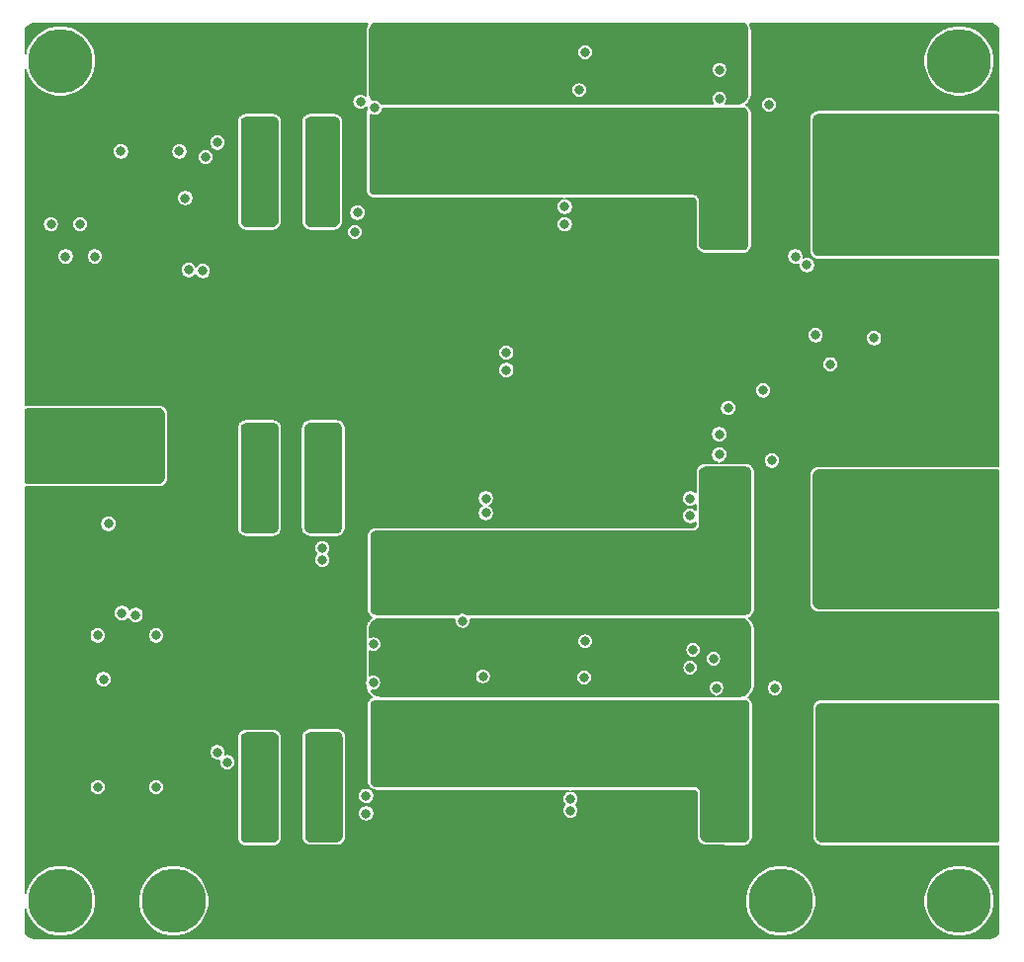
<source format=gbl>
G04 #@! TF.GenerationSoftware,KiCad,Pcbnew,(5.1.4)-1*
G04 #@! TF.CreationDate,2019-11-20T08:20:37+01:00*
G04 #@! TF.ProjectId,hardware_4850,68617264-7761-4726-955f-343835302e6b,rev?*
G04 #@! TF.SameCoordinates,Original*
G04 #@! TF.FileFunction,Copper,L4,Bot*
G04 #@! TF.FilePolarity,Positive*
%FSLAX46Y46*%
G04 Gerber Fmt 4.6, Leading zero omitted, Abs format (unit mm)*
G04 Created by KiCad (PCBNEW (5.1.4)-1) date 2019-11-20 08:20:37*
%MOMM*%
%LPD*%
G04 APERTURE LIST*
%ADD10C,5.500000*%
%ADD11C,0.800000*%
%ADD12C,6.400000*%
%ADD13R,4.200000X3.300000*%
%ADD14R,4.700000X1.550000*%
%ADD15R,1.000000X1.000000*%
%ADD16R,1.400000X1.000000*%
%ADD17C,0.200000*%
%ADD18C,0.150000*%
G04 APERTURE END LIST*
D10*
X122000000Y-178500000D03*
X70000000Y-178500000D03*
X60300000Y-178500000D03*
X137300000Y-178500000D03*
X137300000Y-106500000D03*
X60300000Y-106500000D03*
D11*
X101947056Y-155802944D03*
X100250000Y-155100000D03*
X98552944Y-155802944D03*
X97850000Y-157500000D03*
X98552944Y-159197056D03*
X100250000Y-159900000D03*
X101947056Y-159197056D03*
X102650000Y-157500000D03*
D12*
X100250000Y-157500000D03*
D11*
X101447056Y-105052944D03*
X99750000Y-104350000D03*
X98052944Y-105052944D03*
X97350000Y-106750000D03*
X98052944Y-108447056D03*
X99750000Y-109150000D03*
X101447056Y-108447056D03*
X102150000Y-106750000D03*
D12*
X99750000Y-106750000D03*
D13*
X109000000Y-163445000D03*
D14*
X109000000Y-165635000D03*
D15*
X111860000Y-165885000D03*
X111860000Y-162285000D03*
X107060000Y-166885000D03*
X106160000Y-166785000D03*
X106160000Y-165885000D03*
X106160000Y-164995000D03*
X106160000Y-164095000D03*
X106160000Y-163195000D03*
X106160000Y-162285000D03*
X111860000Y-166785000D03*
X111860000Y-163195000D03*
X111860000Y-164095000D03*
X111860000Y-164995000D03*
X110950000Y-166885000D03*
D16*
X109000000Y-166885000D03*
D15*
X110060000Y-166885000D03*
X107950000Y-166885000D03*
X105250000Y-166785000D03*
X105250000Y-163195000D03*
X105250000Y-164995000D03*
X105250000Y-164095000D03*
X105250000Y-162285000D03*
X105250000Y-165885000D03*
X105250000Y-167695000D03*
X112750000Y-164095000D03*
X112750000Y-162285000D03*
X112750000Y-163195000D03*
X112750000Y-165885000D03*
X112750000Y-164995000D03*
X112750000Y-166785000D03*
X112750000Y-167695000D03*
X106250000Y-167695000D03*
X110950000Y-167695000D03*
X107060000Y-167695000D03*
X110060000Y-167695000D03*
X111860000Y-167695000D03*
D16*
X109000000Y-167695000D03*
D15*
X107950000Y-167695000D03*
D13*
X109000000Y-175945000D03*
D14*
X109000000Y-178135000D03*
D15*
X111860000Y-178385000D03*
X111860000Y-174785000D03*
X107060000Y-179385000D03*
X106160000Y-179285000D03*
X106160000Y-178385000D03*
X106160000Y-177495000D03*
X106160000Y-176595000D03*
X106160000Y-175695000D03*
X106160000Y-174785000D03*
X111860000Y-179285000D03*
X111860000Y-175695000D03*
X111860000Y-176595000D03*
X111860000Y-177495000D03*
X110950000Y-179385000D03*
D16*
X109000000Y-179385000D03*
D15*
X110060000Y-179385000D03*
X107950000Y-179385000D03*
X105250000Y-179285000D03*
X105250000Y-175695000D03*
X105250000Y-177495000D03*
X105250000Y-176595000D03*
X105250000Y-174785000D03*
X105250000Y-178385000D03*
X105250000Y-180195000D03*
X112750000Y-176595000D03*
X112750000Y-174785000D03*
X112750000Y-175695000D03*
X112750000Y-178385000D03*
X112750000Y-177495000D03*
X112750000Y-179285000D03*
X112750000Y-180195000D03*
X106250000Y-180195000D03*
X110950000Y-180195000D03*
X107060000Y-180195000D03*
X110060000Y-180195000D03*
X111860000Y-180195000D03*
D16*
X109000000Y-180195000D03*
D15*
X107950000Y-180195000D03*
D13*
X91500000Y-163445000D03*
D14*
X91500000Y-165635000D03*
D15*
X94360000Y-165885000D03*
X94360000Y-162285000D03*
X89560000Y-166885000D03*
X88660000Y-166785000D03*
X88660000Y-165885000D03*
X88660000Y-164995000D03*
X88660000Y-164095000D03*
X88660000Y-163195000D03*
X88660000Y-162285000D03*
X94360000Y-166785000D03*
X94360000Y-163195000D03*
X94360000Y-164095000D03*
X94360000Y-164995000D03*
X93450000Y-166885000D03*
D16*
X91500000Y-166885000D03*
D15*
X92560000Y-166885000D03*
X90450000Y-166885000D03*
X87750000Y-166785000D03*
X87750000Y-163195000D03*
X87750000Y-164995000D03*
X87750000Y-164095000D03*
X87750000Y-162285000D03*
X87750000Y-165885000D03*
X87750000Y-167695000D03*
X95250000Y-164095000D03*
X95250000Y-162285000D03*
X95250000Y-163195000D03*
X95250000Y-165885000D03*
X95250000Y-164995000D03*
X95250000Y-166785000D03*
X95250000Y-167695000D03*
X88750000Y-167695000D03*
X93450000Y-167695000D03*
X89560000Y-167695000D03*
X92560000Y-167695000D03*
X94360000Y-167695000D03*
D16*
X91500000Y-167695000D03*
D15*
X90450000Y-167695000D03*
D13*
X91500000Y-175945000D03*
D14*
X91500000Y-178135000D03*
D15*
X94360000Y-178385000D03*
X94360000Y-174785000D03*
X89560000Y-179385000D03*
X88660000Y-179285000D03*
X88660000Y-178385000D03*
X88660000Y-177495000D03*
X88660000Y-176595000D03*
X88660000Y-175695000D03*
X88660000Y-174785000D03*
X94360000Y-179285000D03*
X94360000Y-175695000D03*
X94360000Y-176595000D03*
X94360000Y-177495000D03*
X93450000Y-179385000D03*
D16*
X91500000Y-179385000D03*
D15*
X92560000Y-179385000D03*
X90450000Y-179385000D03*
X87750000Y-179285000D03*
X87750000Y-175695000D03*
X87750000Y-177495000D03*
X87750000Y-176595000D03*
X87750000Y-174785000D03*
X87750000Y-178385000D03*
X87750000Y-180195000D03*
X95250000Y-176595000D03*
X95250000Y-174785000D03*
X95250000Y-175695000D03*
X95250000Y-178385000D03*
X95250000Y-177495000D03*
X95250000Y-179285000D03*
X95250000Y-180195000D03*
X88750000Y-180195000D03*
X93450000Y-180195000D03*
X89560000Y-180195000D03*
X92560000Y-180195000D03*
X94360000Y-180195000D03*
D16*
X91500000Y-180195000D03*
D15*
X90450000Y-180195000D03*
D13*
X109040000Y-151970000D03*
D14*
X109040000Y-149780000D03*
D15*
X106180000Y-149530000D03*
X106180000Y-153130000D03*
X110980000Y-148530000D03*
X111880000Y-148630000D03*
X111880000Y-149530000D03*
X111880000Y-150420000D03*
X111880000Y-151320000D03*
X111880000Y-152220000D03*
X111880000Y-153130000D03*
X106180000Y-148630000D03*
X106180000Y-152220000D03*
X106180000Y-151320000D03*
X106180000Y-150420000D03*
X107090000Y-148530000D03*
D16*
X109040000Y-148530000D03*
D15*
X107980000Y-148530000D03*
X110090000Y-148530000D03*
X112790000Y-148630000D03*
X112790000Y-152220000D03*
X112790000Y-150420000D03*
X112790000Y-151320000D03*
X112790000Y-153130000D03*
X112790000Y-149530000D03*
X112790000Y-147720000D03*
X105290000Y-151320000D03*
X105290000Y-153130000D03*
X105290000Y-152220000D03*
X105290000Y-149530000D03*
X105290000Y-150420000D03*
X105290000Y-148630000D03*
X105290000Y-147720000D03*
X111790000Y-147720000D03*
X107090000Y-147720000D03*
X110980000Y-147720000D03*
X107980000Y-147720000D03*
X106180000Y-147720000D03*
D16*
X109040000Y-147720000D03*
D15*
X110090000Y-147720000D03*
D13*
X109040000Y-139115000D03*
D14*
X109040000Y-136925000D03*
D15*
X106180000Y-136675000D03*
X106180000Y-140275000D03*
X110980000Y-135675000D03*
X111880000Y-135775000D03*
X111880000Y-136675000D03*
X111880000Y-137565000D03*
X111880000Y-138465000D03*
X111880000Y-139365000D03*
X111880000Y-140275000D03*
X106180000Y-135775000D03*
X106180000Y-139365000D03*
X106180000Y-138465000D03*
X106180000Y-137565000D03*
X107090000Y-135675000D03*
D16*
X109040000Y-135675000D03*
D15*
X107980000Y-135675000D03*
X110090000Y-135675000D03*
X112790000Y-135775000D03*
X112790000Y-139365000D03*
X112790000Y-137565000D03*
X112790000Y-138465000D03*
X112790000Y-140275000D03*
X112790000Y-136675000D03*
X112790000Y-134865000D03*
X105290000Y-138465000D03*
X105290000Y-140275000D03*
X105290000Y-139365000D03*
X105290000Y-136675000D03*
X105290000Y-137565000D03*
X105290000Y-135775000D03*
X105290000Y-134865000D03*
X111790000Y-134865000D03*
X107090000Y-134865000D03*
X110980000Y-134865000D03*
X107980000Y-134865000D03*
X106180000Y-134865000D03*
D16*
X109040000Y-134865000D03*
D15*
X110090000Y-134865000D03*
D13*
X91540000Y-152055000D03*
D14*
X91540000Y-149865000D03*
D15*
X88680000Y-149615000D03*
X88680000Y-153215000D03*
X93480000Y-148615000D03*
X94380000Y-148715000D03*
X94380000Y-149615000D03*
X94380000Y-150505000D03*
X94380000Y-151405000D03*
X94380000Y-152305000D03*
X94380000Y-153215000D03*
X88680000Y-148715000D03*
X88680000Y-152305000D03*
X88680000Y-151405000D03*
X88680000Y-150505000D03*
X89590000Y-148615000D03*
D16*
X91540000Y-148615000D03*
D15*
X90480000Y-148615000D03*
X92590000Y-148615000D03*
X95290000Y-148715000D03*
X95290000Y-152305000D03*
X95290000Y-150505000D03*
X95290000Y-151405000D03*
X95290000Y-153215000D03*
X95290000Y-149615000D03*
X95290000Y-147805000D03*
X87790000Y-151405000D03*
X87790000Y-153215000D03*
X87790000Y-152305000D03*
X87790000Y-149615000D03*
X87790000Y-150505000D03*
X87790000Y-148715000D03*
X87790000Y-147805000D03*
X94290000Y-147805000D03*
X89590000Y-147805000D03*
X93480000Y-147805000D03*
X90480000Y-147805000D03*
X88680000Y-147805000D03*
D16*
X91540000Y-147805000D03*
D15*
X92590000Y-147805000D03*
D13*
X91540000Y-139050000D03*
D14*
X91540000Y-136860000D03*
D15*
X88680000Y-136610000D03*
X88680000Y-140210000D03*
X93480000Y-135610000D03*
X94380000Y-135710000D03*
X94380000Y-136610000D03*
X94380000Y-137500000D03*
X94380000Y-138400000D03*
X94380000Y-139300000D03*
X94380000Y-140210000D03*
X88680000Y-135710000D03*
X88680000Y-139300000D03*
X88680000Y-138400000D03*
X88680000Y-137500000D03*
X89590000Y-135610000D03*
D16*
X91540000Y-135610000D03*
D15*
X90480000Y-135610000D03*
X92590000Y-135610000D03*
X95290000Y-135710000D03*
X95290000Y-139300000D03*
X95290000Y-137500000D03*
X95290000Y-138400000D03*
X95290000Y-140210000D03*
X95290000Y-136610000D03*
X95290000Y-134800000D03*
X87790000Y-138400000D03*
X87790000Y-140210000D03*
X87790000Y-139300000D03*
X87790000Y-136610000D03*
X87790000Y-137500000D03*
X87790000Y-135710000D03*
X87790000Y-134800000D03*
X94290000Y-134800000D03*
X89590000Y-134800000D03*
X93480000Y-134800000D03*
X90480000Y-134800000D03*
X88680000Y-134800000D03*
D16*
X91540000Y-134800000D03*
D15*
X92590000Y-134800000D03*
D13*
X109000000Y-112945000D03*
D14*
X109000000Y-115135000D03*
D15*
X111860000Y-115385000D03*
X111860000Y-111785000D03*
X107060000Y-116385000D03*
X106160000Y-116285000D03*
X106160000Y-115385000D03*
X106160000Y-114495000D03*
X106160000Y-113595000D03*
X106160000Y-112695000D03*
X106160000Y-111785000D03*
X111860000Y-116285000D03*
X111860000Y-112695000D03*
X111860000Y-113595000D03*
X111860000Y-114495000D03*
X110950000Y-116385000D03*
D16*
X109000000Y-116385000D03*
D15*
X110060000Y-116385000D03*
X107950000Y-116385000D03*
X105250000Y-116285000D03*
X105250000Y-112695000D03*
X105250000Y-114495000D03*
X105250000Y-113595000D03*
X105250000Y-111785000D03*
X105250000Y-115385000D03*
X105250000Y-117195000D03*
X112750000Y-113595000D03*
X112750000Y-111785000D03*
X112750000Y-112695000D03*
X112750000Y-115385000D03*
X112750000Y-114495000D03*
X112750000Y-116285000D03*
X112750000Y-117195000D03*
X106250000Y-117195000D03*
X110950000Y-117195000D03*
X107060000Y-117195000D03*
X110060000Y-117195000D03*
X111860000Y-117195000D03*
D16*
X109000000Y-117195000D03*
D15*
X107950000Y-117195000D03*
D13*
X109000000Y-125545000D03*
D14*
X109000000Y-127735000D03*
D15*
X111860000Y-127985000D03*
X111860000Y-124385000D03*
X107060000Y-128985000D03*
X106160000Y-128885000D03*
X106160000Y-127985000D03*
X106160000Y-127095000D03*
X106160000Y-126195000D03*
X106160000Y-125295000D03*
X106160000Y-124385000D03*
X111860000Y-128885000D03*
X111860000Y-125295000D03*
X111860000Y-126195000D03*
X111860000Y-127095000D03*
X110950000Y-128985000D03*
D16*
X109000000Y-128985000D03*
D15*
X110060000Y-128985000D03*
X107950000Y-128985000D03*
X105250000Y-128885000D03*
X105250000Y-125295000D03*
X105250000Y-127095000D03*
X105250000Y-126195000D03*
X105250000Y-124385000D03*
X105250000Y-127985000D03*
X105250000Y-129795000D03*
X112750000Y-126195000D03*
X112750000Y-124385000D03*
X112750000Y-125295000D03*
X112750000Y-127985000D03*
X112750000Y-127095000D03*
X112750000Y-128885000D03*
X112750000Y-129795000D03*
X106250000Y-129795000D03*
X110950000Y-129795000D03*
X107060000Y-129795000D03*
X110060000Y-129795000D03*
X111860000Y-129795000D03*
D16*
X109000000Y-129795000D03*
D15*
X107950000Y-129795000D03*
D13*
X91500000Y-112945000D03*
D14*
X91500000Y-115135000D03*
D15*
X94360000Y-115385000D03*
X94360000Y-111785000D03*
X89560000Y-116385000D03*
X88660000Y-116285000D03*
X88660000Y-115385000D03*
X88660000Y-114495000D03*
X88660000Y-113595000D03*
X88660000Y-112695000D03*
X88660000Y-111785000D03*
X94360000Y-116285000D03*
X94360000Y-112695000D03*
X94360000Y-113595000D03*
X94360000Y-114495000D03*
X93450000Y-116385000D03*
D16*
X91500000Y-116385000D03*
D15*
X92560000Y-116385000D03*
X90450000Y-116385000D03*
X87750000Y-116285000D03*
X87750000Y-112695000D03*
X87750000Y-114495000D03*
X87750000Y-113595000D03*
X87750000Y-111785000D03*
X87750000Y-115385000D03*
X87750000Y-117195000D03*
X95250000Y-113595000D03*
X95250000Y-111785000D03*
X95250000Y-112695000D03*
X95250000Y-115385000D03*
X95250000Y-114495000D03*
X95250000Y-116285000D03*
X95250000Y-117195000D03*
X88750000Y-117195000D03*
X93450000Y-117195000D03*
X89560000Y-117195000D03*
X92560000Y-117195000D03*
X94360000Y-117195000D03*
D16*
X91500000Y-117195000D03*
D15*
X90450000Y-117195000D03*
D13*
X91500000Y-125545000D03*
D14*
X91500000Y-127735000D03*
D15*
X94360000Y-127985000D03*
X94360000Y-124385000D03*
X89560000Y-128985000D03*
X88660000Y-128885000D03*
X88660000Y-127985000D03*
X88660000Y-127095000D03*
X88660000Y-126195000D03*
X88660000Y-125295000D03*
X88660000Y-124385000D03*
X94360000Y-128885000D03*
X94360000Y-125295000D03*
X94360000Y-126195000D03*
X94360000Y-127095000D03*
X93450000Y-128985000D03*
D16*
X91500000Y-128985000D03*
D15*
X92560000Y-128985000D03*
X90450000Y-128985000D03*
X87750000Y-128885000D03*
X87750000Y-125295000D03*
X87750000Y-127095000D03*
X87750000Y-126195000D03*
X87750000Y-124385000D03*
X87750000Y-127985000D03*
X87750000Y-129795000D03*
X95250000Y-126195000D03*
X95250000Y-124385000D03*
X95250000Y-125295000D03*
X95250000Y-127985000D03*
X95250000Y-127095000D03*
X95250000Y-128885000D03*
X95250000Y-129795000D03*
X88750000Y-129795000D03*
X93450000Y-129795000D03*
X89560000Y-129795000D03*
X92560000Y-129795000D03*
X94360000Y-129795000D03*
D16*
X91500000Y-129795000D03*
D15*
X90450000Y-129795000D03*
D11*
X76480000Y-138270000D03*
X81880000Y-141870000D03*
X76480000Y-142770000D03*
X77380000Y-142770000D03*
X82780000Y-140970000D03*
X77380000Y-140070000D03*
X78280000Y-140070000D03*
X82780000Y-140070000D03*
X76480000Y-140970000D03*
X83680000Y-140970000D03*
X82780000Y-141870000D03*
X76480000Y-140070000D03*
X78280000Y-141870000D03*
X77380000Y-139170000D03*
X81880000Y-142770000D03*
X82780000Y-142770000D03*
X77380000Y-143670000D03*
X83680000Y-141870000D03*
X76480000Y-141870000D03*
X83680000Y-139170000D03*
X78280000Y-142770000D03*
X78280000Y-140970000D03*
X76480000Y-139170000D03*
X82780000Y-139170000D03*
X81880000Y-140070000D03*
X78280000Y-143670000D03*
X77380000Y-138270000D03*
X76480000Y-143670000D03*
X81880000Y-143670000D03*
X82780000Y-143670000D03*
X83680000Y-142770000D03*
X83680000Y-143670000D03*
X81880000Y-138270000D03*
X78280000Y-139170000D03*
X83680000Y-138270000D03*
X83680000Y-140070000D03*
X78280000Y-138270000D03*
X82780000Y-138270000D03*
X81880000Y-139170000D03*
X77380000Y-140970000D03*
X81880000Y-140970000D03*
X77380000Y-141870000D03*
X81880000Y-145470000D03*
X76480000Y-146370000D03*
X77380000Y-146370000D03*
X81880000Y-146370000D03*
X83680000Y-146370000D03*
X83680000Y-144570000D03*
X83680000Y-145470000D03*
X81880000Y-144570000D03*
X82780000Y-145470000D03*
X78280000Y-144570000D03*
X78280000Y-146370000D03*
X82780000Y-144570000D03*
X76480000Y-145470000D03*
X82780000Y-146370000D03*
X76480000Y-144570000D03*
X77380000Y-144570000D03*
X78280000Y-145470000D03*
X77380000Y-145470000D03*
X76480000Y-164770000D03*
X81880000Y-168370000D03*
X76480000Y-169270000D03*
X77380000Y-169270000D03*
X82780000Y-167470000D03*
X77380000Y-166570000D03*
X78280000Y-166570000D03*
X82780000Y-166570000D03*
X76480000Y-167470000D03*
X83680000Y-167470000D03*
X82780000Y-168370000D03*
X76480000Y-166570000D03*
X78280000Y-168370000D03*
X77380000Y-165670000D03*
X81880000Y-169270000D03*
X82780000Y-169270000D03*
X77380000Y-170170000D03*
X83680000Y-168370000D03*
X76480000Y-168370000D03*
X83680000Y-165670000D03*
X78280000Y-169270000D03*
X78280000Y-167470000D03*
X76480000Y-165670000D03*
X82780000Y-165670000D03*
X81880000Y-166570000D03*
X78280000Y-170170000D03*
X77380000Y-164770000D03*
X76480000Y-170170000D03*
X81880000Y-170170000D03*
X82780000Y-170170000D03*
X83680000Y-169270000D03*
X83680000Y-170170000D03*
X81880000Y-164770000D03*
X78280000Y-165670000D03*
X83680000Y-164770000D03*
X83680000Y-166570000D03*
X78280000Y-164770000D03*
X82780000Y-164770000D03*
X81880000Y-165670000D03*
X77380000Y-167470000D03*
X81880000Y-167470000D03*
X77380000Y-168370000D03*
X81880000Y-171970000D03*
X76480000Y-172870000D03*
X77380000Y-172870000D03*
X81880000Y-172870000D03*
X83680000Y-172870000D03*
X83680000Y-171070000D03*
X83680000Y-171970000D03*
X81880000Y-171070000D03*
X82780000Y-171970000D03*
X78280000Y-171070000D03*
X78280000Y-172870000D03*
X82780000Y-171070000D03*
X76480000Y-171970000D03*
X82780000Y-172870000D03*
X76480000Y-171070000D03*
X77380000Y-171070000D03*
X78280000Y-171970000D03*
X77380000Y-171970000D03*
X76460000Y-112050000D03*
X77360000Y-112050000D03*
X78260000Y-112050000D03*
X81860000Y-112050000D03*
X82760000Y-112050000D03*
X83660000Y-112050000D03*
X76460000Y-112950000D03*
X77360000Y-112950000D03*
X78260000Y-112950000D03*
X81860000Y-112950000D03*
X82760000Y-112950000D03*
X83660000Y-112950000D03*
X76460000Y-113850000D03*
X77360000Y-113850000D03*
X78260000Y-113850000D03*
X81860000Y-113850000D03*
X82760000Y-113850000D03*
X83660000Y-113850000D03*
X76460000Y-114750000D03*
X77360000Y-114750000D03*
X78260000Y-114750000D03*
X81860000Y-114750000D03*
X82760000Y-114750000D03*
X83660000Y-114750000D03*
X76460000Y-115650000D03*
X77360000Y-115650000D03*
X78260000Y-115650000D03*
X81860000Y-115650000D03*
X82760000Y-115650000D03*
X83660000Y-115650000D03*
X76460000Y-116550000D03*
X77360000Y-116550000D03*
X78260000Y-116550000D03*
X81860000Y-116550000D03*
X82760000Y-116550000D03*
X83660000Y-116550000D03*
X76460000Y-117450000D03*
X77360000Y-117450000D03*
X78260000Y-117450000D03*
X81860000Y-117450000D03*
X82760000Y-117450000D03*
X83660000Y-117450000D03*
X76460000Y-118350000D03*
X77360000Y-118350000D03*
X78260000Y-118350000D03*
X81860000Y-118350000D03*
X82760000Y-118350000D03*
X83660000Y-118350000D03*
X76460000Y-119250000D03*
X77360000Y-119250000D03*
X78260000Y-119250000D03*
X81860000Y-119250000D03*
X82760000Y-119250000D03*
X83660000Y-119250000D03*
X76460000Y-120150000D03*
X77360000Y-120150000D03*
X78260000Y-120150000D03*
X81860000Y-120150000D03*
X82760000Y-120150000D03*
X83660000Y-120150000D03*
X65850000Y-140350000D03*
X59550000Y-141250000D03*
X64950000Y-141250000D03*
X58650000Y-141250000D03*
X68550000Y-141250000D03*
X57750000Y-142150000D03*
X62250000Y-141250000D03*
X62250000Y-142150000D03*
X63150000Y-142150000D03*
X66750000Y-142150000D03*
X60450000Y-141250000D03*
X64050000Y-141250000D03*
X67650000Y-141250000D03*
X65850000Y-141250000D03*
X61350000Y-140350000D03*
X62250000Y-140350000D03*
X63150000Y-141250000D03*
X64050000Y-142150000D03*
X65850000Y-142150000D03*
X64950000Y-142150000D03*
X67650000Y-140350000D03*
X68550000Y-142150000D03*
X63150000Y-140350000D03*
X66750000Y-141250000D03*
X60450000Y-142150000D03*
X57750000Y-141250000D03*
X64050000Y-140350000D03*
X61350000Y-141250000D03*
X64950000Y-140350000D03*
X58650000Y-142150000D03*
X61350000Y-142150000D03*
X68550000Y-140350000D03*
X67650000Y-142150000D03*
X59550000Y-142150000D03*
X66750000Y-140350000D03*
X68550000Y-138550000D03*
X64050000Y-136750000D03*
X58650000Y-139450000D03*
X59550000Y-139450000D03*
X60450000Y-139450000D03*
X66750000Y-137650000D03*
X57750000Y-138550000D03*
X61350000Y-139450000D03*
X62250000Y-139450000D03*
X63150000Y-139450000D03*
X64050000Y-139450000D03*
X64950000Y-139450000D03*
X63150000Y-138550000D03*
X64950000Y-136750000D03*
X65850000Y-137650000D03*
X61350000Y-136750000D03*
X64050000Y-137650000D03*
X57750000Y-137650000D03*
X65850000Y-138550000D03*
X59550000Y-136750000D03*
X64950000Y-137650000D03*
X60450000Y-136750000D03*
X62250000Y-137650000D03*
X67650000Y-137650000D03*
X68550000Y-137650000D03*
X67650000Y-138550000D03*
X64050000Y-138550000D03*
X59550000Y-138550000D03*
X57750000Y-139450000D03*
X57750000Y-136750000D03*
X63150000Y-136750000D03*
X60450000Y-137650000D03*
X60450000Y-138550000D03*
X65850000Y-136750000D03*
X58650000Y-138550000D03*
X62250000Y-136750000D03*
X63150000Y-137650000D03*
X59550000Y-137650000D03*
X58650000Y-137650000D03*
X62250000Y-138550000D03*
X64950000Y-138550000D03*
X66750000Y-138550000D03*
X61350000Y-138550000D03*
X67650000Y-136750000D03*
X58650000Y-136750000D03*
X68550000Y-136750000D03*
X61350000Y-137650000D03*
X66750000Y-136750000D03*
X68550000Y-139450000D03*
X60450000Y-140350000D03*
X66750000Y-139450000D03*
X67650000Y-139450000D03*
X58650000Y-140350000D03*
X59550000Y-140350000D03*
X57750000Y-140350000D03*
X65850000Y-139450000D03*
X90000000Y-103750000D03*
X90900000Y-103750000D03*
X91800000Y-103750000D03*
X92700000Y-103750000D03*
X93600000Y-103750000D03*
X90000000Y-104650000D03*
X90900000Y-104650000D03*
X91800000Y-104650000D03*
X92700000Y-104650000D03*
X93600000Y-104650000D03*
X90000000Y-105550000D03*
X90900000Y-105550000D03*
X91800000Y-105550000D03*
X92700000Y-105550000D03*
X93600000Y-105550000D03*
X90000000Y-106450000D03*
X90900000Y-106450000D03*
X91800000Y-106450000D03*
X92700000Y-106450000D03*
X93600000Y-106450000D03*
X90000000Y-107350000D03*
X90900000Y-107350000D03*
X91800000Y-107350000D03*
X92700000Y-107350000D03*
X93600000Y-107350000D03*
X90000000Y-108250000D03*
X90900000Y-108250000D03*
X91800000Y-108250000D03*
X92700000Y-108250000D03*
X93600000Y-108250000D03*
X111100000Y-103750000D03*
X110200000Y-104650000D03*
X109300000Y-104650000D03*
X111100000Y-104650000D03*
X109300000Y-103750000D03*
X108400000Y-104650000D03*
X107500000Y-105550000D03*
X110200000Y-103750000D03*
X109300000Y-105550000D03*
X108400000Y-103750000D03*
X110200000Y-105550000D03*
X111100000Y-105550000D03*
X107500000Y-104650000D03*
X108400000Y-106450000D03*
X107500000Y-106450000D03*
X110200000Y-106450000D03*
X109300000Y-106450000D03*
X108400000Y-105550000D03*
X111100000Y-107350000D03*
X107500000Y-108250000D03*
X108400000Y-108250000D03*
X109300000Y-108250000D03*
X110200000Y-108250000D03*
X107500000Y-107350000D03*
X108400000Y-107350000D03*
X111100000Y-106450000D03*
X110200000Y-107350000D03*
X111100000Y-108250000D03*
X109300000Y-107350000D03*
X107500000Y-103750000D03*
X107250000Y-157150000D03*
X109950000Y-157150000D03*
X109950000Y-158050000D03*
X109050000Y-158050000D03*
X109050000Y-158950000D03*
X108150000Y-158050000D03*
X109950000Y-156250000D03*
X110850000Y-158050000D03*
X109050000Y-157150000D03*
X107250000Y-156250000D03*
X108150000Y-157150000D03*
X109050000Y-156250000D03*
X110850000Y-158950000D03*
X108150000Y-158950000D03*
X108150000Y-156250000D03*
X109950000Y-158950000D03*
X89500000Y-157150000D03*
X92200000Y-157150000D03*
X90400000Y-158050000D03*
X91300000Y-158950000D03*
X93100000Y-158050000D03*
X89500000Y-158950000D03*
X91300000Y-158050000D03*
X91300000Y-157150000D03*
X92200000Y-158050000D03*
X89500000Y-156250000D03*
X92200000Y-156250000D03*
X90400000Y-156250000D03*
X89500000Y-158050000D03*
X93100000Y-157150000D03*
X92200000Y-158950000D03*
X91300000Y-156250000D03*
X90400000Y-157150000D03*
X93100000Y-158950000D03*
X90400000Y-158950000D03*
X71000000Y-118250000D03*
X64000000Y-159500000D03*
X64425000Y-146175000D03*
X103500000Y-119000000D03*
X73750000Y-113500000D03*
X85750000Y-119500000D03*
X76480000Y-125270000D03*
X81880000Y-128870000D03*
X76480000Y-129770000D03*
X77380000Y-129770000D03*
X82780000Y-127970000D03*
X77380000Y-127070000D03*
X78280000Y-127070000D03*
X82780000Y-127070000D03*
X76480000Y-127970000D03*
X83680000Y-127970000D03*
X82780000Y-128870000D03*
X76480000Y-127070000D03*
X78280000Y-128870000D03*
X77380000Y-126170000D03*
X81880000Y-129770000D03*
X82780000Y-129770000D03*
X77380000Y-130670000D03*
X83680000Y-128870000D03*
X76480000Y-128870000D03*
X83680000Y-126170000D03*
X78280000Y-129770000D03*
X78280000Y-127970000D03*
X76480000Y-126170000D03*
X82780000Y-126170000D03*
X81880000Y-127070000D03*
X78280000Y-130670000D03*
X77380000Y-125270000D03*
X76480000Y-130670000D03*
X81880000Y-130670000D03*
X82780000Y-130670000D03*
X83680000Y-129770000D03*
X83680000Y-130670000D03*
X81880000Y-125270000D03*
X78280000Y-126170000D03*
X83680000Y-125270000D03*
X83680000Y-127070000D03*
X78280000Y-125270000D03*
X82780000Y-125270000D03*
X81880000Y-126170000D03*
X77380000Y-127970000D03*
X81880000Y-127970000D03*
X77380000Y-128870000D03*
X81880000Y-132470000D03*
X76480000Y-133370000D03*
X77380000Y-133370000D03*
X81880000Y-133370000D03*
X83680000Y-133370000D03*
X83680000Y-131570000D03*
X83680000Y-132470000D03*
X81880000Y-131570000D03*
X82780000Y-132470000D03*
X78280000Y-131570000D03*
X78280000Y-133370000D03*
X82780000Y-131570000D03*
X76480000Y-132470000D03*
X82780000Y-133370000D03*
X76480000Y-131570000D03*
X77380000Y-131570000D03*
X78280000Y-132470000D03*
X77380000Y-132470000D03*
X76480000Y-159620000D03*
X77380000Y-159620000D03*
X81880000Y-159620000D03*
X83680000Y-157820000D03*
X81880000Y-151520000D03*
X77380000Y-154220000D03*
X83680000Y-158720000D03*
X76480000Y-156920000D03*
X81880000Y-156920000D03*
X83680000Y-159620000D03*
X83680000Y-156920000D03*
X83680000Y-153320000D03*
X81880000Y-157820000D03*
X78280000Y-152420000D03*
X82780000Y-151520000D03*
X78280000Y-156920000D03*
X77380000Y-151520000D03*
X82780000Y-156920000D03*
X83680000Y-156020000D03*
X83680000Y-151520000D03*
X77380000Y-155120000D03*
X81880000Y-158720000D03*
X81880000Y-152420000D03*
X81880000Y-154220000D03*
X78280000Y-151520000D03*
X82780000Y-159620000D03*
X76480000Y-157820000D03*
X77380000Y-157820000D03*
X82780000Y-158720000D03*
X76480000Y-158720000D03*
X78280000Y-158720000D03*
X77380000Y-158720000D03*
X78280000Y-159620000D03*
X78280000Y-157820000D03*
X82780000Y-157820000D03*
X76480000Y-155120000D03*
X77380000Y-156020000D03*
X82780000Y-156020000D03*
X78280000Y-155120000D03*
X82780000Y-155120000D03*
X77380000Y-152420000D03*
X82780000Y-154220000D03*
X76480000Y-153320000D03*
X78280000Y-156020000D03*
X76480000Y-152420000D03*
X83680000Y-155120000D03*
X82780000Y-153320000D03*
X78280000Y-154220000D03*
X76480000Y-151520000D03*
X76480000Y-156020000D03*
X83680000Y-154220000D03*
X81880000Y-155120000D03*
X77380000Y-153320000D03*
X78280000Y-153320000D03*
X76480000Y-154220000D03*
X81880000Y-156020000D03*
X77380000Y-156920000D03*
X83680000Y-152420000D03*
X82780000Y-152420000D03*
X81880000Y-153320000D03*
X83680000Y-179320000D03*
X81880000Y-177520000D03*
X76480000Y-104670000D03*
X81880000Y-104670000D03*
X83680000Y-107370000D03*
X83680000Y-104670000D03*
X76480000Y-107370000D03*
X77380000Y-180220000D03*
X83680000Y-106470000D03*
X77380000Y-107370000D03*
X81880000Y-107370000D03*
X83680000Y-105570000D03*
X78280000Y-177520000D03*
X76480000Y-106470000D03*
X82780000Y-107370000D03*
X77380000Y-106470000D03*
X78280000Y-103770000D03*
X82780000Y-177520000D03*
X78280000Y-180220000D03*
X77380000Y-103770000D03*
X76480000Y-103770000D03*
X83680000Y-180220000D03*
X76480000Y-180220000D03*
X83680000Y-178420000D03*
X82780000Y-106470000D03*
X81880000Y-180220000D03*
X78280000Y-107370000D03*
X81880000Y-178420000D03*
X83680000Y-181120000D03*
X78280000Y-104670000D03*
X77380000Y-181120000D03*
X83680000Y-103770000D03*
X83680000Y-177520000D03*
X82780000Y-105570000D03*
X82780000Y-181120000D03*
X82780000Y-179320000D03*
X77380000Y-178420000D03*
X76480000Y-181120000D03*
X81880000Y-106470000D03*
X76480000Y-177520000D03*
X77380000Y-177520000D03*
X81880000Y-105570000D03*
X78280000Y-106470000D03*
X78280000Y-181120000D03*
X78280000Y-178420000D03*
X76480000Y-179320000D03*
X77380000Y-179320000D03*
X81880000Y-103770000D03*
X78280000Y-105570000D03*
X76480000Y-105570000D03*
X82780000Y-104670000D03*
X77380000Y-105570000D03*
X82780000Y-180220000D03*
X76480000Y-178420000D03*
X78280000Y-179320000D03*
X77380000Y-104670000D03*
X82780000Y-178420000D03*
X81880000Y-179320000D03*
X81880000Y-181120000D03*
X82780000Y-103770000D03*
X57750000Y-127250000D03*
X58650000Y-127250000D03*
X59550000Y-127250000D03*
X60450000Y-127250000D03*
X61350000Y-127250000D03*
X62250000Y-127250000D03*
X63150000Y-127250000D03*
X64050000Y-127250000D03*
X64950000Y-127250000D03*
X65850000Y-127250000D03*
X66750000Y-127250000D03*
X67650000Y-127250000D03*
X68550000Y-127250000D03*
X57750000Y-128150000D03*
X58650000Y-128150000D03*
X59550000Y-128150000D03*
X60450000Y-128150000D03*
X61350000Y-128150000D03*
X62250000Y-128150000D03*
X63150000Y-128150000D03*
X64050000Y-128150000D03*
X64950000Y-128150000D03*
X65850000Y-128150000D03*
X66750000Y-128150000D03*
X67650000Y-128150000D03*
X68550000Y-128150000D03*
X57750000Y-129050000D03*
X58650000Y-129050000D03*
X59550000Y-129050000D03*
X60450000Y-129050000D03*
X61350000Y-129050000D03*
X62250000Y-129050000D03*
X63150000Y-129050000D03*
X64050000Y-129050000D03*
X64950000Y-129050000D03*
X65850000Y-129050000D03*
X66750000Y-129050000D03*
X67650000Y-129050000D03*
X68550000Y-129050000D03*
X57750000Y-129950000D03*
X58650000Y-129950000D03*
X59550000Y-129950000D03*
X60450000Y-129950000D03*
X61350000Y-129950000D03*
X62250000Y-129950000D03*
X63150000Y-129950000D03*
X64050000Y-129950000D03*
X64950000Y-129950000D03*
X65850000Y-129950000D03*
X66750000Y-129950000D03*
X67650000Y-129950000D03*
X68550000Y-129950000D03*
X57750000Y-130850000D03*
X58650000Y-130850000D03*
X59550000Y-130850000D03*
X60450000Y-130850000D03*
X61350000Y-130850000D03*
X62250000Y-130850000D03*
X63150000Y-130850000D03*
X64050000Y-130850000D03*
X64950000Y-130850000D03*
X65850000Y-130850000D03*
X66750000Y-130850000D03*
X67650000Y-130850000D03*
X68550000Y-130850000D03*
X57750000Y-131750000D03*
X58650000Y-131750000D03*
X59550000Y-131750000D03*
X60450000Y-131750000D03*
X61350000Y-131750000D03*
X62250000Y-131750000D03*
X63150000Y-131750000D03*
X64050000Y-131750000D03*
X64950000Y-131750000D03*
X65850000Y-131750000D03*
X66750000Y-131750000D03*
X67650000Y-131750000D03*
X68550000Y-131750000D03*
X57750000Y-132650000D03*
X58650000Y-132650000D03*
X59550000Y-132650000D03*
X60450000Y-132650000D03*
X61350000Y-132650000D03*
X62250000Y-132650000D03*
X63150000Y-132650000D03*
X64050000Y-132650000D03*
X64950000Y-132650000D03*
X65850000Y-132650000D03*
X66750000Y-132650000D03*
X67650000Y-132650000D03*
X68550000Y-132650000D03*
X116750000Y-109750000D03*
X124250000Y-124000000D03*
X116750000Y-140250000D03*
X116500000Y-160250000D03*
X116750000Y-107250000D03*
X123250000Y-123250000D03*
X116750000Y-138500000D03*
X116250000Y-157750000D03*
X114250000Y-145500000D03*
X96750000Y-145250000D03*
X82750000Y-149250000D03*
X104000000Y-169750000D03*
X86500000Y-169500000D03*
X74600010Y-166609075D03*
X59500000Y-120500000D03*
X72500000Y-124500000D03*
X65575001Y-153825001D03*
X60750000Y-123250000D03*
X62000000Y-120500000D03*
X71295518Y-124420170D03*
X66750000Y-154000000D03*
X63250000Y-123250000D03*
X98500000Y-131500000D03*
X130000000Y-130250000D03*
X98500000Y-133000000D03*
X126250000Y-132500000D03*
X121000000Y-110250000D03*
X125000000Y-130000000D03*
X117500000Y-136250000D03*
X121250000Y-140750000D03*
X120500000Y-134750000D03*
X121500000Y-160250000D03*
X127250000Y-111750000D03*
X128150000Y-111750000D03*
X129050000Y-111750000D03*
X129950000Y-111750000D03*
X130850000Y-111750000D03*
X131750000Y-111750000D03*
X132650000Y-111750000D03*
X133550000Y-111750000D03*
X134450000Y-111750000D03*
X135350000Y-111750000D03*
X136250000Y-111750000D03*
X137150000Y-111750000D03*
X138050000Y-111750000D03*
X138950000Y-111750000D03*
X139850000Y-111750000D03*
X127250000Y-112650000D03*
X128150000Y-112650000D03*
X129050000Y-112650000D03*
X129950000Y-112650000D03*
X130850000Y-112650000D03*
X131750000Y-112650000D03*
X132650000Y-112650000D03*
X133550000Y-112650000D03*
X134450000Y-112650000D03*
X135350000Y-112650000D03*
X136250000Y-112650000D03*
X137150000Y-112650000D03*
X138050000Y-112650000D03*
X138950000Y-112650000D03*
X139850000Y-112650000D03*
X127250000Y-113550000D03*
X128150000Y-113550000D03*
X129050000Y-113550000D03*
X129950000Y-113550000D03*
X130850000Y-113550000D03*
X131750000Y-113550000D03*
X132650000Y-113550000D03*
X133550000Y-113550000D03*
X134450000Y-113550000D03*
X135350000Y-113550000D03*
X136250000Y-113550000D03*
X137150000Y-113550000D03*
X138050000Y-113550000D03*
X138950000Y-113550000D03*
X139850000Y-113550000D03*
X127250000Y-114450000D03*
X128150000Y-114450000D03*
X129050000Y-114450000D03*
X129950000Y-114450000D03*
X130850000Y-114450000D03*
X131750000Y-114450000D03*
X132650000Y-114450000D03*
X133550000Y-114450000D03*
X134450000Y-114450000D03*
X135350000Y-114450000D03*
X136250000Y-114450000D03*
X137150000Y-114450000D03*
X138050000Y-114450000D03*
X138950000Y-114450000D03*
X139850000Y-114450000D03*
X127250000Y-115350000D03*
X128150000Y-115350000D03*
X129050000Y-115350000D03*
X129950000Y-115350000D03*
X130850000Y-115350000D03*
X131750000Y-115350000D03*
X132650000Y-115350000D03*
X133550000Y-115350000D03*
X134450000Y-115350000D03*
X135350000Y-115350000D03*
X136250000Y-115350000D03*
X137150000Y-115350000D03*
X138050000Y-115350000D03*
X138950000Y-115350000D03*
X139850000Y-115350000D03*
X127250000Y-116250000D03*
X128150000Y-116250000D03*
X129050000Y-116250000D03*
X129950000Y-116250000D03*
X130850000Y-116250000D03*
X131750000Y-116250000D03*
X132650000Y-116250000D03*
X133550000Y-116250000D03*
X134450000Y-116250000D03*
X135350000Y-116250000D03*
X136250000Y-116250000D03*
X137150000Y-116250000D03*
X138050000Y-116250000D03*
X138950000Y-116250000D03*
X139850000Y-116250000D03*
X127250000Y-117150000D03*
X128150000Y-117150000D03*
X129050000Y-117150000D03*
X129950000Y-117150000D03*
X130850000Y-117150000D03*
X131750000Y-117150000D03*
X132650000Y-117150000D03*
X133550000Y-117150000D03*
X134450000Y-117150000D03*
X135350000Y-117150000D03*
X136250000Y-117150000D03*
X137150000Y-117150000D03*
X138050000Y-117150000D03*
X138950000Y-117150000D03*
X139850000Y-117150000D03*
X127250000Y-118050000D03*
X128150000Y-118050000D03*
X129050000Y-118050000D03*
X129950000Y-118050000D03*
X130850000Y-118050000D03*
X131750000Y-118050000D03*
X132650000Y-118050000D03*
X133550000Y-118050000D03*
X134450000Y-118050000D03*
X135350000Y-118050000D03*
X136250000Y-118050000D03*
X137150000Y-118050000D03*
X138050000Y-118050000D03*
X138950000Y-118050000D03*
X139850000Y-118050000D03*
X127250000Y-118950000D03*
X128150000Y-118950000D03*
X129050000Y-118950000D03*
X129950000Y-118950000D03*
X130850000Y-118950000D03*
X131750000Y-118950000D03*
X132650000Y-118950000D03*
X133550000Y-118950000D03*
X134450000Y-118950000D03*
X135350000Y-118950000D03*
X136250000Y-118950000D03*
X137150000Y-118950000D03*
X138050000Y-118950000D03*
X138950000Y-118950000D03*
X139850000Y-118950000D03*
X127250000Y-119850000D03*
X128150000Y-119850000D03*
X129050000Y-119850000D03*
X129950000Y-119850000D03*
X130850000Y-119850000D03*
X131750000Y-119850000D03*
X132650000Y-119850000D03*
X133550000Y-119850000D03*
X134450000Y-119850000D03*
X135350000Y-119850000D03*
X136250000Y-119850000D03*
X137150000Y-119850000D03*
X138050000Y-119850000D03*
X138950000Y-119850000D03*
X139850000Y-119850000D03*
X127250000Y-120750000D03*
X128150000Y-120750000D03*
X129050000Y-120750000D03*
X129950000Y-120750000D03*
X130850000Y-120750000D03*
X131750000Y-120750000D03*
X132650000Y-120750000D03*
X133550000Y-120750000D03*
X134450000Y-120750000D03*
X135350000Y-120750000D03*
X136250000Y-120750000D03*
X137150000Y-120750000D03*
X138050000Y-120750000D03*
X138950000Y-120750000D03*
X139850000Y-120750000D03*
X127250000Y-121650000D03*
X128150000Y-121650000D03*
X129050000Y-121650000D03*
X129950000Y-121650000D03*
X130850000Y-121650000D03*
X131750000Y-121650000D03*
X132650000Y-121650000D03*
X133550000Y-121650000D03*
X134450000Y-121650000D03*
X135350000Y-121650000D03*
X136250000Y-121650000D03*
X137150000Y-121650000D03*
X138050000Y-121650000D03*
X138950000Y-121650000D03*
X139850000Y-121650000D03*
X127250000Y-122550000D03*
X128150000Y-122550000D03*
X129050000Y-122550000D03*
X129950000Y-122550000D03*
X130850000Y-122550000D03*
X131750000Y-122550000D03*
X132650000Y-122550000D03*
X133550000Y-122550000D03*
X134450000Y-122550000D03*
X135350000Y-122550000D03*
X136250000Y-122550000D03*
X137150000Y-122550000D03*
X138050000Y-122550000D03*
X138950000Y-122550000D03*
X139850000Y-122550000D03*
X138050000Y-142900000D03*
X133550000Y-142900000D03*
X137150000Y-142900000D03*
X131750000Y-142900000D03*
X136250000Y-142900000D03*
X132650000Y-142900000D03*
X127250000Y-143800000D03*
X138950000Y-142900000D03*
X139850000Y-142900000D03*
X128150000Y-143800000D03*
X135350000Y-142900000D03*
X134450000Y-142900000D03*
X127250000Y-142000000D03*
X133550000Y-142000000D03*
X127250000Y-142900000D03*
X137150000Y-142000000D03*
X135350000Y-142000000D03*
X138050000Y-142000000D03*
X128150000Y-142900000D03*
X129050000Y-142900000D03*
X139850000Y-142000000D03*
X129950000Y-142900000D03*
X130850000Y-142900000D03*
X138950000Y-142000000D03*
X134450000Y-142000000D03*
X136250000Y-142000000D03*
X139850000Y-143800000D03*
X129950000Y-144700000D03*
X128150000Y-144700000D03*
X131750000Y-144700000D03*
X135350000Y-144700000D03*
X127250000Y-144700000D03*
X129050000Y-144700000D03*
X130850000Y-144700000D03*
X132650000Y-144700000D03*
X133550000Y-144700000D03*
X134450000Y-144700000D03*
X136250000Y-144700000D03*
X136250000Y-151000000D03*
X133550000Y-151900000D03*
X134450000Y-151900000D03*
X127250000Y-152800000D03*
X135350000Y-152800000D03*
X130850000Y-151900000D03*
X133550000Y-152800000D03*
X139850000Y-151000000D03*
X139850000Y-152800000D03*
X139850000Y-151900000D03*
X138050000Y-151900000D03*
X129950000Y-151900000D03*
X132650000Y-151000000D03*
X135350000Y-151000000D03*
X128150000Y-152800000D03*
X133550000Y-151000000D03*
X129950000Y-152800000D03*
X131750000Y-152800000D03*
X134450000Y-152800000D03*
X137150000Y-151900000D03*
X132650000Y-151900000D03*
X132650000Y-152800000D03*
X130850000Y-152800000D03*
X138950000Y-151000000D03*
X135350000Y-151900000D03*
X136250000Y-152800000D03*
X137150000Y-152800000D03*
X134450000Y-151000000D03*
X128150000Y-151900000D03*
X138050000Y-152800000D03*
X138950000Y-152800000D03*
X129050000Y-151900000D03*
X138950000Y-151900000D03*
X136250000Y-151900000D03*
X137150000Y-151000000D03*
X129050000Y-152800000D03*
X127250000Y-151900000D03*
X131750000Y-151900000D03*
X138050000Y-151000000D03*
X129050000Y-142000000D03*
X128150000Y-142000000D03*
X132650000Y-142000000D03*
X131750000Y-142000000D03*
X129950000Y-142000000D03*
X130850000Y-142000000D03*
X132650000Y-143800000D03*
X130850000Y-143800000D03*
X135350000Y-143800000D03*
X129050000Y-143800000D03*
X133550000Y-143800000D03*
X136250000Y-143800000D03*
X137150000Y-143800000D03*
X138050000Y-143800000D03*
X138950000Y-143800000D03*
X134450000Y-143800000D03*
X129950000Y-143800000D03*
X131750000Y-143800000D03*
X131750000Y-150100000D03*
X138950000Y-148300000D03*
X134450000Y-150100000D03*
X132650000Y-150100000D03*
X127250000Y-150100000D03*
X138050000Y-148300000D03*
X134450000Y-148300000D03*
X139850000Y-148300000D03*
X128150000Y-148300000D03*
X131750000Y-148300000D03*
X127250000Y-149200000D03*
X132650000Y-149200000D03*
X129950000Y-149200000D03*
X139850000Y-149200000D03*
X128150000Y-150100000D03*
X129050000Y-148300000D03*
X132650000Y-148300000D03*
X137150000Y-148300000D03*
X130850000Y-149200000D03*
X136250000Y-149200000D03*
X135350000Y-150100000D03*
X137150000Y-149200000D03*
X138050000Y-149200000D03*
X129950000Y-148300000D03*
X133550000Y-148300000D03*
X129050000Y-149200000D03*
X135350000Y-149200000D03*
X138950000Y-149200000D03*
X129950000Y-150100000D03*
X129050000Y-150100000D03*
X133550000Y-150100000D03*
X136250000Y-150100000D03*
X137150000Y-150100000D03*
X138050000Y-150100000D03*
X138950000Y-150100000D03*
X139850000Y-150100000D03*
X127250000Y-151000000D03*
X128150000Y-151000000D03*
X129050000Y-151000000D03*
X129950000Y-151000000D03*
X130850000Y-151000000D03*
X131750000Y-151000000D03*
X136250000Y-148300000D03*
X131750000Y-149200000D03*
X130850000Y-150100000D03*
X128150000Y-149200000D03*
X135350000Y-148300000D03*
X134450000Y-149200000D03*
X130850000Y-148300000D03*
X133550000Y-149200000D03*
X127250000Y-147400000D03*
X136250000Y-145600000D03*
X130850000Y-146500000D03*
X130850000Y-147400000D03*
X133550000Y-145600000D03*
X138050000Y-146500000D03*
X136250000Y-147400000D03*
X139850000Y-147400000D03*
X132650000Y-145600000D03*
X138050000Y-144700000D03*
X132650000Y-147400000D03*
X131750000Y-145600000D03*
X129950000Y-145600000D03*
X129050000Y-146500000D03*
X137150000Y-146500000D03*
X131750000Y-147400000D03*
X134450000Y-147400000D03*
X135350000Y-147400000D03*
X127250000Y-148300000D03*
X139850000Y-144700000D03*
X127250000Y-146500000D03*
X128150000Y-146500000D03*
X139850000Y-145600000D03*
X138950000Y-144700000D03*
X134450000Y-146500000D03*
X137150000Y-145600000D03*
X129050000Y-145600000D03*
X131750000Y-146500000D03*
X137150000Y-144700000D03*
X135350000Y-145600000D03*
X134450000Y-145600000D03*
X129950000Y-146500000D03*
X135350000Y-146500000D03*
X136250000Y-146500000D03*
X139850000Y-146500000D03*
X138050000Y-145600000D03*
X132650000Y-146500000D03*
X138950000Y-146500000D03*
X129050000Y-147400000D03*
X129950000Y-147400000D03*
X133550000Y-147400000D03*
X127250000Y-145600000D03*
X128150000Y-147400000D03*
X137150000Y-147400000D03*
X138050000Y-147400000D03*
X128150000Y-145600000D03*
X138950000Y-147400000D03*
X138950000Y-145600000D03*
X130850000Y-145600000D03*
X133550000Y-146500000D03*
X127500000Y-162250000D03*
X128400000Y-162250000D03*
X129300000Y-162250000D03*
X130200000Y-162250000D03*
X131100000Y-162250000D03*
X132000000Y-162250000D03*
X132900000Y-162250000D03*
X133800000Y-162250000D03*
X134700000Y-162250000D03*
X135600000Y-162250000D03*
X136500000Y-162250000D03*
X137400000Y-162250000D03*
X138300000Y-162250000D03*
X139200000Y-162250000D03*
X140100000Y-162250000D03*
X127500000Y-163150000D03*
X128400000Y-163150000D03*
X129300000Y-163150000D03*
X130200000Y-163150000D03*
X131100000Y-163150000D03*
X132000000Y-163150000D03*
X132900000Y-163150000D03*
X133800000Y-163150000D03*
X134700000Y-163150000D03*
X135600000Y-163150000D03*
X136500000Y-163150000D03*
X137400000Y-163150000D03*
X138300000Y-163150000D03*
X139200000Y-163150000D03*
X140100000Y-163150000D03*
X127500000Y-164050000D03*
X128400000Y-164050000D03*
X129300000Y-164050000D03*
X130200000Y-164050000D03*
X131100000Y-164050000D03*
X132000000Y-164050000D03*
X132900000Y-164050000D03*
X133800000Y-164050000D03*
X134700000Y-164050000D03*
X135600000Y-164050000D03*
X136500000Y-164050000D03*
X137400000Y-164050000D03*
X138300000Y-164050000D03*
X139200000Y-164050000D03*
X140100000Y-164050000D03*
X127500000Y-164950000D03*
X128400000Y-164950000D03*
X129300000Y-164950000D03*
X130200000Y-164950000D03*
X131100000Y-164950000D03*
X132000000Y-164950000D03*
X132900000Y-164950000D03*
X133800000Y-164950000D03*
X134700000Y-164950000D03*
X135600000Y-164950000D03*
X136500000Y-164950000D03*
X137400000Y-164950000D03*
X138300000Y-164950000D03*
X139200000Y-164950000D03*
X140100000Y-164950000D03*
X127500000Y-165850000D03*
X128400000Y-165850000D03*
X129300000Y-165850000D03*
X130200000Y-165850000D03*
X131100000Y-165850000D03*
X132000000Y-165850000D03*
X132900000Y-165850000D03*
X133800000Y-165850000D03*
X134700000Y-165850000D03*
X135600000Y-165850000D03*
X136500000Y-165850000D03*
X137400000Y-165850000D03*
X138300000Y-165850000D03*
X139200000Y-165850000D03*
X140100000Y-165850000D03*
X127500000Y-166750000D03*
X128400000Y-166750000D03*
X129300000Y-166750000D03*
X130200000Y-166750000D03*
X131100000Y-166750000D03*
X132000000Y-166750000D03*
X132900000Y-166750000D03*
X133800000Y-166750000D03*
X134700000Y-166750000D03*
X135600000Y-166750000D03*
X136500000Y-166750000D03*
X137400000Y-166750000D03*
X138300000Y-166750000D03*
X139200000Y-166750000D03*
X140100000Y-166750000D03*
X127500000Y-167650000D03*
X128400000Y-167650000D03*
X129300000Y-167650000D03*
X130200000Y-167650000D03*
X131100000Y-167650000D03*
X132000000Y-167650000D03*
X132900000Y-167650000D03*
X133800000Y-167650000D03*
X134700000Y-167650000D03*
X135600000Y-167650000D03*
X136500000Y-167650000D03*
X137400000Y-167650000D03*
X138300000Y-167650000D03*
X139200000Y-167650000D03*
X140100000Y-167650000D03*
X127500000Y-168550000D03*
X128400000Y-168550000D03*
X129300000Y-168550000D03*
X130200000Y-168550000D03*
X131100000Y-168550000D03*
X132000000Y-168550000D03*
X132900000Y-168550000D03*
X133800000Y-168550000D03*
X134700000Y-168550000D03*
X135600000Y-168550000D03*
X136500000Y-168550000D03*
X137400000Y-168550000D03*
X138300000Y-168550000D03*
X139200000Y-168550000D03*
X140100000Y-168550000D03*
X127500000Y-169450000D03*
X128400000Y-169450000D03*
X129300000Y-169450000D03*
X130200000Y-169450000D03*
X131100000Y-169450000D03*
X132000000Y-169450000D03*
X132900000Y-169450000D03*
X133800000Y-169450000D03*
X134700000Y-169450000D03*
X135600000Y-169450000D03*
X136500000Y-169450000D03*
X137400000Y-169450000D03*
X138300000Y-169450000D03*
X139200000Y-169450000D03*
X140100000Y-169450000D03*
X127500000Y-170350000D03*
X128400000Y-170350000D03*
X129300000Y-170350000D03*
X130200000Y-170350000D03*
X131100000Y-170350000D03*
X132000000Y-170350000D03*
X132900000Y-170350000D03*
X133800000Y-170350000D03*
X134700000Y-170350000D03*
X135600000Y-170350000D03*
X136500000Y-170350000D03*
X137400000Y-170350000D03*
X138300000Y-170350000D03*
X139200000Y-170350000D03*
X140100000Y-170350000D03*
X127500000Y-171250000D03*
X128400000Y-171250000D03*
X129300000Y-171250000D03*
X130200000Y-171250000D03*
X131100000Y-171250000D03*
X132000000Y-171250000D03*
X132900000Y-171250000D03*
X133800000Y-171250000D03*
X134700000Y-171250000D03*
X135600000Y-171250000D03*
X136500000Y-171250000D03*
X137400000Y-171250000D03*
X138300000Y-171250000D03*
X139200000Y-171250000D03*
X140100000Y-171250000D03*
X127500000Y-172150000D03*
X128400000Y-172150000D03*
X129300000Y-172150000D03*
X130200000Y-172150000D03*
X131100000Y-172150000D03*
X132000000Y-172150000D03*
X132900000Y-172150000D03*
X133800000Y-172150000D03*
X134700000Y-172150000D03*
X135600000Y-172150000D03*
X136500000Y-172150000D03*
X137400000Y-172150000D03*
X138300000Y-172150000D03*
X139200000Y-172150000D03*
X140100000Y-172150000D03*
X127500000Y-173050000D03*
X128400000Y-173050000D03*
X129300000Y-173050000D03*
X130200000Y-173050000D03*
X131100000Y-173050000D03*
X132000000Y-173050000D03*
X132900000Y-173050000D03*
X133800000Y-173050000D03*
X134700000Y-173050000D03*
X135600000Y-173050000D03*
X136500000Y-173050000D03*
X137400000Y-173050000D03*
X138300000Y-173050000D03*
X139200000Y-173050000D03*
X140100000Y-173050000D03*
X115750000Y-111500000D03*
X116650000Y-111500000D03*
X117550000Y-111500000D03*
X118450000Y-111500000D03*
X115750000Y-112400000D03*
X116650000Y-112400000D03*
X117550000Y-112400000D03*
X118450000Y-112400000D03*
X115750000Y-113300000D03*
X116650000Y-113300000D03*
X117550000Y-113300000D03*
X118450000Y-113300000D03*
X115750000Y-114200000D03*
X116650000Y-114200000D03*
X117550000Y-114200000D03*
X118450000Y-114200000D03*
X115750000Y-115100000D03*
X116650000Y-115100000D03*
X117550000Y-115100000D03*
X118450000Y-115100000D03*
X115750000Y-116000000D03*
X116650000Y-116000000D03*
X117550000Y-116000000D03*
X118450000Y-116000000D03*
X115750000Y-116900000D03*
X116650000Y-116900000D03*
X117550000Y-116900000D03*
X118450000Y-116900000D03*
X115750000Y-117800000D03*
X116650000Y-117800000D03*
X117550000Y-117800000D03*
X118450000Y-117800000D03*
X115750000Y-118700000D03*
X116650000Y-118700000D03*
X117550000Y-118700000D03*
X118450000Y-118700000D03*
X115750000Y-119600000D03*
X116650000Y-119600000D03*
X117550000Y-119600000D03*
X118450000Y-119600000D03*
X115750000Y-120500000D03*
X116650000Y-120500000D03*
X117550000Y-120500000D03*
X118450000Y-120500000D03*
X115750000Y-121400000D03*
X116650000Y-121400000D03*
X117550000Y-121400000D03*
X118450000Y-121400000D03*
X115750000Y-122300000D03*
X116650000Y-122300000D03*
X117550000Y-122300000D03*
X118450000Y-122300000D03*
X117550000Y-152800000D03*
X118450000Y-152800000D03*
X117550000Y-143800000D03*
X118450000Y-144700000D03*
X116650000Y-142900000D03*
X118450000Y-145600000D03*
X118450000Y-142900000D03*
X116650000Y-144700000D03*
X117550000Y-146500000D03*
X118450000Y-146500000D03*
X115750000Y-145600000D03*
X115750000Y-147400000D03*
X116650000Y-147400000D03*
X116650000Y-148300000D03*
X115750000Y-148300000D03*
X115750000Y-149200000D03*
X117550000Y-148300000D03*
X116650000Y-149200000D03*
X115750000Y-142900000D03*
X115750000Y-144700000D03*
X117550000Y-144700000D03*
X115750000Y-150100000D03*
X116650000Y-143800000D03*
X118450000Y-143800000D03*
X116650000Y-145600000D03*
X115750000Y-146500000D03*
X116650000Y-146500000D03*
X116650000Y-150100000D03*
X118450000Y-147400000D03*
X118450000Y-150100000D03*
X115750000Y-151000000D03*
X118450000Y-142000000D03*
X117550000Y-145600000D03*
X118450000Y-149200000D03*
X117550000Y-150100000D03*
X117550000Y-149200000D03*
X118450000Y-148300000D03*
X115750000Y-142000000D03*
X117550000Y-147400000D03*
X117550000Y-142000000D03*
X115750000Y-143800000D03*
X116650000Y-142000000D03*
X117550000Y-142900000D03*
X117550000Y-151000000D03*
X118450000Y-151000000D03*
X115750000Y-151900000D03*
X116650000Y-151900000D03*
X116650000Y-151000000D03*
X117550000Y-151900000D03*
X115750000Y-152800000D03*
X118450000Y-151900000D03*
X116650000Y-152800000D03*
X116000000Y-167650000D03*
X116000000Y-171250000D03*
X118700000Y-173050000D03*
X118700000Y-169450000D03*
X117800000Y-167650000D03*
X117800000Y-171250000D03*
X116000000Y-172150000D03*
X116000000Y-165850000D03*
X116900000Y-169450000D03*
X117800000Y-164950000D03*
X118700000Y-172150000D03*
X116000000Y-164050000D03*
X116900000Y-165850000D03*
X117800000Y-164050000D03*
X116900000Y-172150000D03*
X117800000Y-166750000D03*
X116900000Y-167650000D03*
X116000000Y-164950000D03*
X116900000Y-166750000D03*
X116900000Y-171250000D03*
X117800000Y-168550000D03*
X116900000Y-164950000D03*
X118700000Y-166750000D03*
X116900000Y-168550000D03*
X118700000Y-165850000D03*
X116000000Y-163150000D03*
X118700000Y-164050000D03*
X116900000Y-163150000D03*
X116900000Y-170350000D03*
X118700000Y-167650000D03*
X118700000Y-162250000D03*
X117800000Y-169450000D03*
X118700000Y-168550000D03*
X117800000Y-163150000D03*
X117800000Y-172150000D03*
X117800000Y-162250000D03*
X116000000Y-169450000D03*
X118700000Y-170350000D03*
X116900000Y-164050000D03*
X117800000Y-173050000D03*
X116000000Y-173050000D03*
X116900000Y-173050000D03*
X116000000Y-170350000D03*
X118700000Y-164950000D03*
X118700000Y-171250000D03*
X116900000Y-162250000D03*
X117800000Y-170350000D03*
X116000000Y-166750000D03*
X117800000Y-165850000D03*
X116000000Y-162250000D03*
X116000000Y-168550000D03*
X118700000Y-163150000D03*
X70500000Y-114250000D03*
X104750000Y-109000000D03*
X87249990Y-110500000D03*
X114508891Y-156991109D03*
X68500000Y-155750000D03*
X94750000Y-154499986D03*
X68500000Y-168750000D03*
X87112011Y-159790479D03*
X105174733Y-159369352D03*
X65500000Y-114250000D03*
X105250000Y-105750000D03*
X86000000Y-110000000D03*
X114250000Y-158500000D03*
X63500000Y-155750000D03*
X96500000Y-159250000D03*
X87152986Y-156498970D03*
X63500000Y-168750000D03*
X105250000Y-156250000D03*
X103500000Y-120500000D03*
X72750000Y-114750000D03*
X85530594Y-121171502D03*
X114249992Y-144000000D03*
X96750000Y-144000000D03*
X82750000Y-148250000D03*
X104000000Y-170750000D03*
X86500000Y-171000000D03*
X73750000Y-165750000D03*
D17*
G36*
X86561544Y-103475898D02*
G01*
X86539038Y-103530233D01*
X86482133Y-103717826D01*
X86470660Y-103775504D01*
X86451445Y-103970594D01*
X86450000Y-104000000D01*
X86450000Y-109250000D01*
X86451445Y-109279406D01*
X86470660Y-109474496D01*
X86472203Y-109482253D01*
X86446224Y-109456274D01*
X86331574Y-109379668D01*
X86204182Y-109326901D01*
X86068944Y-109300000D01*
X85931056Y-109300000D01*
X85795818Y-109326901D01*
X85668426Y-109379668D01*
X85553776Y-109456274D01*
X85456274Y-109553776D01*
X85379668Y-109668426D01*
X85326901Y-109795818D01*
X85300000Y-109931056D01*
X85300000Y-110068944D01*
X85326901Y-110204182D01*
X85379668Y-110331574D01*
X85456274Y-110446224D01*
X85553776Y-110543726D01*
X85668426Y-110620332D01*
X85795818Y-110673099D01*
X85931056Y-110700000D01*
X86068944Y-110700000D01*
X86204182Y-110673099D01*
X86331574Y-110620332D01*
X86446224Y-110543726D01*
X86543726Y-110446224D01*
X86549990Y-110436849D01*
X86549990Y-110568944D01*
X86557186Y-110605121D01*
X86539823Y-110635195D01*
X86489873Y-110755785D01*
X86469603Y-110831432D01*
X86452566Y-110960842D01*
X86450000Y-111000000D01*
X86450000Y-117500000D01*
X86452566Y-117539158D01*
X86469603Y-117668568D01*
X86489873Y-117744215D01*
X86539823Y-117864805D01*
X86578982Y-117932630D01*
X86658442Y-118036183D01*
X86713817Y-118091558D01*
X86817370Y-118171018D01*
X86885195Y-118210177D01*
X87005785Y-118260127D01*
X87081432Y-118280397D01*
X87210842Y-118297434D01*
X87250000Y-118300000D01*
X103431056Y-118300000D01*
X103295818Y-118326901D01*
X103168426Y-118379668D01*
X103053776Y-118456274D01*
X102956274Y-118553776D01*
X102879668Y-118668426D01*
X102826901Y-118795818D01*
X102800000Y-118931056D01*
X102800000Y-119068944D01*
X102826901Y-119204182D01*
X102879668Y-119331574D01*
X102956274Y-119446224D01*
X103053776Y-119543726D01*
X103168426Y-119620332D01*
X103295818Y-119673099D01*
X103431056Y-119700000D01*
X103568944Y-119700000D01*
X103704182Y-119673099D01*
X103831574Y-119620332D01*
X103946224Y-119543726D01*
X104043726Y-119446224D01*
X104120332Y-119331574D01*
X104173099Y-119204182D01*
X104200000Y-119068944D01*
X104200000Y-118931056D01*
X104173099Y-118795818D01*
X104120332Y-118668426D01*
X104043726Y-118553776D01*
X103946224Y-118456274D01*
X103831574Y-118379668D01*
X103704182Y-118326901D01*
X103568944Y-118300000D01*
X114480333Y-118300000D01*
X114551096Y-118309316D01*
X114598705Y-118329036D01*
X114639591Y-118360409D01*
X114670964Y-118401295D01*
X114690684Y-118448904D01*
X114700000Y-118519667D01*
X114700000Y-122218417D01*
X114702539Y-122257366D01*
X114719395Y-122386098D01*
X114739452Y-122461372D01*
X114788884Y-122581424D01*
X114827643Y-122648993D01*
X114906317Y-122752271D01*
X114961166Y-122807585D01*
X115063778Y-122887126D01*
X115131022Y-122926454D01*
X115250654Y-122976894D01*
X115325754Y-122997582D01*
X115454339Y-123015521D01*
X115493266Y-123018388D01*
X118743266Y-123045745D01*
X118782654Y-123043483D01*
X118912882Y-123027359D01*
X118989072Y-123007515D01*
X119110619Y-122958065D01*
X119179023Y-122919082D01*
X119283519Y-122839712D01*
X119339425Y-122784275D01*
X119419673Y-122680451D01*
X119459232Y-122612375D01*
X119509703Y-122491248D01*
X119530187Y-122415227D01*
X119547406Y-122285140D01*
X119550000Y-122245774D01*
X119550000Y-111000000D01*
X119547434Y-110960842D01*
X119530397Y-110831432D01*
X119510127Y-110755785D01*
X119460177Y-110635195D01*
X119421018Y-110567370D01*
X119341558Y-110463817D01*
X119286183Y-110408442D01*
X119182630Y-110328982D01*
X119114805Y-110289823D01*
X119054846Y-110264987D01*
X119147425Y-110189010D01*
X119155379Y-110181056D01*
X120300000Y-110181056D01*
X120300000Y-110318944D01*
X120326901Y-110454182D01*
X120379668Y-110581574D01*
X120456274Y-110696224D01*
X120553776Y-110793726D01*
X120668426Y-110870332D01*
X120795818Y-110923099D01*
X120931056Y-110950000D01*
X121068944Y-110950000D01*
X121204182Y-110923099D01*
X121331574Y-110870332D01*
X121446224Y-110793726D01*
X121543726Y-110696224D01*
X121620332Y-110581574D01*
X121673099Y-110454182D01*
X121700000Y-110318944D01*
X121700000Y-110181056D01*
X121673099Y-110045818D01*
X121620332Y-109918426D01*
X121543726Y-109803776D01*
X121446224Y-109706274D01*
X121331574Y-109629668D01*
X121204182Y-109576901D01*
X121068944Y-109550000D01*
X120931056Y-109550000D01*
X120795818Y-109576901D01*
X120668426Y-109629668D01*
X120553776Y-109706274D01*
X120456274Y-109803776D01*
X120379668Y-109918426D01*
X120326901Y-110045818D01*
X120300000Y-110181056D01*
X119155379Y-110181056D01*
X119189010Y-110147425D01*
X119313373Y-109995888D01*
X119346046Y-109946989D01*
X119438456Y-109774102D01*
X119460962Y-109719767D01*
X119517867Y-109532174D01*
X119529340Y-109474496D01*
X119548555Y-109279406D01*
X119550000Y-109250000D01*
X119550000Y-106199601D01*
X134250000Y-106199601D01*
X134250000Y-106800399D01*
X134367209Y-107389652D01*
X134597125Y-107944717D01*
X134930910Y-108444262D01*
X135355738Y-108869090D01*
X135855283Y-109202875D01*
X136410348Y-109432791D01*
X136999601Y-109550000D01*
X137600399Y-109550000D01*
X138189652Y-109432791D01*
X138744717Y-109202875D01*
X139244262Y-108869090D01*
X139669090Y-108444262D01*
X140002875Y-107944717D01*
X140232791Y-107389652D01*
X140350000Y-106800399D01*
X140350000Y-106199601D01*
X140232791Y-105610348D01*
X140002875Y-105055283D01*
X139669090Y-104555738D01*
X139244262Y-104130910D01*
X138744717Y-103797125D01*
X138189652Y-103567209D01*
X137600399Y-103450000D01*
X136999601Y-103450000D01*
X136410348Y-103567209D01*
X135855283Y-103797125D01*
X135355738Y-104130910D01*
X134930910Y-104555738D01*
X134597125Y-105055283D01*
X134367209Y-105610348D01*
X134250000Y-106199601D01*
X119550000Y-106199601D01*
X119550000Y-104000000D01*
X119548555Y-103970594D01*
X119529340Y-103775504D01*
X119517867Y-103717826D01*
X119460962Y-103530233D01*
X119438456Y-103475898D01*
X119357799Y-103325000D01*
X139984103Y-103325000D01*
X140130805Y-103339384D01*
X140256629Y-103377373D01*
X140372675Y-103439076D01*
X140474532Y-103522148D01*
X140558310Y-103623418D01*
X140620819Y-103739027D01*
X140659686Y-103864586D01*
X140675001Y-104010295D01*
X140675000Y-110015960D01*
X140675001Y-110015970D01*
X140675001Y-110721327D01*
X140668568Y-110719603D01*
X140539158Y-110702566D01*
X140500000Y-110700000D01*
X125250000Y-110700000D01*
X125210842Y-110702566D01*
X125081432Y-110719603D01*
X125005785Y-110739873D01*
X124885195Y-110789823D01*
X124817370Y-110828982D01*
X124713817Y-110908442D01*
X124658442Y-110963817D01*
X124578982Y-111067370D01*
X124539823Y-111135195D01*
X124489873Y-111255785D01*
X124469603Y-111331432D01*
X124452566Y-111460842D01*
X124450000Y-111500000D01*
X124450000Y-122750000D01*
X124452566Y-122789158D01*
X124469603Y-122918568D01*
X124489873Y-122994215D01*
X124539823Y-123114805D01*
X124578982Y-123182630D01*
X124658442Y-123286183D01*
X124713817Y-123341558D01*
X124817370Y-123421018D01*
X124885195Y-123460177D01*
X125005785Y-123510127D01*
X125081432Y-123530397D01*
X125210842Y-123547434D01*
X125250000Y-123550000D01*
X140500000Y-123550000D01*
X140539158Y-123547434D01*
X140668568Y-123530397D01*
X140675001Y-123528673D01*
X140675000Y-141221327D01*
X140668568Y-141219603D01*
X140539158Y-141202566D01*
X140500000Y-141200000D01*
X125250000Y-141200000D01*
X125210842Y-141202566D01*
X125081432Y-141219603D01*
X125005785Y-141239873D01*
X124885195Y-141289823D01*
X124817370Y-141328982D01*
X124713817Y-141408442D01*
X124658442Y-141463817D01*
X124578982Y-141567370D01*
X124539823Y-141635195D01*
X124489873Y-141755785D01*
X124469603Y-141831432D01*
X124452566Y-141960842D01*
X124450000Y-142000000D01*
X124450000Y-153000000D01*
X124452566Y-153039158D01*
X124469603Y-153168568D01*
X124489873Y-153244215D01*
X124539823Y-153364805D01*
X124578982Y-153432630D01*
X124658442Y-153536183D01*
X124713817Y-153591558D01*
X124817370Y-153671018D01*
X124885195Y-153710177D01*
X125005785Y-153760127D01*
X125081432Y-153780397D01*
X125210842Y-153797434D01*
X125250000Y-153800000D01*
X140500000Y-153800000D01*
X140539158Y-153797434D01*
X140668568Y-153780397D01*
X140675001Y-153778673D01*
X140675000Y-161221327D01*
X140668568Y-161219603D01*
X140539158Y-161202566D01*
X140500000Y-161200000D01*
X125500000Y-161200000D01*
X125460842Y-161202566D01*
X125331432Y-161219603D01*
X125255785Y-161239873D01*
X125135195Y-161289823D01*
X125067370Y-161328982D01*
X124963817Y-161408442D01*
X124908442Y-161463817D01*
X124828982Y-161567370D01*
X124789823Y-161635195D01*
X124739873Y-161755785D01*
X124719603Y-161831432D01*
X124702566Y-161960842D01*
X124700000Y-162000000D01*
X124700000Y-173000000D01*
X124702566Y-173039158D01*
X124719603Y-173168568D01*
X124739873Y-173244215D01*
X124789823Y-173364805D01*
X124828982Y-173432630D01*
X124908442Y-173536183D01*
X124963817Y-173591558D01*
X125067370Y-173671018D01*
X125135195Y-173710177D01*
X125255785Y-173760127D01*
X125331432Y-173780397D01*
X125460842Y-173797434D01*
X125500000Y-173800000D01*
X140500000Y-173800000D01*
X140539158Y-173797434D01*
X140668568Y-173780397D01*
X140675000Y-173778673D01*
X140675001Y-180984094D01*
X140660616Y-181130805D01*
X140622627Y-181256629D01*
X140560924Y-181372675D01*
X140477853Y-181474531D01*
X140376586Y-181558307D01*
X140260973Y-181620819D01*
X140135410Y-181659687D01*
X139989716Y-181675000D01*
X58015896Y-181675000D01*
X57869195Y-181660616D01*
X57743371Y-181622627D01*
X57627325Y-181560924D01*
X57525469Y-181477853D01*
X57441693Y-181376586D01*
X57379181Y-181260973D01*
X57340313Y-181135410D01*
X57325000Y-180989716D01*
X57325000Y-179177452D01*
X57367209Y-179389652D01*
X57597125Y-179944717D01*
X57930910Y-180444262D01*
X58355738Y-180869090D01*
X58855283Y-181202875D01*
X59410348Y-181432791D01*
X59999601Y-181550000D01*
X60600399Y-181550000D01*
X61189652Y-181432791D01*
X61744717Y-181202875D01*
X62244262Y-180869090D01*
X62669090Y-180444262D01*
X63002875Y-179944717D01*
X63232791Y-179389652D01*
X63350000Y-178800399D01*
X63350000Y-178199601D01*
X66950000Y-178199601D01*
X66950000Y-178800399D01*
X67067209Y-179389652D01*
X67297125Y-179944717D01*
X67630910Y-180444262D01*
X68055738Y-180869090D01*
X68555283Y-181202875D01*
X69110348Y-181432791D01*
X69699601Y-181550000D01*
X70300399Y-181550000D01*
X70889652Y-181432791D01*
X71444717Y-181202875D01*
X71944262Y-180869090D01*
X72369090Y-180444262D01*
X72702875Y-179944717D01*
X72932791Y-179389652D01*
X73050000Y-178800399D01*
X73050000Y-178199601D01*
X118950000Y-178199601D01*
X118950000Y-178800399D01*
X119067209Y-179389652D01*
X119297125Y-179944717D01*
X119630910Y-180444262D01*
X120055738Y-180869090D01*
X120555283Y-181202875D01*
X121110348Y-181432791D01*
X121699601Y-181550000D01*
X122300399Y-181550000D01*
X122889652Y-181432791D01*
X123444717Y-181202875D01*
X123944262Y-180869090D01*
X124369090Y-180444262D01*
X124702875Y-179944717D01*
X124932791Y-179389652D01*
X125050000Y-178800399D01*
X125050000Y-178199601D01*
X134250000Y-178199601D01*
X134250000Y-178800399D01*
X134367209Y-179389652D01*
X134597125Y-179944717D01*
X134930910Y-180444262D01*
X135355738Y-180869090D01*
X135855283Y-181202875D01*
X136410348Y-181432791D01*
X136999601Y-181550000D01*
X137600399Y-181550000D01*
X138189652Y-181432791D01*
X138744717Y-181202875D01*
X139244262Y-180869090D01*
X139669090Y-180444262D01*
X140002875Y-179944717D01*
X140232791Y-179389652D01*
X140350000Y-178800399D01*
X140350000Y-178199601D01*
X140232791Y-177610348D01*
X140002875Y-177055283D01*
X139669090Y-176555738D01*
X139244262Y-176130910D01*
X138744717Y-175797125D01*
X138189652Y-175567209D01*
X137600399Y-175450000D01*
X136999601Y-175450000D01*
X136410348Y-175567209D01*
X135855283Y-175797125D01*
X135355738Y-176130910D01*
X134930910Y-176555738D01*
X134597125Y-177055283D01*
X134367209Y-177610348D01*
X134250000Y-178199601D01*
X125050000Y-178199601D01*
X124932791Y-177610348D01*
X124702875Y-177055283D01*
X124369090Y-176555738D01*
X123944262Y-176130910D01*
X123444717Y-175797125D01*
X122889652Y-175567209D01*
X122300399Y-175450000D01*
X121699601Y-175450000D01*
X121110348Y-175567209D01*
X120555283Y-175797125D01*
X120055738Y-176130910D01*
X119630910Y-176555738D01*
X119297125Y-177055283D01*
X119067209Y-177610348D01*
X118950000Y-178199601D01*
X73050000Y-178199601D01*
X72932791Y-177610348D01*
X72702875Y-177055283D01*
X72369090Y-176555738D01*
X71944262Y-176130910D01*
X71444717Y-175797125D01*
X70889652Y-175567209D01*
X70300399Y-175450000D01*
X69699601Y-175450000D01*
X69110348Y-175567209D01*
X68555283Y-175797125D01*
X68055738Y-176130910D01*
X67630910Y-176555738D01*
X67297125Y-177055283D01*
X67067209Y-177610348D01*
X66950000Y-178199601D01*
X63350000Y-178199601D01*
X63232791Y-177610348D01*
X63002875Y-177055283D01*
X62669090Y-176555738D01*
X62244262Y-176130910D01*
X61744717Y-175797125D01*
X61189652Y-175567209D01*
X60600399Y-175450000D01*
X59999601Y-175450000D01*
X59410348Y-175567209D01*
X58855283Y-175797125D01*
X58355738Y-176130910D01*
X57930910Y-176555738D01*
X57597125Y-177055283D01*
X57367209Y-177610348D01*
X57325000Y-177822548D01*
X57325000Y-168681056D01*
X62800000Y-168681056D01*
X62800000Y-168818944D01*
X62826901Y-168954182D01*
X62879668Y-169081574D01*
X62956274Y-169196224D01*
X63053776Y-169293726D01*
X63168426Y-169370332D01*
X63295818Y-169423099D01*
X63431056Y-169450000D01*
X63568944Y-169450000D01*
X63704182Y-169423099D01*
X63831574Y-169370332D01*
X63946224Y-169293726D01*
X64043726Y-169196224D01*
X64120332Y-169081574D01*
X64173099Y-168954182D01*
X64200000Y-168818944D01*
X64200000Y-168681056D01*
X67800000Y-168681056D01*
X67800000Y-168818944D01*
X67826901Y-168954182D01*
X67879668Y-169081574D01*
X67956274Y-169196224D01*
X68053776Y-169293726D01*
X68168426Y-169370332D01*
X68295818Y-169423099D01*
X68431056Y-169450000D01*
X68568944Y-169450000D01*
X68704182Y-169423099D01*
X68831574Y-169370332D01*
X68946224Y-169293726D01*
X69043726Y-169196224D01*
X69120332Y-169081574D01*
X69173099Y-168954182D01*
X69200000Y-168818944D01*
X69200000Y-168681056D01*
X69173099Y-168545818D01*
X69120332Y-168418426D01*
X69043726Y-168303776D01*
X68946224Y-168206274D01*
X68831574Y-168129668D01*
X68704182Y-168076901D01*
X68568944Y-168050000D01*
X68431056Y-168050000D01*
X68295818Y-168076901D01*
X68168426Y-168129668D01*
X68053776Y-168206274D01*
X67956274Y-168303776D01*
X67879668Y-168418426D01*
X67826901Y-168545818D01*
X67800000Y-168681056D01*
X64200000Y-168681056D01*
X64173099Y-168545818D01*
X64120332Y-168418426D01*
X64043726Y-168303776D01*
X63946224Y-168206274D01*
X63831574Y-168129668D01*
X63704182Y-168076901D01*
X63568944Y-168050000D01*
X63431056Y-168050000D01*
X63295818Y-168076901D01*
X63168426Y-168129668D01*
X63053776Y-168206274D01*
X62956274Y-168303776D01*
X62879668Y-168418426D01*
X62826901Y-168545818D01*
X62800000Y-168681056D01*
X57325000Y-168681056D01*
X57325000Y-165681056D01*
X73050000Y-165681056D01*
X73050000Y-165818944D01*
X73076901Y-165954182D01*
X73129668Y-166081574D01*
X73206274Y-166196224D01*
X73303776Y-166293726D01*
X73418426Y-166370332D01*
X73545818Y-166423099D01*
X73681056Y-166450000D01*
X73818944Y-166450000D01*
X73922017Y-166429497D01*
X73900010Y-166540131D01*
X73900010Y-166678019D01*
X73926911Y-166813257D01*
X73979678Y-166940649D01*
X74056284Y-167055299D01*
X74153786Y-167152801D01*
X74268436Y-167229407D01*
X74395828Y-167282174D01*
X74531066Y-167309075D01*
X74668954Y-167309075D01*
X74804192Y-167282174D01*
X74931584Y-167229407D01*
X75046234Y-167152801D01*
X75143736Y-167055299D01*
X75220342Y-166940649D01*
X75273109Y-166813257D01*
X75300010Y-166678019D01*
X75300010Y-166540131D01*
X75273109Y-166404893D01*
X75220342Y-166277501D01*
X75143736Y-166162851D01*
X75046234Y-166065349D01*
X74931584Y-165988743D01*
X74804192Y-165935976D01*
X74668954Y-165909075D01*
X74531066Y-165909075D01*
X74427993Y-165929578D01*
X74450000Y-165818944D01*
X74450000Y-165681056D01*
X74423099Y-165545818D01*
X74370332Y-165418426D01*
X74293726Y-165303776D01*
X74196224Y-165206274D01*
X74081574Y-165129668D01*
X73954182Y-165076901D01*
X73818944Y-165050000D01*
X73681056Y-165050000D01*
X73545818Y-165076901D01*
X73418426Y-165129668D01*
X73303776Y-165206274D01*
X73206274Y-165303776D01*
X73129668Y-165418426D01*
X73076901Y-165545818D01*
X73050000Y-165681056D01*
X57325000Y-165681056D01*
X57325000Y-164535704D01*
X75450000Y-164535704D01*
X75450000Y-173035702D01*
X75452572Y-173074902D01*
X75469646Y-173204450D01*
X75489960Y-173280175D01*
X75540017Y-173400876D01*
X75579256Y-173468750D01*
X75658876Y-173572359D01*
X75714361Y-173627749D01*
X75818107Y-173707191D01*
X75886052Y-173746315D01*
X76006839Y-173796163D01*
X76082596Y-173816345D01*
X76212173Y-173833196D01*
X76251378Y-173835701D01*
X78501378Y-173831826D01*
X78540489Y-173829197D01*
X78669731Y-173811974D01*
X78745266Y-173791618D01*
X78865660Y-173741567D01*
X78933365Y-173702374D01*
X79036726Y-173622897D01*
X79091995Y-173567532D01*
X79171293Y-173464035D01*
X79210369Y-173396263D01*
X79260213Y-173275782D01*
X79280439Y-173200212D01*
X79297439Y-173070941D01*
X79300000Y-173031826D01*
X79300000Y-164531828D01*
X79297428Y-164492628D01*
X79296396Y-164484791D01*
X80950000Y-164484791D01*
X80950000Y-172984789D01*
X80952572Y-173023989D01*
X80969646Y-173153537D01*
X80989960Y-173229262D01*
X81040017Y-173349963D01*
X81079256Y-173417837D01*
X81158876Y-173521446D01*
X81214361Y-173576836D01*
X81318107Y-173656278D01*
X81386052Y-173695402D01*
X81506839Y-173745250D01*
X81582596Y-173765432D01*
X81712173Y-173782283D01*
X81751378Y-173784788D01*
X84001378Y-173780913D01*
X84040489Y-173778284D01*
X84169731Y-173761061D01*
X84245266Y-173740705D01*
X84365660Y-173690654D01*
X84433365Y-173651461D01*
X84536726Y-173571984D01*
X84591995Y-173516619D01*
X84671293Y-173413122D01*
X84710369Y-173345350D01*
X84760213Y-173224869D01*
X84780439Y-173149299D01*
X84797439Y-173020028D01*
X84800000Y-172980913D01*
X84800000Y-170931056D01*
X85800000Y-170931056D01*
X85800000Y-171068944D01*
X85826901Y-171204182D01*
X85879668Y-171331574D01*
X85956274Y-171446224D01*
X86053776Y-171543726D01*
X86168426Y-171620332D01*
X86295818Y-171673099D01*
X86431056Y-171700000D01*
X86568944Y-171700000D01*
X86704182Y-171673099D01*
X86831574Y-171620332D01*
X86946224Y-171543726D01*
X87043726Y-171446224D01*
X87120332Y-171331574D01*
X87173099Y-171204182D01*
X87200000Y-171068944D01*
X87200000Y-170931056D01*
X87173099Y-170795818D01*
X87120332Y-170668426D01*
X87043726Y-170553776D01*
X86946224Y-170456274D01*
X86831574Y-170379668D01*
X86704182Y-170326901D01*
X86568944Y-170300000D01*
X86431056Y-170300000D01*
X86295818Y-170326901D01*
X86168426Y-170379668D01*
X86053776Y-170456274D01*
X85956274Y-170553776D01*
X85879668Y-170668426D01*
X85826901Y-170795818D01*
X85800000Y-170931056D01*
X84800000Y-170931056D01*
X84800000Y-169431056D01*
X85800000Y-169431056D01*
X85800000Y-169568944D01*
X85826901Y-169704182D01*
X85879668Y-169831574D01*
X85956274Y-169946224D01*
X86053776Y-170043726D01*
X86168426Y-170120332D01*
X86295818Y-170173099D01*
X86431056Y-170200000D01*
X86568944Y-170200000D01*
X86704182Y-170173099D01*
X86831574Y-170120332D01*
X86946224Y-170043726D01*
X87043726Y-169946224D01*
X87120332Y-169831574D01*
X87173099Y-169704182D01*
X87200000Y-169568944D01*
X87200000Y-169431056D01*
X87173099Y-169295818D01*
X87120332Y-169168426D01*
X87043726Y-169053776D01*
X86946224Y-168956274D01*
X86831574Y-168879668D01*
X86704182Y-168826901D01*
X86568944Y-168800000D01*
X86431056Y-168800000D01*
X86295818Y-168826901D01*
X86168426Y-168879668D01*
X86053776Y-168956274D01*
X85956274Y-169053776D01*
X85879668Y-169168426D01*
X85826901Y-169295818D01*
X85800000Y-169431056D01*
X84800000Y-169431056D01*
X84800000Y-164480915D01*
X84797428Y-164441715D01*
X84780354Y-164312167D01*
X84760040Y-164236442D01*
X84709983Y-164115741D01*
X84670744Y-164047867D01*
X84591124Y-163944258D01*
X84535639Y-163888868D01*
X84431893Y-163809426D01*
X84363948Y-163770302D01*
X84243161Y-163720454D01*
X84167404Y-163700272D01*
X84037827Y-163683421D01*
X83998622Y-163680916D01*
X81748622Y-163684791D01*
X81709511Y-163687420D01*
X81580269Y-163704643D01*
X81504734Y-163724999D01*
X81384340Y-163775050D01*
X81316635Y-163814243D01*
X81213274Y-163893720D01*
X81158005Y-163949085D01*
X81078707Y-164052582D01*
X81039631Y-164120354D01*
X80989787Y-164240835D01*
X80969561Y-164316405D01*
X80952561Y-164445676D01*
X80950000Y-164484791D01*
X79296396Y-164484791D01*
X79280354Y-164363080D01*
X79260040Y-164287355D01*
X79209983Y-164166654D01*
X79170744Y-164098780D01*
X79091124Y-163995171D01*
X79035639Y-163939781D01*
X78931893Y-163860339D01*
X78863948Y-163821215D01*
X78743161Y-163771367D01*
X78667404Y-163751185D01*
X78537827Y-163734334D01*
X78498622Y-163731829D01*
X76248622Y-163735704D01*
X76209511Y-163738333D01*
X76080269Y-163755556D01*
X76004734Y-163775912D01*
X75884340Y-163825963D01*
X75816635Y-163865156D01*
X75713274Y-163944633D01*
X75658005Y-163999998D01*
X75578707Y-164103495D01*
X75539631Y-164171267D01*
X75489787Y-164291748D01*
X75469561Y-164367318D01*
X75452561Y-164496589D01*
X75450000Y-164535704D01*
X57325000Y-164535704D01*
X57325000Y-159431056D01*
X63300000Y-159431056D01*
X63300000Y-159568944D01*
X63326901Y-159704182D01*
X63379668Y-159831574D01*
X63456274Y-159946224D01*
X63553776Y-160043726D01*
X63668426Y-160120332D01*
X63795818Y-160173099D01*
X63931056Y-160200000D01*
X64068944Y-160200000D01*
X64204182Y-160173099D01*
X64331574Y-160120332D01*
X64446224Y-160043726D01*
X64543726Y-159946224D01*
X64620332Y-159831574D01*
X64665911Y-159721535D01*
X86412011Y-159721535D01*
X86412011Y-159859423D01*
X86438912Y-159994661D01*
X86451195Y-160024315D01*
X86451445Y-160029406D01*
X86470660Y-160224496D01*
X86482133Y-160282174D01*
X86539038Y-160469767D01*
X86561544Y-160524102D01*
X86653954Y-160696989D01*
X86686627Y-160745888D01*
X86810990Y-160897425D01*
X86852575Y-160939010D01*
X86977719Y-161041713D01*
X86913167Y-161078982D01*
X86809614Y-161158442D01*
X86754239Y-161213817D01*
X86674779Y-161317370D01*
X86635620Y-161385195D01*
X86585670Y-161505785D01*
X86565400Y-161581432D01*
X86548363Y-161710842D01*
X86545797Y-161750000D01*
X86545797Y-168250000D01*
X86548363Y-168289158D01*
X86565400Y-168418568D01*
X86585670Y-168494215D01*
X86635620Y-168614805D01*
X86674779Y-168682630D01*
X86754239Y-168786183D01*
X86809614Y-168841558D01*
X86913167Y-168921018D01*
X86980992Y-168960177D01*
X87101582Y-169010127D01*
X87177229Y-169030397D01*
X87306639Y-169047434D01*
X87345797Y-169050000D01*
X103931056Y-169050000D01*
X103795818Y-169076901D01*
X103668426Y-169129668D01*
X103553776Y-169206274D01*
X103456274Y-169303776D01*
X103379668Y-169418426D01*
X103326901Y-169545818D01*
X103300000Y-169681056D01*
X103300000Y-169818944D01*
X103326901Y-169954182D01*
X103379668Y-170081574D01*
X103456274Y-170196224D01*
X103510050Y-170250000D01*
X103456274Y-170303776D01*
X103379668Y-170418426D01*
X103326901Y-170545818D01*
X103300000Y-170681056D01*
X103300000Y-170818944D01*
X103326901Y-170954182D01*
X103379668Y-171081574D01*
X103456274Y-171196224D01*
X103553776Y-171293726D01*
X103668426Y-171370332D01*
X103795818Y-171423099D01*
X103931056Y-171450000D01*
X104068944Y-171450000D01*
X104204182Y-171423099D01*
X104331574Y-171370332D01*
X104446224Y-171293726D01*
X104543726Y-171196224D01*
X104620332Y-171081574D01*
X104673099Y-170954182D01*
X104700000Y-170818944D01*
X104700000Y-170681056D01*
X104673099Y-170545818D01*
X104620332Y-170418426D01*
X104543726Y-170303776D01*
X104489950Y-170250000D01*
X104543726Y-170196224D01*
X104620332Y-170081574D01*
X104673099Y-169954182D01*
X104700000Y-169818944D01*
X104700000Y-169681056D01*
X104673099Y-169545818D01*
X104620332Y-169418426D01*
X104543726Y-169303776D01*
X104446224Y-169206274D01*
X104331574Y-169129668D01*
X104204182Y-169076901D01*
X104068944Y-169050000D01*
X114576130Y-169050000D01*
X114646893Y-169059316D01*
X114694502Y-169079036D01*
X114735388Y-169110409D01*
X114766761Y-169151295D01*
X114786481Y-169198904D01*
X114795797Y-169269667D01*
X114795797Y-172968417D01*
X114798336Y-173007366D01*
X114815192Y-173136098D01*
X114835249Y-173211372D01*
X114884681Y-173331424D01*
X114923440Y-173398993D01*
X115002114Y-173502271D01*
X115056963Y-173557585D01*
X115159575Y-173637126D01*
X115226819Y-173676454D01*
X115346451Y-173726894D01*
X115421551Y-173747582D01*
X115550136Y-173765521D01*
X115589063Y-173768388D01*
X118839063Y-173795745D01*
X118878451Y-173793483D01*
X119008679Y-173777359D01*
X119084869Y-173757515D01*
X119206416Y-173708065D01*
X119274820Y-173669082D01*
X119379316Y-173589712D01*
X119435222Y-173534275D01*
X119515470Y-173430451D01*
X119555029Y-173362375D01*
X119605500Y-173241248D01*
X119625984Y-173165227D01*
X119643203Y-173035140D01*
X119645797Y-172995774D01*
X119645797Y-161750000D01*
X119643231Y-161710842D01*
X119626194Y-161581432D01*
X119605924Y-161505785D01*
X119555974Y-161385195D01*
X119516815Y-161317370D01*
X119437355Y-161213817D01*
X119381980Y-161158442D01*
X119278427Y-161078982D01*
X119248161Y-161061508D01*
X119397425Y-160939010D01*
X119439010Y-160897425D01*
X119563373Y-160745888D01*
X119596046Y-160696989D01*
X119688456Y-160524102D01*
X119710962Y-160469767D01*
X119767867Y-160282174D01*
X119779340Y-160224496D01*
X119783618Y-160181056D01*
X120800000Y-160181056D01*
X120800000Y-160318944D01*
X120826901Y-160454182D01*
X120879668Y-160581574D01*
X120956274Y-160696224D01*
X121053776Y-160793726D01*
X121168426Y-160870332D01*
X121295818Y-160923099D01*
X121431056Y-160950000D01*
X121568944Y-160950000D01*
X121704182Y-160923099D01*
X121831574Y-160870332D01*
X121946224Y-160793726D01*
X122043726Y-160696224D01*
X122120332Y-160581574D01*
X122173099Y-160454182D01*
X122200000Y-160318944D01*
X122200000Y-160181056D01*
X122173099Y-160045818D01*
X122120332Y-159918426D01*
X122043726Y-159803776D01*
X121946224Y-159706274D01*
X121831574Y-159629668D01*
X121704182Y-159576901D01*
X121568944Y-159550000D01*
X121431056Y-159550000D01*
X121295818Y-159576901D01*
X121168426Y-159629668D01*
X121053776Y-159706274D01*
X120956274Y-159803776D01*
X120879668Y-159918426D01*
X120826901Y-160045818D01*
X120800000Y-160181056D01*
X119783618Y-160181056D01*
X119798555Y-160029406D01*
X119800000Y-160000000D01*
X119800000Y-155250000D01*
X119798555Y-155220594D01*
X119779340Y-155025504D01*
X119767867Y-154967826D01*
X119710962Y-154780233D01*
X119688456Y-154725898D01*
X119596046Y-154553011D01*
X119563373Y-154504112D01*
X119439010Y-154352575D01*
X119397425Y-154310990D01*
X119304846Y-154235013D01*
X119364805Y-154210177D01*
X119432630Y-154171018D01*
X119536183Y-154091558D01*
X119591558Y-154036183D01*
X119671018Y-153932630D01*
X119710177Y-153864805D01*
X119760127Y-153744215D01*
X119780397Y-153668568D01*
X119797434Y-153539158D01*
X119800000Y-153500000D01*
X119800000Y-141750000D01*
X119797434Y-141710842D01*
X119780397Y-141581432D01*
X119760127Y-141505785D01*
X119710177Y-141385195D01*
X119671018Y-141317370D01*
X119591558Y-141213817D01*
X119536183Y-141158442D01*
X119432630Y-141078982D01*
X119364805Y-141039823D01*
X119244215Y-140989873D01*
X119168568Y-140969603D01*
X119039158Y-140952566D01*
X119000000Y-140950000D01*
X116818944Y-140950000D01*
X116954182Y-140923099D01*
X117081574Y-140870332D01*
X117196224Y-140793726D01*
X117293726Y-140696224D01*
X117303860Y-140681056D01*
X120550000Y-140681056D01*
X120550000Y-140818944D01*
X120576901Y-140954182D01*
X120629668Y-141081574D01*
X120706274Y-141196224D01*
X120803776Y-141293726D01*
X120918426Y-141370332D01*
X121045818Y-141423099D01*
X121181056Y-141450000D01*
X121318944Y-141450000D01*
X121454182Y-141423099D01*
X121581574Y-141370332D01*
X121696224Y-141293726D01*
X121793726Y-141196224D01*
X121870332Y-141081574D01*
X121923099Y-140954182D01*
X121950000Y-140818944D01*
X121950000Y-140681056D01*
X121923099Y-140545818D01*
X121870332Y-140418426D01*
X121793726Y-140303776D01*
X121696224Y-140206274D01*
X121581574Y-140129668D01*
X121454182Y-140076901D01*
X121318944Y-140050000D01*
X121181056Y-140050000D01*
X121045818Y-140076901D01*
X120918426Y-140129668D01*
X120803776Y-140206274D01*
X120706274Y-140303776D01*
X120629668Y-140418426D01*
X120576901Y-140545818D01*
X120550000Y-140681056D01*
X117303860Y-140681056D01*
X117370332Y-140581574D01*
X117423099Y-140454182D01*
X117450000Y-140318944D01*
X117450000Y-140181056D01*
X117423099Y-140045818D01*
X117370332Y-139918426D01*
X117293726Y-139803776D01*
X117196224Y-139706274D01*
X117081574Y-139629668D01*
X116954182Y-139576901D01*
X116818944Y-139550000D01*
X116681056Y-139550000D01*
X116545818Y-139576901D01*
X116418426Y-139629668D01*
X116303776Y-139706274D01*
X116206274Y-139803776D01*
X116129668Y-139918426D01*
X116076901Y-140045818D01*
X116050000Y-140181056D01*
X116050000Y-140318944D01*
X116076901Y-140454182D01*
X116129668Y-140581574D01*
X116206274Y-140696224D01*
X116303776Y-140793726D01*
X116418426Y-140870332D01*
X116545818Y-140923099D01*
X116681056Y-140950000D01*
X115500000Y-140950000D01*
X115460842Y-140952566D01*
X115331432Y-140969603D01*
X115255785Y-140989873D01*
X115135195Y-141039823D01*
X115067370Y-141078982D01*
X114963817Y-141158442D01*
X114908442Y-141213817D01*
X114828982Y-141317370D01*
X114789823Y-141385195D01*
X114739873Y-141505785D01*
X114719603Y-141581432D01*
X114702566Y-141710842D01*
X114700000Y-141750000D01*
X114700000Y-143460058D01*
X114696216Y-143456274D01*
X114581566Y-143379668D01*
X114454174Y-143326901D01*
X114318936Y-143300000D01*
X114181048Y-143300000D01*
X114045810Y-143326901D01*
X113918418Y-143379668D01*
X113803768Y-143456274D01*
X113706266Y-143553776D01*
X113629660Y-143668426D01*
X113576893Y-143795818D01*
X113549992Y-143931056D01*
X113549992Y-144068944D01*
X113576893Y-144204182D01*
X113629660Y-144331574D01*
X113706266Y-144446224D01*
X113803768Y-144543726D01*
X113918418Y-144620332D01*
X114045810Y-144673099D01*
X114181048Y-144700000D01*
X114318936Y-144700000D01*
X114454174Y-144673099D01*
X114581566Y-144620332D01*
X114696216Y-144543726D01*
X114700000Y-144539942D01*
X114700000Y-144960050D01*
X114696224Y-144956274D01*
X114581574Y-144879668D01*
X114454182Y-144826901D01*
X114318944Y-144800000D01*
X114181056Y-144800000D01*
X114045818Y-144826901D01*
X113918426Y-144879668D01*
X113803776Y-144956274D01*
X113706274Y-145053776D01*
X113629668Y-145168426D01*
X113576901Y-145295818D01*
X113550000Y-145431056D01*
X113550000Y-145568944D01*
X113576901Y-145704182D01*
X113629668Y-145831574D01*
X113706274Y-145946224D01*
X113803776Y-146043726D01*
X113918426Y-146120332D01*
X114045818Y-146173099D01*
X114181056Y-146200000D01*
X114318944Y-146200000D01*
X114454182Y-146173099D01*
X114581574Y-146120332D01*
X114696224Y-146043726D01*
X114700000Y-146039950D01*
X114700000Y-146230333D01*
X114690684Y-146301096D01*
X114670964Y-146348705D01*
X114639591Y-146389591D01*
X114598705Y-146420964D01*
X114551096Y-146440684D01*
X114480333Y-146450000D01*
X87345797Y-146450000D01*
X87306639Y-146452566D01*
X87177229Y-146469603D01*
X87101582Y-146489873D01*
X86980992Y-146539823D01*
X86913167Y-146578982D01*
X86809614Y-146658442D01*
X86754239Y-146713817D01*
X86674779Y-146817370D01*
X86635620Y-146885195D01*
X86585670Y-147005785D01*
X86565400Y-147081432D01*
X86548363Y-147210842D01*
X86545797Y-147250000D01*
X86545797Y-153500000D01*
X86548363Y-153539158D01*
X86565400Y-153668568D01*
X86585670Y-153744215D01*
X86635620Y-153864805D01*
X86674779Y-153932630D01*
X86754239Y-154036183D01*
X86809614Y-154091558D01*
X86913167Y-154171018D01*
X86977719Y-154208287D01*
X86852575Y-154310990D01*
X86810990Y-154352575D01*
X86686627Y-154504112D01*
X86653954Y-154553011D01*
X86561544Y-154725898D01*
X86539038Y-154780233D01*
X86482133Y-154967826D01*
X86470660Y-155025504D01*
X86451445Y-155220594D01*
X86450000Y-155250000D01*
X86450000Y-159559528D01*
X86438912Y-159586297D01*
X86412011Y-159721535D01*
X64665911Y-159721535D01*
X64673099Y-159704182D01*
X64700000Y-159568944D01*
X64700000Y-159431056D01*
X64673099Y-159295818D01*
X64620332Y-159168426D01*
X64543726Y-159053776D01*
X64446224Y-158956274D01*
X64331574Y-158879668D01*
X64204182Y-158826901D01*
X64068944Y-158800000D01*
X63931056Y-158800000D01*
X63795818Y-158826901D01*
X63668426Y-158879668D01*
X63553776Y-158956274D01*
X63456274Y-159053776D01*
X63379668Y-159168426D01*
X63326901Y-159295818D01*
X63300000Y-159431056D01*
X57325000Y-159431056D01*
X57325000Y-155681056D01*
X62800000Y-155681056D01*
X62800000Y-155818944D01*
X62826901Y-155954182D01*
X62879668Y-156081574D01*
X62956274Y-156196224D01*
X63053776Y-156293726D01*
X63168426Y-156370332D01*
X63295818Y-156423099D01*
X63431056Y-156450000D01*
X63568944Y-156450000D01*
X63704182Y-156423099D01*
X63831574Y-156370332D01*
X63946224Y-156293726D01*
X64043726Y-156196224D01*
X64120332Y-156081574D01*
X64173099Y-155954182D01*
X64200000Y-155818944D01*
X64200000Y-155681056D01*
X67800000Y-155681056D01*
X67800000Y-155818944D01*
X67826901Y-155954182D01*
X67879668Y-156081574D01*
X67956274Y-156196224D01*
X68053776Y-156293726D01*
X68168426Y-156370332D01*
X68295818Y-156423099D01*
X68431056Y-156450000D01*
X68568944Y-156450000D01*
X68704182Y-156423099D01*
X68831574Y-156370332D01*
X68946224Y-156293726D01*
X69043726Y-156196224D01*
X69120332Y-156081574D01*
X69173099Y-155954182D01*
X69200000Y-155818944D01*
X69200000Y-155681056D01*
X69173099Y-155545818D01*
X69120332Y-155418426D01*
X69043726Y-155303776D01*
X68946224Y-155206274D01*
X68831574Y-155129668D01*
X68704182Y-155076901D01*
X68568944Y-155050000D01*
X68431056Y-155050000D01*
X68295818Y-155076901D01*
X68168426Y-155129668D01*
X68053776Y-155206274D01*
X67956274Y-155303776D01*
X67879668Y-155418426D01*
X67826901Y-155545818D01*
X67800000Y-155681056D01*
X64200000Y-155681056D01*
X64173099Y-155545818D01*
X64120332Y-155418426D01*
X64043726Y-155303776D01*
X63946224Y-155206274D01*
X63831574Y-155129668D01*
X63704182Y-155076901D01*
X63568944Y-155050000D01*
X63431056Y-155050000D01*
X63295818Y-155076901D01*
X63168426Y-155129668D01*
X63053776Y-155206274D01*
X62956274Y-155303776D01*
X62879668Y-155418426D01*
X62826901Y-155545818D01*
X62800000Y-155681056D01*
X57325000Y-155681056D01*
X57325000Y-153756057D01*
X64875001Y-153756057D01*
X64875001Y-153893945D01*
X64901902Y-154029183D01*
X64954669Y-154156575D01*
X65031275Y-154271225D01*
X65128777Y-154368727D01*
X65243427Y-154445333D01*
X65370819Y-154498100D01*
X65506057Y-154525001D01*
X65643945Y-154525001D01*
X65779183Y-154498100D01*
X65906575Y-154445333D01*
X66021225Y-154368727D01*
X66108788Y-154281164D01*
X66129668Y-154331574D01*
X66206274Y-154446224D01*
X66303776Y-154543726D01*
X66418426Y-154620332D01*
X66545818Y-154673099D01*
X66681056Y-154700000D01*
X66818944Y-154700000D01*
X66954182Y-154673099D01*
X67081574Y-154620332D01*
X67196224Y-154543726D01*
X67293726Y-154446224D01*
X67370332Y-154331574D01*
X67423099Y-154204182D01*
X67450000Y-154068944D01*
X67450000Y-153931056D01*
X67423099Y-153795818D01*
X67370332Y-153668426D01*
X67293726Y-153553776D01*
X67196224Y-153456274D01*
X67081574Y-153379668D01*
X66954182Y-153326901D01*
X66818944Y-153300000D01*
X66681056Y-153300000D01*
X66545818Y-153326901D01*
X66418426Y-153379668D01*
X66303776Y-153456274D01*
X66216213Y-153543837D01*
X66195333Y-153493427D01*
X66118727Y-153378777D01*
X66021225Y-153281275D01*
X65906575Y-153204669D01*
X65779183Y-153151902D01*
X65643945Y-153125001D01*
X65506057Y-153125001D01*
X65370819Y-153151902D01*
X65243427Y-153204669D01*
X65128777Y-153281275D01*
X65031275Y-153378777D01*
X64954669Y-153493427D01*
X64901902Y-153620819D01*
X64875001Y-153756057D01*
X57325000Y-153756057D01*
X57325000Y-148181056D01*
X82050000Y-148181056D01*
X82050000Y-148318944D01*
X82076901Y-148454182D01*
X82129668Y-148581574D01*
X82206274Y-148696224D01*
X82260050Y-148750000D01*
X82206274Y-148803776D01*
X82129668Y-148918426D01*
X82076901Y-149045818D01*
X82050000Y-149181056D01*
X82050000Y-149318944D01*
X82076901Y-149454182D01*
X82129668Y-149581574D01*
X82206274Y-149696224D01*
X82303776Y-149793726D01*
X82418426Y-149870332D01*
X82545818Y-149923099D01*
X82681056Y-149950000D01*
X82818944Y-149950000D01*
X82954182Y-149923099D01*
X83081574Y-149870332D01*
X83196224Y-149793726D01*
X83293726Y-149696224D01*
X83370332Y-149581574D01*
X83423099Y-149454182D01*
X83450000Y-149318944D01*
X83450000Y-149181056D01*
X83423099Y-149045818D01*
X83370332Y-148918426D01*
X83293726Y-148803776D01*
X83239950Y-148750000D01*
X83293726Y-148696224D01*
X83370332Y-148581574D01*
X83423099Y-148454182D01*
X83450000Y-148318944D01*
X83450000Y-148181056D01*
X83423099Y-148045818D01*
X83370332Y-147918426D01*
X83293726Y-147803776D01*
X83196224Y-147706274D01*
X83081574Y-147629668D01*
X82954182Y-147576901D01*
X82818944Y-147550000D01*
X82681056Y-147550000D01*
X82545818Y-147576901D01*
X82418426Y-147629668D01*
X82303776Y-147706274D01*
X82206274Y-147803776D01*
X82129668Y-147918426D01*
X82076901Y-148045818D01*
X82050000Y-148181056D01*
X57325000Y-148181056D01*
X57325000Y-146106056D01*
X63725000Y-146106056D01*
X63725000Y-146243944D01*
X63751901Y-146379182D01*
X63804668Y-146506574D01*
X63881274Y-146621224D01*
X63978776Y-146718726D01*
X64093426Y-146795332D01*
X64220818Y-146848099D01*
X64356056Y-146875000D01*
X64493944Y-146875000D01*
X64629182Y-146848099D01*
X64756574Y-146795332D01*
X64871224Y-146718726D01*
X64968726Y-146621224D01*
X65045332Y-146506574D01*
X65098099Y-146379182D01*
X65125000Y-146243944D01*
X65125000Y-146106056D01*
X65098099Y-145970818D01*
X65045332Y-145843426D01*
X64968726Y-145728776D01*
X64871224Y-145631274D01*
X64756574Y-145554668D01*
X64629182Y-145501901D01*
X64493944Y-145475000D01*
X64356056Y-145475000D01*
X64220818Y-145501901D01*
X64093426Y-145554668D01*
X63978776Y-145631274D01*
X63881274Y-145728776D01*
X63804668Y-145843426D01*
X63751901Y-145970818D01*
X63725000Y-146106056D01*
X57325000Y-146106056D01*
X57325000Y-143028674D01*
X57331432Y-143030397D01*
X57460842Y-143047434D01*
X57500000Y-143050000D01*
X68750000Y-143050000D01*
X68789158Y-143047434D01*
X68918568Y-143030397D01*
X68994215Y-143010127D01*
X69114805Y-142960177D01*
X69182630Y-142921018D01*
X69286183Y-142841558D01*
X69341558Y-142786183D01*
X69421018Y-142682630D01*
X69460177Y-142614805D01*
X69510127Y-142494215D01*
X69530397Y-142418568D01*
X69547434Y-142289158D01*
X69550000Y-142250000D01*
X69550000Y-138004738D01*
X75450000Y-138004738D01*
X75450000Y-146504736D01*
X75452572Y-146543936D01*
X75469646Y-146673484D01*
X75489960Y-146749209D01*
X75540017Y-146869910D01*
X75579256Y-146937784D01*
X75658876Y-147041393D01*
X75714361Y-147096783D01*
X75818107Y-147176225D01*
X75886052Y-147215349D01*
X76006839Y-147265197D01*
X76082596Y-147285379D01*
X76212173Y-147302230D01*
X76251378Y-147304735D01*
X78501378Y-147300860D01*
X78540489Y-147298231D01*
X78669731Y-147281008D01*
X78745266Y-147260652D01*
X78865660Y-147210601D01*
X78933365Y-147171408D01*
X79036726Y-147091931D01*
X79091995Y-147036566D01*
X79171293Y-146933069D01*
X79210369Y-146865297D01*
X79260213Y-146744816D01*
X79280439Y-146669246D01*
X79297439Y-146539975D01*
X79300000Y-146500860D01*
X79300000Y-138004738D01*
X80907174Y-138004738D01*
X80907174Y-146504736D01*
X80909746Y-146543936D01*
X80926820Y-146673484D01*
X80947134Y-146749209D01*
X80997191Y-146869910D01*
X81036430Y-146937784D01*
X81116050Y-147041393D01*
X81171535Y-147096783D01*
X81275281Y-147176225D01*
X81343226Y-147215349D01*
X81464013Y-147265197D01*
X81539770Y-147285379D01*
X81669347Y-147302230D01*
X81708552Y-147304735D01*
X83958552Y-147300860D01*
X83997663Y-147298231D01*
X84126905Y-147281008D01*
X84202440Y-147260652D01*
X84322834Y-147210601D01*
X84390539Y-147171408D01*
X84493900Y-147091931D01*
X84549169Y-147036566D01*
X84628467Y-146933069D01*
X84667543Y-146865297D01*
X84717387Y-146744816D01*
X84737613Y-146669246D01*
X84754613Y-146539975D01*
X84757174Y-146500860D01*
X84757174Y-143931056D01*
X96050000Y-143931056D01*
X96050000Y-144068944D01*
X96076901Y-144204182D01*
X96129668Y-144331574D01*
X96206274Y-144446224D01*
X96303776Y-144543726D01*
X96418426Y-144620332D01*
X96429696Y-144625000D01*
X96418426Y-144629668D01*
X96303776Y-144706274D01*
X96206274Y-144803776D01*
X96129668Y-144918426D01*
X96076901Y-145045818D01*
X96050000Y-145181056D01*
X96050000Y-145318944D01*
X96076901Y-145454182D01*
X96129668Y-145581574D01*
X96206274Y-145696224D01*
X96303776Y-145793726D01*
X96418426Y-145870332D01*
X96545818Y-145923099D01*
X96681056Y-145950000D01*
X96818944Y-145950000D01*
X96954182Y-145923099D01*
X97081574Y-145870332D01*
X97196224Y-145793726D01*
X97293726Y-145696224D01*
X97370332Y-145581574D01*
X97423099Y-145454182D01*
X97450000Y-145318944D01*
X97450000Y-145181056D01*
X97423099Y-145045818D01*
X97370332Y-144918426D01*
X97293726Y-144803776D01*
X97196224Y-144706274D01*
X97081574Y-144629668D01*
X97070304Y-144625000D01*
X97081574Y-144620332D01*
X97196224Y-144543726D01*
X97293726Y-144446224D01*
X97370332Y-144331574D01*
X97423099Y-144204182D01*
X97450000Y-144068944D01*
X97450000Y-143931056D01*
X97423099Y-143795818D01*
X97370332Y-143668426D01*
X97293726Y-143553776D01*
X97196224Y-143456274D01*
X97081574Y-143379668D01*
X96954182Y-143326901D01*
X96818944Y-143300000D01*
X96681056Y-143300000D01*
X96545818Y-143326901D01*
X96418426Y-143379668D01*
X96303776Y-143456274D01*
X96206274Y-143553776D01*
X96129668Y-143668426D01*
X96076901Y-143795818D01*
X96050000Y-143931056D01*
X84757174Y-143931056D01*
X84757174Y-138431056D01*
X116050000Y-138431056D01*
X116050000Y-138568944D01*
X116076901Y-138704182D01*
X116129668Y-138831574D01*
X116206274Y-138946224D01*
X116303776Y-139043726D01*
X116418426Y-139120332D01*
X116545818Y-139173099D01*
X116681056Y-139200000D01*
X116818944Y-139200000D01*
X116954182Y-139173099D01*
X117081574Y-139120332D01*
X117196224Y-139043726D01*
X117293726Y-138946224D01*
X117370332Y-138831574D01*
X117423099Y-138704182D01*
X117450000Y-138568944D01*
X117450000Y-138431056D01*
X117423099Y-138295818D01*
X117370332Y-138168426D01*
X117293726Y-138053776D01*
X117196224Y-137956274D01*
X117081574Y-137879668D01*
X116954182Y-137826901D01*
X116818944Y-137800000D01*
X116681056Y-137800000D01*
X116545818Y-137826901D01*
X116418426Y-137879668D01*
X116303776Y-137956274D01*
X116206274Y-138053776D01*
X116129668Y-138168426D01*
X116076901Y-138295818D01*
X116050000Y-138431056D01*
X84757174Y-138431056D01*
X84757174Y-138000862D01*
X84754602Y-137961662D01*
X84737528Y-137832114D01*
X84717214Y-137756389D01*
X84667157Y-137635688D01*
X84627918Y-137567814D01*
X84548298Y-137464205D01*
X84492813Y-137408815D01*
X84389067Y-137329373D01*
X84321122Y-137290249D01*
X84200335Y-137240401D01*
X84124578Y-137220219D01*
X83995001Y-137203368D01*
X83955796Y-137200863D01*
X81705796Y-137204738D01*
X81666685Y-137207367D01*
X81537443Y-137224590D01*
X81461908Y-137244946D01*
X81341514Y-137294997D01*
X81273809Y-137334190D01*
X81170448Y-137413667D01*
X81115179Y-137469032D01*
X81035881Y-137572529D01*
X80996805Y-137640301D01*
X80946961Y-137760782D01*
X80926735Y-137836352D01*
X80909735Y-137965623D01*
X80907174Y-138004738D01*
X79300000Y-138004738D01*
X79300000Y-138000862D01*
X79297428Y-137961662D01*
X79280354Y-137832114D01*
X79260040Y-137756389D01*
X79209983Y-137635688D01*
X79170744Y-137567814D01*
X79091124Y-137464205D01*
X79035639Y-137408815D01*
X78931893Y-137329373D01*
X78863948Y-137290249D01*
X78743161Y-137240401D01*
X78667404Y-137220219D01*
X78537827Y-137203368D01*
X78498622Y-137200863D01*
X76248622Y-137204738D01*
X76209511Y-137207367D01*
X76080269Y-137224590D01*
X76004734Y-137244946D01*
X75884340Y-137294997D01*
X75816635Y-137334190D01*
X75713274Y-137413667D01*
X75658005Y-137469032D01*
X75578707Y-137572529D01*
X75539631Y-137640301D01*
X75489787Y-137760782D01*
X75469561Y-137836352D01*
X75452561Y-137965623D01*
X75450000Y-138004738D01*
X69550000Y-138004738D01*
X69550000Y-136750000D01*
X69547434Y-136710842D01*
X69530397Y-136581432D01*
X69510127Y-136505785D01*
X69460177Y-136385195D01*
X69421018Y-136317370D01*
X69341558Y-136213817D01*
X69308797Y-136181056D01*
X116800000Y-136181056D01*
X116800000Y-136318944D01*
X116826901Y-136454182D01*
X116879668Y-136581574D01*
X116956274Y-136696224D01*
X117053776Y-136793726D01*
X117168426Y-136870332D01*
X117295818Y-136923099D01*
X117431056Y-136950000D01*
X117568944Y-136950000D01*
X117704182Y-136923099D01*
X117831574Y-136870332D01*
X117946224Y-136793726D01*
X118043726Y-136696224D01*
X118120332Y-136581574D01*
X118173099Y-136454182D01*
X118200000Y-136318944D01*
X118200000Y-136181056D01*
X118173099Y-136045818D01*
X118120332Y-135918426D01*
X118043726Y-135803776D01*
X117946224Y-135706274D01*
X117831574Y-135629668D01*
X117704182Y-135576901D01*
X117568944Y-135550000D01*
X117431056Y-135550000D01*
X117295818Y-135576901D01*
X117168426Y-135629668D01*
X117053776Y-135706274D01*
X116956274Y-135803776D01*
X116879668Y-135918426D01*
X116826901Y-136045818D01*
X116800000Y-136181056D01*
X69308797Y-136181056D01*
X69286183Y-136158442D01*
X69182630Y-136078982D01*
X69114805Y-136039823D01*
X68994215Y-135989873D01*
X68918568Y-135969603D01*
X68789158Y-135952566D01*
X68750000Y-135950000D01*
X57500000Y-135950000D01*
X57460842Y-135952566D01*
X57331432Y-135969603D01*
X57325000Y-135971326D01*
X57325000Y-134681056D01*
X119800000Y-134681056D01*
X119800000Y-134818944D01*
X119826901Y-134954182D01*
X119879668Y-135081574D01*
X119956274Y-135196224D01*
X120053776Y-135293726D01*
X120168426Y-135370332D01*
X120295818Y-135423099D01*
X120431056Y-135450000D01*
X120568944Y-135450000D01*
X120704182Y-135423099D01*
X120831574Y-135370332D01*
X120946224Y-135293726D01*
X121043726Y-135196224D01*
X121120332Y-135081574D01*
X121173099Y-134954182D01*
X121200000Y-134818944D01*
X121200000Y-134681056D01*
X121173099Y-134545818D01*
X121120332Y-134418426D01*
X121043726Y-134303776D01*
X120946224Y-134206274D01*
X120831574Y-134129668D01*
X120704182Y-134076901D01*
X120568944Y-134050000D01*
X120431056Y-134050000D01*
X120295818Y-134076901D01*
X120168426Y-134129668D01*
X120053776Y-134206274D01*
X119956274Y-134303776D01*
X119879668Y-134418426D01*
X119826901Y-134545818D01*
X119800000Y-134681056D01*
X57325000Y-134681056D01*
X57325000Y-132931056D01*
X97800000Y-132931056D01*
X97800000Y-133068944D01*
X97826901Y-133204182D01*
X97879668Y-133331574D01*
X97956274Y-133446224D01*
X98053776Y-133543726D01*
X98168426Y-133620332D01*
X98295818Y-133673099D01*
X98431056Y-133700000D01*
X98568944Y-133700000D01*
X98704182Y-133673099D01*
X98831574Y-133620332D01*
X98946224Y-133543726D01*
X99043726Y-133446224D01*
X99120332Y-133331574D01*
X99173099Y-133204182D01*
X99200000Y-133068944D01*
X99200000Y-132931056D01*
X99173099Y-132795818D01*
X99120332Y-132668426D01*
X99043726Y-132553776D01*
X98946224Y-132456274D01*
X98908483Y-132431056D01*
X125550000Y-132431056D01*
X125550000Y-132568944D01*
X125576901Y-132704182D01*
X125629668Y-132831574D01*
X125706274Y-132946224D01*
X125803776Y-133043726D01*
X125918426Y-133120332D01*
X126045818Y-133173099D01*
X126181056Y-133200000D01*
X126318944Y-133200000D01*
X126454182Y-133173099D01*
X126581574Y-133120332D01*
X126696224Y-133043726D01*
X126793726Y-132946224D01*
X126870332Y-132831574D01*
X126923099Y-132704182D01*
X126950000Y-132568944D01*
X126950000Y-132431056D01*
X126923099Y-132295818D01*
X126870332Y-132168426D01*
X126793726Y-132053776D01*
X126696224Y-131956274D01*
X126581574Y-131879668D01*
X126454182Y-131826901D01*
X126318944Y-131800000D01*
X126181056Y-131800000D01*
X126045818Y-131826901D01*
X125918426Y-131879668D01*
X125803776Y-131956274D01*
X125706274Y-132053776D01*
X125629668Y-132168426D01*
X125576901Y-132295818D01*
X125550000Y-132431056D01*
X98908483Y-132431056D01*
X98831574Y-132379668D01*
X98704182Y-132326901D01*
X98568944Y-132300000D01*
X98431056Y-132300000D01*
X98295818Y-132326901D01*
X98168426Y-132379668D01*
X98053776Y-132456274D01*
X97956274Y-132553776D01*
X97879668Y-132668426D01*
X97826901Y-132795818D01*
X97800000Y-132931056D01*
X57325000Y-132931056D01*
X57325000Y-131431056D01*
X97800000Y-131431056D01*
X97800000Y-131568944D01*
X97826901Y-131704182D01*
X97879668Y-131831574D01*
X97956274Y-131946224D01*
X98053776Y-132043726D01*
X98168426Y-132120332D01*
X98295818Y-132173099D01*
X98431056Y-132200000D01*
X98568944Y-132200000D01*
X98704182Y-132173099D01*
X98831574Y-132120332D01*
X98946224Y-132043726D01*
X99043726Y-131946224D01*
X99120332Y-131831574D01*
X99173099Y-131704182D01*
X99200000Y-131568944D01*
X99200000Y-131431056D01*
X99173099Y-131295818D01*
X99120332Y-131168426D01*
X99043726Y-131053776D01*
X98946224Y-130956274D01*
X98831574Y-130879668D01*
X98704182Y-130826901D01*
X98568944Y-130800000D01*
X98431056Y-130800000D01*
X98295818Y-130826901D01*
X98168426Y-130879668D01*
X98053776Y-130956274D01*
X97956274Y-131053776D01*
X97879668Y-131168426D01*
X97826901Y-131295818D01*
X97800000Y-131431056D01*
X57325000Y-131431056D01*
X57325000Y-129931056D01*
X124300000Y-129931056D01*
X124300000Y-130068944D01*
X124326901Y-130204182D01*
X124379668Y-130331574D01*
X124456274Y-130446224D01*
X124553776Y-130543726D01*
X124668426Y-130620332D01*
X124795818Y-130673099D01*
X124931056Y-130700000D01*
X125068944Y-130700000D01*
X125204182Y-130673099D01*
X125331574Y-130620332D01*
X125446224Y-130543726D01*
X125543726Y-130446224D01*
X125620332Y-130331574D01*
X125673099Y-130204182D01*
X125677699Y-130181056D01*
X129300000Y-130181056D01*
X129300000Y-130318944D01*
X129326901Y-130454182D01*
X129379668Y-130581574D01*
X129456274Y-130696224D01*
X129553776Y-130793726D01*
X129668426Y-130870332D01*
X129795818Y-130923099D01*
X129931056Y-130950000D01*
X130068944Y-130950000D01*
X130204182Y-130923099D01*
X130331574Y-130870332D01*
X130446224Y-130793726D01*
X130543726Y-130696224D01*
X130620332Y-130581574D01*
X130673099Y-130454182D01*
X130700000Y-130318944D01*
X130700000Y-130181056D01*
X130673099Y-130045818D01*
X130620332Y-129918426D01*
X130543726Y-129803776D01*
X130446224Y-129706274D01*
X130331574Y-129629668D01*
X130204182Y-129576901D01*
X130068944Y-129550000D01*
X129931056Y-129550000D01*
X129795818Y-129576901D01*
X129668426Y-129629668D01*
X129553776Y-129706274D01*
X129456274Y-129803776D01*
X129379668Y-129918426D01*
X129326901Y-130045818D01*
X129300000Y-130181056D01*
X125677699Y-130181056D01*
X125700000Y-130068944D01*
X125700000Y-129931056D01*
X125673099Y-129795818D01*
X125620332Y-129668426D01*
X125543726Y-129553776D01*
X125446224Y-129456274D01*
X125331574Y-129379668D01*
X125204182Y-129326901D01*
X125068944Y-129300000D01*
X124931056Y-129300000D01*
X124795818Y-129326901D01*
X124668426Y-129379668D01*
X124553776Y-129456274D01*
X124456274Y-129553776D01*
X124379668Y-129668426D01*
X124326901Y-129795818D01*
X124300000Y-129931056D01*
X57325000Y-129931056D01*
X57325000Y-124351226D01*
X70595518Y-124351226D01*
X70595518Y-124489114D01*
X70622419Y-124624352D01*
X70675186Y-124751744D01*
X70751792Y-124866394D01*
X70849294Y-124963896D01*
X70963944Y-125040502D01*
X71091336Y-125093269D01*
X71226574Y-125120170D01*
X71364462Y-125120170D01*
X71499700Y-125093269D01*
X71627092Y-125040502D01*
X71741742Y-124963896D01*
X71839244Y-124866394D01*
X71873102Y-124815722D01*
X71879668Y-124831574D01*
X71956274Y-124946224D01*
X72053776Y-125043726D01*
X72168426Y-125120332D01*
X72295818Y-125173099D01*
X72431056Y-125200000D01*
X72568944Y-125200000D01*
X72704182Y-125173099D01*
X72831574Y-125120332D01*
X72946224Y-125043726D01*
X73043726Y-124946224D01*
X73120332Y-124831574D01*
X73173099Y-124704182D01*
X73200000Y-124568944D01*
X73200000Y-124431056D01*
X73173099Y-124295818D01*
X73120332Y-124168426D01*
X73043726Y-124053776D01*
X72946224Y-123956274D01*
X72831574Y-123879668D01*
X72704182Y-123826901D01*
X72568944Y-123800000D01*
X72431056Y-123800000D01*
X72295818Y-123826901D01*
X72168426Y-123879668D01*
X72053776Y-123956274D01*
X71956274Y-124053776D01*
X71922416Y-124104448D01*
X71915850Y-124088596D01*
X71839244Y-123973946D01*
X71741742Y-123876444D01*
X71627092Y-123799838D01*
X71499700Y-123747071D01*
X71364462Y-123720170D01*
X71226574Y-123720170D01*
X71091336Y-123747071D01*
X70963944Y-123799838D01*
X70849294Y-123876444D01*
X70751792Y-123973946D01*
X70675186Y-124088596D01*
X70622419Y-124215988D01*
X70595518Y-124351226D01*
X57325000Y-124351226D01*
X57325000Y-123181056D01*
X60050000Y-123181056D01*
X60050000Y-123318944D01*
X60076901Y-123454182D01*
X60129668Y-123581574D01*
X60206274Y-123696224D01*
X60303776Y-123793726D01*
X60418426Y-123870332D01*
X60545818Y-123923099D01*
X60681056Y-123950000D01*
X60818944Y-123950000D01*
X60954182Y-123923099D01*
X61081574Y-123870332D01*
X61196224Y-123793726D01*
X61293726Y-123696224D01*
X61370332Y-123581574D01*
X61423099Y-123454182D01*
X61450000Y-123318944D01*
X61450000Y-123181056D01*
X62550000Y-123181056D01*
X62550000Y-123318944D01*
X62576901Y-123454182D01*
X62629668Y-123581574D01*
X62706274Y-123696224D01*
X62803776Y-123793726D01*
X62918426Y-123870332D01*
X63045818Y-123923099D01*
X63181056Y-123950000D01*
X63318944Y-123950000D01*
X63454182Y-123923099D01*
X63581574Y-123870332D01*
X63696224Y-123793726D01*
X63793726Y-123696224D01*
X63870332Y-123581574D01*
X63923099Y-123454182D01*
X63950000Y-123318944D01*
X63950000Y-123181056D01*
X122550000Y-123181056D01*
X122550000Y-123318944D01*
X122576901Y-123454182D01*
X122629668Y-123581574D01*
X122706274Y-123696224D01*
X122803776Y-123793726D01*
X122918426Y-123870332D01*
X123045818Y-123923099D01*
X123181056Y-123950000D01*
X123318944Y-123950000D01*
X123454182Y-123923099D01*
X123560328Y-123879132D01*
X123550000Y-123931056D01*
X123550000Y-124068944D01*
X123576901Y-124204182D01*
X123629668Y-124331574D01*
X123706274Y-124446224D01*
X123803776Y-124543726D01*
X123918426Y-124620332D01*
X124045818Y-124673099D01*
X124181056Y-124700000D01*
X124318944Y-124700000D01*
X124454182Y-124673099D01*
X124581574Y-124620332D01*
X124696224Y-124543726D01*
X124793726Y-124446224D01*
X124870332Y-124331574D01*
X124923099Y-124204182D01*
X124950000Y-124068944D01*
X124950000Y-123931056D01*
X124923099Y-123795818D01*
X124870332Y-123668426D01*
X124793726Y-123553776D01*
X124696224Y-123456274D01*
X124581574Y-123379668D01*
X124454182Y-123326901D01*
X124318944Y-123300000D01*
X124181056Y-123300000D01*
X124045818Y-123326901D01*
X123939672Y-123370868D01*
X123950000Y-123318944D01*
X123950000Y-123181056D01*
X123923099Y-123045818D01*
X123870332Y-122918426D01*
X123793726Y-122803776D01*
X123696224Y-122706274D01*
X123581574Y-122629668D01*
X123454182Y-122576901D01*
X123318944Y-122550000D01*
X123181056Y-122550000D01*
X123045818Y-122576901D01*
X122918426Y-122629668D01*
X122803776Y-122706274D01*
X122706274Y-122803776D01*
X122629668Y-122918426D01*
X122576901Y-123045818D01*
X122550000Y-123181056D01*
X63950000Y-123181056D01*
X63923099Y-123045818D01*
X63870332Y-122918426D01*
X63793726Y-122803776D01*
X63696224Y-122706274D01*
X63581574Y-122629668D01*
X63454182Y-122576901D01*
X63318944Y-122550000D01*
X63181056Y-122550000D01*
X63045818Y-122576901D01*
X62918426Y-122629668D01*
X62803776Y-122706274D01*
X62706274Y-122803776D01*
X62629668Y-122918426D01*
X62576901Y-123045818D01*
X62550000Y-123181056D01*
X61450000Y-123181056D01*
X61423099Y-123045818D01*
X61370332Y-122918426D01*
X61293726Y-122803776D01*
X61196224Y-122706274D01*
X61081574Y-122629668D01*
X60954182Y-122576901D01*
X60818944Y-122550000D01*
X60681056Y-122550000D01*
X60545818Y-122576901D01*
X60418426Y-122629668D01*
X60303776Y-122706274D01*
X60206274Y-122803776D01*
X60129668Y-122918426D01*
X60076901Y-123045818D01*
X60050000Y-123181056D01*
X57325000Y-123181056D01*
X57325000Y-120431056D01*
X58800000Y-120431056D01*
X58800000Y-120568944D01*
X58826901Y-120704182D01*
X58879668Y-120831574D01*
X58956274Y-120946224D01*
X59053776Y-121043726D01*
X59168426Y-121120332D01*
X59295818Y-121173099D01*
X59431056Y-121200000D01*
X59568944Y-121200000D01*
X59704182Y-121173099D01*
X59831574Y-121120332D01*
X59946224Y-121043726D01*
X60043726Y-120946224D01*
X60120332Y-120831574D01*
X60173099Y-120704182D01*
X60200000Y-120568944D01*
X60200000Y-120431056D01*
X61300000Y-120431056D01*
X61300000Y-120568944D01*
X61326901Y-120704182D01*
X61379668Y-120831574D01*
X61456274Y-120946224D01*
X61553776Y-121043726D01*
X61668426Y-121120332D01*
X61795818Y-121173099D01*
X61931056Y-121200000D01*
X62068944Y-121200000D01*
X62204182Y-121173099D01*
X62331574Y-121120332D01*
X62358174Y-121102558D01*
X84830594Y-121102558D01*
X84830594Y-121240446D01*
X84857495Y-121375684D01*
X84910262Y-121503076D01*
X84986868Y-121617726D01*
X85084370Y-121715228D01*
X85199020Y-121791834D01*
X85326412Y-121844601D01*
X85461650Y-121871502D01*
X85599538Y-121871502D01*
X85734776Y-121844601D01*
X85862168Y-121791834D01*
X85976818Y-121715228D01*
X86074320Y-121617726D01*
X86150926Y-121503076D01*
X86203693Y-121375684D01*
X86230594Y-121240446D01*
X86230594Y-121102558D01*
X86203693Y-120967320D01*
X86150926Y-120839928D01*
X86074320Y-120725278D01*
X85976818Y-120627776D01*
X85862168Y-120551170D01*
X85734776Y-120498403D01*
X85599538Y-120471502D01*
X85461650Y-120471502D01*
X85326412Y-120498403D01*
X85199020Y-120551170D01*
X85084370Y-120627776D01*
X84986868Y-120725278D01*
X84910262Y-120839928D01*
X84857495Y-120967320D01*
X84830594Y-121102558D01*
X62358174Y-121102558D01*
X62446224Y-121043726D01*
X62543726Y-120946224D01*
X62620332Y-120831574D01*
X62673099Y-120704182D01*
X62700000Y-120568944D01*
X62700000Y-120431056D01*
X62673099Y-120295818D01*
X62620332Y-120168426D01*
X62543726Y-120053776D01*
X62446224Y-119956274D01*
X62331574Y-119879668D01*
X62204182Y-119826901D01*
X62068944Y-119800000D01*
X61931056Y-119800000D01*
X61795818Y-119826901D01*
X61668426Y-119879668D01*
X61553776Y-119956274D01*
X61456274Y-120053776D01*
X61379668Y-120168426D01*
X61326901Y-120295818D01*
X61300000Y-120431056D01*
X60200000Y-120431056D01*
X60173099Y-120295818D01*
X60120332Y-120168426D01*
X60043726Y-120053776D01*
X59946224Y-119956274D01*
X59831574Y-119879668D01*
X59704182Y-119826901D01*
X59568944Y-119800000D01*
X59431056Y-119800000D01*
X59295818Y-119826901D01*
X59168426Y-119879668D01*
X59053776Y-119956274D01*
X58956274Y-120053776D01*
X58879668Y-120168426D01*
X58826901Y-120295818D01*
X58800000Y-120431056D01*
X57325000Y-120431056D01*
X57325000Y-118181056D01*
X70300000Y-118181056D01*
X70300000Y-118318944D01*
X70326901Y-118454182D01*
X70379668Y-118581574D01*
X70456274Y-118696224D01*
X70553776Y-118793726D01*
X70668426Y-118870332D01*
X70795818Y-118923099D01*
X70931056Y-118950000D01*
X71068944Y-118950000D01*
X71204182Y-118923099D01*
X71331574Y-118870332D01*
X71446224Y-118793726D01*
X71543726Y-118696224D01*
X71620332Y-118581574D01*
X71673099Y-118454182D01*
X71700000Y-118318944D01*
X71700000Y-118181056D01*
X71673099Y-118045818D01*
X71620332Y-117918426D01*
X71543726Y-117803776D01*
X71446224Y-117706274D01*
X71331574Y-117629668D01*
X71204182Y-117576901D01*
X71068944Y-117550000D01*
X70931056Y-117550000D01*
X70795818Y-117576901D01*
X70668426Y-117629668D01*
X70553776Y-117706274D01*
X70456274Y-117803776D01*
X70379668Y-117918426D01*
X70326901Y-118045818D01*
X70300000Y-118181056D01*
X57325000Y-118181056D01*
X57325000Y-114181056D01*
X64800000Y-114181056D01*
X64800000Y-114318944D01*
X64826901Y-114454182D01*
X64879668Y-114581574D01*
X64956274Y-114696224D01*
X65053776Y-114793726D01*
X65168426Y-114870332D01*
X65295818Y-114923099D01*
X65431056Y-114950000D01*
X65568944Y-114950000D01*
X65704182Y-114923099D01*
X65831574Y-114870332D01*
X65946224Y-114793726D01*
X66043726Y-114696224D01*
X66120332Y-114581574D01*
X66173099Y-114454182D01*
X66200000Y-114318944D01*
X66200000Y-114181056D01*
X69800000Y-114181056D01*
X69800000Y-114318944D01*
X69826901Y-114454182D01*
X69879668Y-114581574D01*
X69956274Y-114696224D01*
X70053776Y-114793726D01*
X70168426Y-114870332D01*
X70295818Y-114923099D01*
X70431056Y-114950000D01*
X70568944Y-114950000D01*
X70704182Y-114923099D01*
X70831574Y-114870332D01*
X70946224Y-114793726D01*
X71043726Y-114696224D01*
X71053860Y-114681056D01*
X72050000Y-114681056D01*
X72050000Y-114818944D01*
X72076901Y-114954182D01*
X72129668Y-115081574D01*
X72206274Y-115196224D01*
X72303776Y-115293726D01*
X72418426Y-115370332D01*
X72545818Y-115423099D01*
X72681056Y-115450000D01*
X72818944Y-115450000D01*
X72954182Y-115423099D01*
X73081574Y-115370332D01*
X73196224Y-115293726D01*
X73293726Y-115196224D01*
X73370332Y-115081574D01*
X73423099Y-114954182D01*
X73450000Y-114818944D01*
X73450000Y-114681056D01*
X73423099Y-114545818D01*
X73370332Y-114418426D01*
X73293726Y-114303776D01*
X73196224Y-114206274D01*
X73081574Y-114129668D01*
X72954182Y-114076901D01*
X72818944Y-114050000D01*
X72681056Y-114050000D01*
X72545818Y-114076901D01*
X72418426Y-114129668D01*
X72303776Y-114206274D01*
X72206274Y-114303776D01*
X72129668Y-114418426D01*
X72076901Y-114545818D01*
X72050000Y-114681056D01*
X71053860Y-114681056D01*
X71120332Y-114581574D01*
X71173099Y-114454182D01*
X71200000Y-114318944D01*
X71200000Y-114181056D01*
X71173099Y-114045818D01*
X71120332Y-113918426D01*
X71043726Y-113803776D01*
X70946224Y-113706274D01*
X70831574Y-113629668D01*
X70704182Y-113576901D01*
X70568944Y-113550000D01*
X70431056Y-113550000D01*
X70295818Y-113576901D01*
X70168426Y-113629668D01*
X70053776Y-113706274D01*
X69956274Y-113803776D01*
X69879668Y-113918426D01*
X69826901Y-114045818D01*
X69800000Y-114181056D01*
X66200000Y-114181056D01*
X66173099Y-114045818D01*
X66120332Y-113918426D01*
X66043726Y-113803776D01*
X65946224Y-113706274D01*
X65831574Y-113629668D01*
X65704182Y-113576901D01*
X65568944Y-113550000D01*
X65431056Y-113550000D01*
X65295818Y-113576901D01*
X65168426Y-113629668D01*
X65053776Y-113706274D01*
X64956274Y-113803776D01*
X64879668Y-113918426D01*
X64826901Y-114045818D01*
X64800000Y-114181056D01*
X57325000Y-114181056D01*
X57325000Y-113431056D01*
X73050000Y-113431056D01*
X73050000Y-113568944D01*
X73076901Y-113704182D01*
X73129668Y-113831574D01*
X73206274Y-113946224D01*
X73303776Y-114043726D01*
X73418426Y-114120332D01*
X73545818Y-114173099D01*
X73681056Y-114200000D01*
X73818944Y-114200000D01*
X73954182Y-114173099D01*
X74081574Y-114120332D01*
X74196224Y-114043726D01*
X74293726Y-113946224D01*
X74370332Y-113831574D01*
X74423099Y-113704182D01*
X74450000Y-113568944D01*
X74450000Y-113431056D01*
X74423099Y-113295818D01*
X74370332Y-113168426D01*
X74293726Y-113053776D01*
X74196224Y-112956274D01*
X74081574Y-112879668D01*
X73954182Y-112826901D01*
X73818944Y-112800000D01*
X73681056Y-112800000D01*
X73545818Y-112826901D01*
X73418426Y-112879668D01*
X73303776Y-112956274D01*
X73206274Y-113053776D01*
X73129668Y-113168426D01*
X73076901Y-113295818D01*
X73050000Y-113431056D01*
X57325000Y-113431056D01*
X57325000Y-111750000D01*
X75450000Y-111750000D01*
X75450000Y-120250000D01*
X75452566Y-120289158D01*
X75469603Y-120418568D01*
X75489873Y-120494215D01*
X75539823Y-120614805D01*
X75578982Y-120682630D01*
X75658442Y-120786183D01*
X75713817Y-120841558D01*
X75817370Y-120921018D01*
X75885195Y-120960177D01*
X76005785Y-121010127D01*
X76081432Y-121030397D01*
X76210842Y-121047434D01*
X76250000Y-121050000D01*
X78500000Y-121050000D01*
X78539158Y-121047434D01*
X78668568Y-121030397D01*
X78744215Y-121010127D01*
X78864805Y-120960177D01*
X78932630Y-120921018D01*
X79036183Y-120841558D01*
X79091558Y-120786183D01*
X79171018Y-120682630D01*
X79210177Y-120614805D01*
X79260127Y-120494215D01*
X79280397Y-120418568D01*
X79297434Y-120289158D01*
X79300000Y-120250000D01*
X79300000Y-111750000D01*
X80950000Y-111750000D01*
X80950000Y-120250000D01*
X80952566Y-120289158D01*
X80969603Y-120418568D01*
X80989873Y-120494215D01*
X81039823Y-120614805D01*
X81078982Y-120682630D01*
X81158442Y-120786183D01*
X81213817Y-120841558D01*
X81317370Y-120921018D01*
X81385195Y-120960177D01*
X81505785Y-121010127D01*
X81581432Y-121030397D01*
X81710842Y-121047434D01*
X81750000Y-121050000D01*
X83750000Y-121050000D01*
X83789158Y-121047434D01*
X83918568Y-121030397D01*
X83994215Y-121010127D01*
X84114805Y-120960177D01*
X84182630Y-120921018D01*
X84286183Y-120841558D01*
X84341558Y-120786183D01*
X84421018Y-120682630D01*
X84460177Y-120614805D01*
X84510127Y-120494215D01*
X84527050Y-120431056D01*
X102800000Y-120431056D01*
X102800000Y-120568944D01*
X102826901Y-120704182D01*
X102879668Y-120831574D01*
X102956274Y-120946224D01*
X103053776Y-121043726D01*
X103168426Y-121120332D01*
X103295818Y-121173099D01*
X103431056Y-121200000D01*
X103568944Y-121200000D01*
X103704182Y-121173099D01*
X103831574Y-121120332D01*
X103946224Y-121043726D01*
X104043726Y-120946224D01*
X104120332Y-120831574D01*
X104173099Y-120704182D01*
X104200000Y-120568944D01*
X104200000Y-120431056D01*
X104173099Y-120295818D01*
X104120332Y-120168426D01*
X104043726Y-120053776D01*
X103946224Y-119956274D01*
X103831574Y-119879668D01*
X103704182Y-119826901D01*
X103568944Y-119800000D01*
X103431056Y-119800000D01*
X103295818Y-119826901D01*
X103168426Y-119879668D01*
X103053776Y-119956274D01*
X102956274Y-120053776D01*
X102879668Y-120168426D01*
X102826901Y-120295818D01*
X102800000Y-120431056D01*
X84527050Y-120431056D01*
X84530397Y-120418568D01*
X84547434Y-120289158D01*
X84550000Y-120250000D01*
X84550000Y-119431056D01*
X85050000Y-119431056D01*
X85050000Y-119568944D01*
X85076901Y-119704182D01*
X85129668Y-119831574D01*
X85206274Y-119946224D01*
X85303776Y-120043726D01*
X85418426Y-120120332D01*
X85545818Y-120173099D01*
X85681056Y-120200000D01*
X85818944Y-120200000D01*
X85954182Y-120173099D01*
X86081574Y-120120332D01*
X86196224Y-120043726D01*
X86293726Y-119946224D01*
X86370332Y-119831574D01*
X86423099Y-119704182D01*
X86450000Y-119568944D01*
X86450000Y-119431056D01*
X86423099Y-119295818D01*
X86370332Y-119168426D01*
X86293726Y-119053776D01*
X86196224Y-118956274D01*
X86081574Y-118879668D01*
X85954182Y-118826901D01*
X85818944Y-118800000D01*
X85681056Y-118800000D01*
X85545818Y-118826901D01*
X85418426Y-118879668D01*
X85303776Y-118956274D01*
X85206274Y-119053776D01*
X85129668Y-119168426D01*
X85076901Y-119295818D01*
X85050000Y-119431056D01*
X84550000Y-119431056D01*
X84550000Y-111750000D01*
X84547434Y-111710842D01*
X84530397Y-111581432D01*
X84510127Y-111505785D01*
X84460177Y-111385195D01*
X84421018Y-111317370D01*
X84341558Y-111213817D01*
X84286183Y-111158442D01*
X84182630Y-111078982D01*
X84114805Y-111039823D01*
X83994215Y-110989873D01*
X83918568Y-110969603D01*
X83789158Y-110952566D01*
X83750000Y-110950000D01*
X81750000Y-110950000D01*
X81710842Y-110952566D01*
X81581432Y-110969603D01*
X81505785Y-110989873D01*
X81385195Y-111039823D01*
X81317370Y-111078982D01*
X81213817Y-111158442D01*
X81158442Y-111213817D01*
X81078982Y-111317370D01*
X81039823Y-111385195D01*
X80989873Y-111505785D01*
X80969603Y-111581432D01*
X80952566Y-111710842D01*
X80950000Y-111750000D01*
X79300000Y-111750000D01*
X79297434Y-111710842D01*
X79280397Y-111581432D01*
X79260127Y-111505785D01*
X79210177Y-111385195D01*
X79171018Y-111317370D01*
X79091558Y-111213817D01*
X79036183Y-111158442D01*
X78932630Y-111078982D01*
X78864805Y-111039823D01*
X78744215Y-110989873D01*
X78668568Y-110969603D01*
X78539158Y-110952566D01*
X78500000Y-110950000D01*
X76250000Y-110950000D01*
X76210842Y-110952566D01*
X76081432Y-110969603D01*
X76005785Y-110989873D01*
X75885195Y-111039823D01*
X75817370Y-111078982D01*
X75713817Y-111158442D01*
X75658442Y-111213817D01*
X75578982Y-111317370D01*
X75539823Y-111385195D01*
X75489873Y-111505785D01*
X75469603Y-111581432D01*
X75452566Y-111710842D01*
X75450000Y-111750000D01*
X57325000Y-111750000D01*
X57325000Y-107177452D01*
X57367209Y-107389652D01*
X57597125Y-107944717D01*
X57930910Y-108444262D01*
X58355738Y-108869090D01*
X58855283Y-109202875D01*
X59410348Y-109432791D01*
X59999601Y-109550000D01*
X60600399Y-109550000D01*
X61189652Y-109432791D01*
X61744717Y-109202875D01*
X62244262Y-108869090D01*
X62669090Y-108444262D01*
X63002875Y-107944717D01*
X63232791Y-107389652D01*
X63350000Y-106800399D01*
X63350000Y-106199601D01*
X63232791Y-105610348D01*
X63002875Y-105055283D01*
X62669090Y-104555738D01*
X62244262Y-104130910D01*
X61744717Y-103797125D01*
X61189652Y-103567209D01*
X60600399Y-103450000D01*
X59999601Y-103450000D01*
X59410348Y-103567209D01*
X58855283Y-103797125D01*
X58355738Y-104130910D01*
X57930910Y-104555738D01*
X57597125Y-105055283D01*
X57367209Y-105610348D01*
X57325000Y-105822548D01*
X57325000Y-104015897D01*
X57339384Y-103869195D01*
X57377373Y-103743371D01*
X57439076Y-103627325D01*
X57522148Y-103525468D01*
X57623418Y-103441690D01*
X57739027Y-103379181D01*
X57864586Y-103340314D01*
X58010285Y-103325000D01*
X86642201Y-103325000D01*
X86561544Y-103475898D01*
X86561544Y-103475898D01*
G37*
X86561544Y-103475898D02*
X86539038Y-103530233D01*
X86482133Y-103717826D01*
X86470660Y-103775504D01*
X86451445Y-103970594D01*
X86450000Y-104000000D01*
X86450000Y-109250000D01*
X86451445Y-109279406D01*
X86470660Y-109474496D01*
X86472203Y-109482253D01*
X86446224Y-109456274D01*
X86331574Y-109379668D01*
X86204182Y-109326901D01*
X86068944Y-109300000D01*
X85931056Y-109300000D01*
X85795818Y-109326901D01*
X85668426Y-109379668D01*
X85553776Y-109456274D01*
X85456274Y-109553776D01*
X85379668Y-109668426D01*
X85326901Y-109795818D01*
X85300000Y-109931056D01*
X85300000Y-110068944D01*
X85326901Y-110204182D01*
X85379668Y-110331574D01*
X85456274Y-110446224D01*
X85553776Y-110543726D01*
X85668426Y-110620332D01*
X85795818Y-110673099D01*
X85931056Y-110700000D01*
X86068944Y-110700000D01*
X86204182Y-110673099D01*
X86331574Y-110620332D01*
X86446224Y-110543726D01*
X86543726Y-110446224D01*
X86549990Y-110436849D01*
X86549990Y-110568944D01*
X86557186Y-110605121D01*
X86539823Y-110635195D01*
X86489873Y-110755785D01*
X86469603Y-110831432D01*
X86452566Y-110960842D01*
X86450000Y-111000000D01*
X86450000Y-117500000D01*
X86452566Y-117539158D01*
X86469603Y-117668568D01*
X86489873Y-117744215D01*
X86539823Y-117864805D01*
X86578982Y-117932630D01*
X86658442Y-118036183D01*
X86713817Y-118091558D01*
X86817370Y-118171018D01*
X86885195Y-118210177D01*
X87005785Y-118260127D01*
X87081432Y-118280397D01*
X87210842Y-118297434D01*
X87250000Y-118300000D01*
X103431056Y-118300000D01*
X103295818Y-118326901D01*
X103168426Y-118379668D01*
X103053776Y-118456274D01*
X102956274Y-118553776D01*
X102879668Y-118668426D01*
X102826901Y-118795818D01*
X102800000Y-118931056D01*
X102800000Y-119068944D01*
X102826901Y-119204182D01*
X102879668Y-119331574D01*
X102956274Y-119446224D01*
X103053776Y-119543726D01*
X103168426Y-119620332D01*
X103295818Y-119673099D01*
X103431056Y-119700000D01*
X103568944Y-119700000D01*
X103704182Y-119673099D01*
X103831574Y-119620332D01*
X103946224Y-119543726D01*
X104043726Y-119446224D01*
X104120332Y-119331574D01*
X104173099Y-119204182D01*
X104200000Y-119068944D01*
X104200000Y-118931056D01*
X104173099Y-118795818D01*
X104120332Y-118668426D01*
X104043726Y-118553776D01*
X103946224Y-118456274D01*
X103831574Y-118379668D01*
X103704182Y-118326901D01*
X103568944Y-118300000D01*
X114480333Y-118300000D01*
X114551096Y-118309316D01*
X114598705Y-118329036D01*
X114639591Y-118360409D01*
X114670964Y-118401295D01*
X114690684Y-118448904D01*
X114700000Y-118519667D01*
X114700000Y-122218417D01*
X114702539Y-122257366D01*
X114719395Y-122386098D01*
X114739452Y-122461372D01*
X114788884Y-122581424D01*
X114827643Y-122648993D01*
X114906317Y-122752271D01*
X114961166Y-122807585D01*
X115063778Y-122887126D01*
X115131022Y-122926454D01*
X115250654Y-122976894D01*
X115325754Y-122997582D01*
X115454339Y-123015521D01*
X115493266Y-123018388D01*
X118743266Y-123045745D01*
X118782654Y-123043483D01*
X118912882Y-123027359D01*
X118989072Y-123007515D01*
X119110619Y-122958065D01*
X119179023Y-122919082D01*
X119283519Y-122839712D01*
X119339425Y-122784275D01*
X119419673Y-122680451D01*
X119459232Y-122612375D01*
X119509703Y-122491248D01*
X119530187Y-122415227D01*
X119547406Y-122285140D01*
X119550000Y-122245774D01*
X119550000Y-111000000D01*
X119547434Y-110960842D01*
X119530397Y-110831432D01*
X119510127Y-110755785D01*
X119460177Y-110635195D01*
X119421018Y-110567370D01*
X119341558Y-110463817D01*
X119286183Y-110408442D01*
X119182630Y-110328982D01*
X119114805Y-110289823D01*
X119054846Y-110264987D01*
X119147425Y-110189010D01*
X119155379Y-110181056D01*
X120300000Y-110181056D01*
X120300000Y-110318944D01*
X120326901Y-110454182D01*
X120379668Y-110581574D01*
X120456274Y-110696224D01*
X120553776Y-110793726D01*
X120668426Y-110870332D01*
X120795818Y-110923099D01*
X120931056Y-110950000D01*
X121068944Y-110950000D01*
X121204182Y-110923099D01*
X121331574Y-110870332D01*
X121446224Y-110793726D01*
X121543726Y-110696224D01*
X121620332Y-110581574D01*
X121673099Y-110454182D01*
X121700000Y-110318944D01*
X121700000Y-110181056D01*
X121673099Y-110045818D01*
X121620332Y-109918426D01*
X121543726Y-109803776D01*
X121446224Y-109706274D01*
X121331574Y-109629668D01*
X121204182Y-109576901D01*
X121068944Y-109550000D01*
X120931056Y-109550000D01*
X120795818Y-109576901D01*
X120668426Y-109629668D01*
X120553776Y-109706274D01*
X120456274Y-109803776D01*
X120379668Y-109918426D01*
X120326901Y-110045818D01*
X120300000Y-110181056D01*
X119155379Y-110181056D01*
X119189010Y-110147425D01*
X119313373Y-109995888D01*
X119346046Y-109946989D01*
X119438456Y-109774102D01*
X119460962Y-109719767D01*
X119517867Y-109532174D01*
X119529340Y-109474496D01*
X119548555Y-109279406D01*
X119550000Y-109250000D01*
X119550000Y-106199601D01*
X134250000Y-106199601D01*
X134250000Y-106800399D01*
X134367209Y-107389652D01*
X134597125Y-107944717D01*
X134930910Y-108444262D01*
X135355738Y-108869090D01*
X135855283Y-109202875D01*
X136410348Y-109432791D01*
X136999601Y-109550000D01*
X137600399Y-109550000D01*
X138189652Y-109432791D01*
X138744717Y-109202875D01*
X139244262Y-108869090D01*
X139669090Y-108444262D01*
X140002875Y-107944717D01*
X140232791Y-107389652D01*
X140350000Y-106800399D01*
X140350000Y-106199601D01*
X140232791Y-105610348D01*
X140002875Y-105055283D01*
X139669090Y-104555738D01*
X139244262Y-104130910D01*
X138744717Y-103797125D01*
X138189652Y-103567209D01*
X137600399Y-103450000D01*
X136999601Y-103450000D01*
X136410348Y-103567209D01*
X135855283Y-103797125D01*
X135355738Y-104130910D01*
X134930910Y-104555738D01*
X134597125Y-105055283D01*
X134367209Y-105610348D01*
X134250000Y-106199601D01*
X119550000Y-106199601D01*
X119550000Y-104000000D01*
X119548555Y-103970594D01*
X119529340Y-103775504D01*
X119517867Y-103717826D01*
X119460962Y-103530233D01*
X119438456Y-103475898D01*
X119357799Y-103325000D01*
X139984103Y-103325000D01*
X140130805Y-103339384D01*
X140256629Y-103377373D01*
X140372675Y-103439076D01*
X140474532Y-103522148D01*
X140558310Y-103623418D01*
X140620819Y-103739027D01*
X140659686Y-103864586D01*
X140675001Y-104010295D01*
X140675000Y-110015960D01*
X140675001Y-110015970D01*
X140675001Y-110721327D01*
X140668568Y-110719603D01*
X140539158Y-110702566D01*
X140500000Y-110700000D01*
X125250000Y-110700000D01*
X125210842Y-110702566D01*
X125081432Y-110719603D01*
X125005785Y-110739873D01*
X124885195Y-110789823D01*
X124817370Y-110828982D01*
X124713817Y-110908442D01*
X124658442Y-110963817D01*
X124578982Y-111067370D01*
X124539823Y-111135195D01*
X124489873Y-111255785D01*
X124469603Y-111331432D01*
X124452566Y-111460842D01*
X124450000Y-111500000D01*
X124450000Y-122750000D01*
X124452566Y-122789158D01*
X124469603Y-122918568D01*
X124489873Y-122994215D01*
X124539823Y-123114805D01*
X124578982Y-123182630D01*
X124658442Y-123286183D01*
X124713817Y-123341558D01*
X124817370Y-123421018D01*
X124885195Y-123460177D01*
X125005785Y-123510127D01*
X125081432Y-123530397D01*
X125210842Y-123547434D01*
X125250000Y-123550000D01*
X140500000Y-123550000D01*
X140539158Y-123547434D01*
X140668568Y-123530397D01*
X140675001Y-123528673D01*
X140675000Y-141221327D01*
X140668568Y-141219603D01*
X140539158Y-141202566D01*
X140500000Y-141200000D01*
X125250000Y-141200000D01*
X125210842Y-141202566D01*
X125081432Y-141219603D01*
X125005785Y-141239873D01*
X124885195Y-141289823D01*
X124817370Y-141328982D01*
X124713817Y-141408442D01*
X124658442Y-141463817D01*
X124578982Y-141567370D01*
X124539823Y-141635195D01*
X124489873Y-141755785D01*
X124469603Y-141831432D01*
X124452566Y-141960842D01*
X124450000Y-142000000D01*
X124450000Y-153000000D01*
X124452566Y-153039158D01*
X124469603Y-153168568D01*
X124489873Y-153244215D01*
X124539823Y-153364805D01*
X124578982Y-153432630D01*
X124658442Y-153536183D01*
X124713817Y-153591558D01*
X124817370Y-153671018D01*
X124885195Y-153710177D01*
X125005785Y-153760127D01*
X125081432Y-153780397D01*
X125210842Y-153797434D01*
X125250000Y-153800000D01*
X140500000Y-153800000D01*
X140539158Y-153797434D01*
X140668568Y-153780397D01*
X140675001Y-153778673D01*
X140675000Y-161221327D01*
X140668568Y-161219603D01*
X140539158Y-161202566D01*
X140500000Y-161200000D01*
X125500000Y-161200000D01*
X125460842Y-161202566D01*
X125331432Y-161219603D01*
X125255785Y-161239873D01*
X125135195Y-161289823D01*
X125067370Y-161328982D01*
X124963817Y-161408442D01*
X124908442Y-161463817D01*
X124828982Y-161567370D01*
X124789823Y-161635195D01*
X124739873Y-161755785D01*
X124719603Y-161831432D01*
X124702566Y-161960842D01*
X124700000Y-162000000D01*
X124700000Y-173000000D01*
X124702566Y-173039158D01*
X124719603Y-173168568D01*
X124739873Y-173244215D01*
X124789823Y-173364805D01*
X124828982Y-173432630D01*
X124908442Y-173536183D01*
X124963817Y-173591558D01*
X125067370Y-173671018D01*
X125135195Y-173710177D01*
X125255785Y-173760127D01*
X125331432Y-173780397D01*
X125460842Y-173797434D01*
X125500000Y-173800000D01*
X140500000Y-173800000D01*
X140539158Y-173797434D01*
X140668568Y-173780397D01*
X140675000Y-173778673D01*
X140675001Y-180984094D01*
X140660616Y-181130805D01*
X140622627Y-181256629D01*
X140560924Y-181372675D01*
X140477853Y-181474531D01*
X140376586Y-181558307D01*
X140260973Y-181620819D01*
X140135410Y-181659687D01*
X139989716Y-181675000D01*
X58015896Y-181675000D01*
X57869195Y-181660616D01*
X57743371Y-181622627D01*
X57627325Y-181560924D01*
X57525469Y-181477853D01*
X57441693Y-181376586D01*
X57379181Y-181260973D01*
X57340313Y-181135410D01*
X57325000Y-180989716D01*
X57325000Y-179177452D01*
X57367209Y-179389652D01*
X57597125Y-179944717D01*
X57930910Y-180444262D01*
X58355738Y-180869090D01*
X58855283Y-181202875D01*
X59410348Y-181432791D01*
X59999601Y-181550000D01*
X60600399Y-181550000D01*
X61189652Y-181432791D01*
X61744717Y-181202875D01*
X62244262Y-180869090D01*
X62669090Y-180444262D01*
X63002875Y-179944717D01*
X63232791Y-179389652D01*
X63350000Y-178800399D01*
X63350000Y-178199601D01*
X66950000Y-178199601D01*
X66950000Y-178800399D01*
X67067209Y-179389652D01*
X67297125Y-179944717D01*
X67630910Y-180444262D01*
X68055738Y-180869090D01*
X68555283Y-181202875D01*
X69110348Y-181432791D01*
X69699601Y-181550000D01*
X70300399Y-181550000D01*
X70889652Y-181432791D01*
X71444717Y-181202875D01*
X71944262Y-180869090D01*
X72369090Y-180444262D01*
X72702875Y-179944717D01*
X72932791Y-179389652D01*
X73050000Y-178800399D01*
X73050000Y-178199601D01*
X118950000Y-178199601D01*
X118950000Y-178800399D01*
X119067209Y-179389652D01*
X119297125Y-179944717D01*
X119630910Y-180444262D01*
X120055738Y-180869090D01*
X120555283Y-181202875D01*
X121110348Y-181432791D01*
X121699601Y-181550000D01*
X122300399Y-181550000D01*
X122889652Y-181432791D01*
X123444717Y-181202875D01*
X123944262Y-180869090D01*
X124369090Y-180444262D01*
X124702875Y-179944717D01*
X124932791Y-179389652D01*
X125050000Y-178800399D01*
X125050000Y-178199601D01*
X134250000Y-178199601D01*
X134250000Y-178800399D01*
X134367209Y-179389652D01*
X134597125Y-179944717D01*
X134930910Y-180444262D01*
X135355738Y-180869090D01*
X135855283Y-181202875D01*
X136410348Y-181432791D01*
X136999601Y-181550000D01*
X137600399Y-181550000D01*
X138189652Y-181432791D01*
X138744717Y-181202875D01*
X139244262Y-180869090D01*
X139669090Y-180444262D01*
X140002875Y-179944717D01*
X140232791Y-179389652D01*
X140350000Y-178800399D01*
X140350000Y-178199601D01*
X140232791Y-177610348D01*
X140002875Y-177055283D01*
X139669090Y-176555738D01*
X139244262Y-176130910D01*
X138744717Y-175797125D01*
X138189652Y-175567209D01*
X137600399Y-175450000D01*
X136999601Y-175450000D01*
X136410348Y-175567209D01*
X135855283Y-175797125D01*
X135355738Y-176130910D01*
X134930910Y-176555738D01*
X134597125Y-177055283D01*
X134367209Y-177610348D01*
X134250000Y-178199601D01*
X125050000Y-178199601D01*
X124932791Y-177610348D01*
X124702875Y-177055283D01*
X124369090Y-176555738D01*
X123944262Y-176130910D01*
X123444717Y-175797125D01*
X122889652Y-175567209D01*
X122300399Y-175450000D01*
X121699601Y-175450000D01*
X121110348Y-175567209D01*
X120555283Y-175797125D01*
X120055738Y-176130910D01*
X119630910Y-176555738D01*
X119297125Y-177055283D01*
X119067209Y-177610348D01*
X118950000Y-178199601D01*
X73050000Y-178199601D01*
X72932791Y-177610348D01*
X72702875Y-177055283D01*
X72369090Y-176555738D01*
X71944262Y-176130910D01*
X71444717Y-175797125D01*
X70889652Y-175567209D01*
X70300399Y-175450000D01*
X69699601Y-175450000D01*
X69110348Y-175567209D01*
X68555283Y-175797125D01*
X68055738Y-176130910D01*
X67630910Y-176555738D01*
X67297125Y-177055283D01*
X67067209Y-177610348D01*
X66950000Y-178199601D01*
X63350000Y-178199601D01*
X63232791Y-177610348D01*
X63002875Y-177055283D01*
X62669090Y-176555738D01*
X62244262Y-176130910D01*
X61744717Y-175797125D01*
X61189652Y-175567209D01*
X60600399Y-175450000D01*
X59999601Y-175450000D01*
X59410348Y-175567209D01*
X58855283Y-175797125D01*
X58355738Y-176130910D01*
X57930910Y-176555738D01*
X57597125Y-177055283D01*
X57367209Y-177610348D01*
X57325000Y-177822548D01*
X57325000Y-168681056D01*
X62800000Y-168681056D01*
X62800000Y-168818944D01*
X62826901Y-168954182D01*
X62879668Y-169081574D01*
X62956274Y-169196224D01*
X63053776Y-169293726D01*
X63168426Y-169370332D01*
X63295818Y-169423099D01*
X63431056Y-169450000D01*
X63568944Y-169450000D01*
X63704182Y-169423099D01*
X63831574Y-169370332D01*
X63946224Y-169293726D01*
X64043726Y-169196224D01*
X64120332Y-169081574D01*
X64173099Y-168954182D01*
X64200000Y-168818944D01*
X64200000Y-168681056D01*
X67800000Y-168681056D01*
X67800000Y-168818944D01*
X67826901Y-168954182D01*
X67879668Y-169081574D01*
X67956274Y-169196224D01*
X68053776Y-169293726D01*
X68168426Y-169370332D01*
X68295818Y-169423099D01*
X68431056Y-169450000D01*
X68568944Y-169450000D01*
X68704182Y-169423099D01*
X68831574Y-169370332D01*
X68946224Y-169293726D01*
X69043726Y-169196224D01*
X69120332Y-169081574D01*
X69173099Y-168954182D01*
X69200000Y-168818944D01*
X69200000Y-168681056D01*
X69173099Y-168545818D01*
X69120332Y-168418426D01*
X69043726Y-168303776D01*
X68946224Y-168206274D01*
X68831574Y-168129668D01*
X68704182Y-168076901D01*
X68568944Y-168050000D01*
X68431056Y-168050000D01*
X68295818Y-168076901D01*
X68168426Y-168129668D01*
X68053776Y-168206274D01*
X67956274Y-168303776D01*
X67879668Y-168418426D01*
X67826901Y-168545818D01*
X67800000Y-168681056D01*
X64200000Y-168681056D01*
X64173099Y-168545818D01*
X64120332Y-168418426D01*
X64043726Y-168303776D01*
X63946224Y-168206274D01*
X63831574Y-168129668D01*
X63704182Y-168076901D01*
X63568944Y-168050000D01*
X63431056Y-168050000D01*
X63295818Y-168076901D01*
X63168426Y-168129668D01*
X63053776Y-168206274D01*
X62956274Y-168303776D01*
X62879668Y-168418426D01*
X62826901Y-168545818D01*
X62800000Y-168681056D01*
X57325000Y-168681056D01*
X57325000Y-165681056D01*
X73050000Y-165681056D01*
X73050000Y-165818944D01*
X73076901Y-165954182D01*
X73129668Y-166081574D01*
X73206274Y-166196224D01*
X73303776Y-166293726D01*
X73418426Y-166370332D01*
X73545818Y-166423099D01*
X73681056Y-166450000D01*
X73818944Y-166450000D01*
X73922017Y-166429497D01*
X73900010Y-166540131D01*
X73900010Y-166678019D01*
X73926911Y-166813257D01*
X73979678Y-166940649D01*
X74056284Y-167055299D01*
X74153786Y-167152801D01*
X74268436Y-167229407D01*
X74395828Y-167282174D01*
X74531066Y-167309075D01*
X74668954Y-167309075D01*
X74804192Y-167282174D01*
X74931584Y-167229407D01*
X75046234Y-167152801D01*
X75143736Y-167055299D01*
X75220342Y-166940649D01*
X75273109Y-166813257D01*
X75300010Y-166678019D01*
X75300010Y-166540131D01*
X75273109Y-166404893D01*
X75220342Y-166277501D01*
X75143736Y-166162851D01*
X75046234Y-166065349D01*
X74931584Y-165988743D01*
X74804192Y-165935976D01*
X74668954Y-165909075D01*
X74531066Y-165909075D01*
X74427993Y-165929578D01*
X74450000Y-165818944D01*
X74450000Y-165681056D01*
X74423099Y-165545818D01*
X74370332Y-165418426D01*
X74293726Y-165303776D01*
X74196224Y-165206274D01*
X74081574Y-165129668D01*
X73954182Y-165076901D01*
X73818944Y-165050000D01*
X73681056Y-165050000D01*
X73545818Y-165076901D01*
X73418426Y-165129668D01*
X73303776Y-165206274D01*
X73206274Y-165303776D01*
X73129668Y-165418426D01*
X73076901Y-165545818D01*
X73050000Y-165681056D01*
X57325000Y-165681056D01*
X57325000Y-164535704D01*
X75450000Y-164535704D01*
X75450000Y-173035702D01*
X75452572Y-173074902D01*
X75469646Y-173204450D01*
X75489960Y-173280175D01*
X75540017Y-173400876D01*
X75579256Y-173468750D01*
X75658876Y-173572359D01*
X75714361Y-173627749D01*
X75818107Y-173707191D01*
X75886052Y-173746315D01*
X76006839Y-173796163D01*
X76082596Y-173816345D01*
X76212173Y-173833196D01*
X76251378Y-173835701D01*
X78501378Y-173831826D01*
X78540489Y-173829197D01*
X78669731Y-173811974D01*
X78745266Y-173791618D01*
X78865660Y-173741567D01*
X78933365Y-173702374D01*
X79036726Y-173622897D01*
X79091995Y-173567532D01*
X79171293Y-173464035D01*
X79210369Y-173396263D01*
X79260213Y-173275782D01*
X79280439Y-173200212D01*
X79297439Y-173070941D01*
X79300000Y-173031826D01*
X79300000Y-164531828D01*
X79297428Y-164492628D01*
X79296396Y-164484791D01*
X80950000Y-164484791D01*
X80950000Y-172984789D01*
X80952572Y-173023989D01*
X80969646Y-173153537D01*
X80989960Y-173229262D01*
X81040017Y-173349963D01*
X81079256Y-173417837D01*
X81158876Y-173521446D01*
X81214361Y-173576836D01*
X81318107Y-173656278D01*
X81386052Y-173695402D01*
X81506839Y-173745250D01*
X81582596Y-173765432D01*
X81712173Y-173782283D01*
X81751378Y-173784788D01*
X84001378Y-173780913D01*
X84040489Y-173778284D01*
X84169731Y-173761061D01*
X84245266Y-173740705D01*
X84365660Y-173690654D01*
X84433365Y-173651461D01*
X84536726Y-173571984D01*
X84591995Y-173516619D01*
X84671293Y-173413122D01*
X84710369Y-173345350D01*
X84760213Y-173224869D01*
X84780439Y-173149299D01*
X84797439Y-173020028D01*
X84800000Y-172980913D01*
X84800000Y-170931056D01*
X85800000Y-170931056D01*
X85800000Y-171068944D01*
X85826901Y-171204182D01*
X85879668Y-171331574D01*
X85956274Y-171446224D01*
X86053776Y-171543726D01*
X86168426Y-171620332D01*
X86295818Y-171673099D01*
X86431056Y-171700000D01*
X86568944Y-171700000D01*
X86704182Y-171673099D01*
X86831574Y-171620332D01*
X86946224Y-171543726D01*
X87043726Y-171446224D01*
X87120332Y-171331574D01*
X87173099Y-171204182D01*
X87200000Y-171068944D01*
X87200000Y-170931056D01*
X87173099Y-170795818D01*
X87120332Y-170668426D01*
X87043726Y-170553776D01*
X86946224Y-170456274D01*
X86831574Y-170379668D01*
X86704182Y-170326901D01*
X86568944Y-170300000D01*
X86431056Y-170300000D01*
X86295818Y-170326901D01*
X86168426Y-170379668D01*
X86053776Y-170456274D01*
X85956274Y-170553776D01*
X85879668Y-170668426D01*
X85826901Y-170795818D01*
X85800000Y-170931056D01*
X84800000Y-170931056D01*
X84800000Y-169431056D01*
X85800000Y-169431056D01*
X85800000Y-169568944D01*
X85826901Y-169704182D01*
X85879668Y-169831574D01*
X85956274Y-169946224D01*
X86053776Y-170043726D01*
X86168426Y-170120332D01*
X86295818Y-170173099D01*
X86431056Y-170200000D01*
X86568944Y-170200000D01*
X86704182Y-170173099D01*
X86831574Y-170120332D01*
X86946224Y-170043726D01*
X87043726Y-169946224D01*
X87120332Y-169831574D01*
X87173099Y-169704182D01*
X87200000Y-169568944D01*
X87200000Y-169431056D01*
X87173099Y-169295818D01*
X87120332Y-169168426D01*
X87043726Y-169053776D01*
X86946224Y-168956274D01*
X86831574Y-168879668D01*
X86704182Y-168826901D01*
X86568944Y-168800000D01*
X86431056Y-168800000D01*
X86295818Y-168826901D01*
X86168426Y-168879668D01*
X86053776Y-168956274D01*
X85956274Y-169053776D01*
X85879668Y-169168426D01*
X85826901Y-169295818D01*
X85800000Y-169431056D01*
X84800000Y-169431056D01*
X84800000Y-164480915D01*
X84797428Y-164441715D01*
X84780354Y-164312167D01*
X84760040Y-164236442D01*
X84709983Y-164115741D01*
X84670744Y-164047867D01*
X84591124Y-163944258D01*
X84535639Y-163888868D01*
X84431893Y-163809426D01*
X84363948Y-163770302D01*
X84243161Y-163720454D01*
X84167404Y-163700272D01*
X84037827Y-163683421D01*
X83998622Y-163680916D01*
X81748622Y-163684791D01*
X81709511Y-163687420D01*
X81580269Y-163704643D01*
X81504734Y-163724999D01*
X81384340Y-163775050D01*
X81316635Y-163814243D01*
X81213274Y-163893720D01*
X81158005Y-163949085D01*
X81078707Y-164052582D01*
X81039631Y-164120354D01*
X80989787Y-164240835D01*
X80969561Y-164316405D01*
X80952561Y-164445676D01*
X80950000Y-164484791D01*
X79296396Y-164484791D01*
X79280354Y-164363080D01*
X79260040Y-164287355D01*
X79209983Y-164166654D01*
X79170744Y-164098780D01*
X79091124Y-163995171D01*
X79035639Y-163939781D01*
X78931893Y-163860339D01*
X78863948Y-163821215D01*
X78743161Y-163771367D01*
X78667404Y-163751185D01*
X78537827Y-163734334D01*
X78498622Y-163731829D01*
X76248622Y-163735704D01*
X76209511Y-163738333D01*
X76080269Y-163755556D01*
X76004734Y-163775912D01*
X75884340Y-163825963D01*
X75816635Y-163865156D01*
X75713274Y-163944633D01*
X75658005Y-163999998D01*
X75578707Y-164103495D01*
X75539631Y-164171267D01*
X75489787Y-164291748D01*
X75469561Y-164367318D01*
X75452561Y-164496589D01*
X75450000Y-164535704D01*
X57325000Y-164535704D01*
X57325000Y-159431056D01*
X63300000Y-159431056D01*
X63300000Y-159568944D01*
X63326901Y-159704182D01*
X63379668Y-159831574D01*
X63456274Y-159946224D01*
X63553776Y-160043726D01*
X63668426Y-160120332D01*
X63795818Y-160173099D01*
X63931056Y-160200000D01*
X64068944Y-160200000D01*
X64204182Y-160173099D01*
X64331574Y-160120332D01*
X64446224Y-160043726D01*
X64543726Y-159946224D01*
X64620332Y-159831574D01*
X64665911Y-159721535D01*
X86412011Y-159721535D01*
X86412011Y-159859423D01*
X86438912Y-159994661D01*
X86451195Y-160024315D01*
X86451445Y-160029406D01*
X86470660Y-160224496D01*
X86482133Y-160282174D01*
X86539038Y-160469767D01*
X86561544Y-160524102D01*
X86653954Y-160696989D01*
X86686627Y-160745888D01*
X86810990Y-160897425D01*
X86852575Y-160939010D01*
X86977719Y-161041713D01*
X86913167Y-161078982D01*
X86809614Y-161158442D01*
X86754239Y-161213817D01*
X86674779Y-161317370D01*
X86635620Y-161385195D01*
X86585670Y-161505785D01*
X86565400Y-161581432D01*
X86548363Y-161710842D01*
X86545797Y-161750000D01*
X86545797Y-168250000D01*
X86548363Y-168289158D01*
X86565400Y-168418568D01*
X86585670Y-168494215D01*
X86635620Y-168614805D01*
X86674779Y-168682630D01*
X86754239Y-168786183D01*
X86809614Y-168841558D01*
X86913167Y-168921018D01*
X86980992Y-168960177D01*
X87101582Y-169010127D01*
X87177229Y-169030397D01*
X87306639Y-169047434D01*
X87345797Y-169050000D01*
X103931056Y-169050000D01*
X103795818Y-169076901D01*
X103668426Y-169129668D01*
X103553776Y-169206274D01*
X103456274Y-169303776D01*
X103379668Y-169418426D01*
X103326901Y-169545818D01*
X103300000Y-169681056D01*
X103300000Y-169818944D01*
X103326901Y-169954182D01*
X103379668Y-170081574D01*
X103456274Y-170196224D01*
X103510050Y-170250000D01*
X103456274Y-170303776D01*
X103379668Y-170418426D01*
X103326901Y-170545818D01*
X103300000Y-170681056D01*
X103300000Y-170818944D01*
X103326901Y-170954182D01*
X103379668Y-171081574D01*
X103456274Y-171196224D01*
X103553776Y-171293726D01*
X103668426Y-171370332D01*
X103795818Y-171423099D01*
X103931056Y-171450000D01*
X104068944Y-171450000D01*
X104204182Y-171423099D01*
X104331574Y-171370332D01*
X104446224Y-171293726D01*
X104543726Y-171196224D01*
X104620332Y-171081574D01*
X104673099Y-170954182D01*
X104700000Y-170818944D01*
X104700000Y-170681056D01*
X104673099Y-170545818D01*
X104620332Y-170418426D01*
X104543726Y-170303776D01*
X104489950Y-170250000D01*
X104543726Y-170196224D01*
X104620332Y-170081574D01*
X104673099Y-169954182D01*
X104700000Y-169818944D01*
X104700000Y-169681056D01*
X104673099Y-169545818D01*
X104620332Y-169418426D01*
X104543726Y-169303776D01*
X104446224Y-169206274D01*
X104331574Y-169129668D01*
X104204182Y-169076901D01*
X104068944Y-169050000D01*
X114576130Y-169050000D01*
X114646893Y-169059316D01*
X114694502Y-169079036D01*
X114735388Y-169110409D01*
X114766761Y-169151295D01*
X114786481Y-169198904D01*
X114795797Y-169269667D01*
X114795797Y-172968417D01*
X114798336Y-173007366D01*
X114815192Y-173136098D01*
X114835249Y-173211372D01*
X114884681Y-173331424D01*
X114923440Y-173398993D01*
X115002114Y-173502271D01*
X115056963Y-173557585D01*
X115159575Y-173637126D01*
X115226819Y-173676454D01*
X115346451Y-173726894D01*
X115421551Y-173747582D01*
X115550136Y-173765521D01*
X115589063Y-173768388D01*
X118839063Y-173795745D01*
X118878451Y-173793483D01*
X119008679Y-173777359D01*
X119084869Y-173757515D01*
X119206416Y-173708065D01*
X119274820Y-173669082D01*
X119379316Y-173589712D01*
X119435222Y-173534275D01*
X119515470Y-173430451D01*
X119555029Y-173362375D01*
X119605500Y-173241248D01*
X119625984Y-173165227D01*
X119643203Y-173035140D01*
X119645797Y-172995774D01*
X119645797Y-161750000D01*
X119643231Y-161710842D01*
X119626194Y-161581432D01*
X119605924Y-161505785D01*
X119555974Y-161385195D01*
X119516815Y-161317370D01*
X119437355Y-161213817D01*
X119381980Y-161158442D01*
X119278427Y-161078982D01*
X119248161Y-161061508D01*
X119397425Y-160939010D01*
X119439010Y-160897425D01*
X119563373Y-160745888D01*
X119596046Y-160696989D01*
X119688456Y-160524102D01*
X119710962Y-160469767D01*
X119767867Y-160282174D01*
X119779340Y-160224496D01*
X119783618Y-160181056D01*
X120800000Y-160181056D01*
X120800000Y-160318944D01*
X120826901Y-160454182D01*
X120879668Y-160581574D01*
X120956274Y-160696224D01*
X121053776Y-160793726D01*
X121168426Y-160870332D01*
X121295818Y-160923099D01*
X121431056Y-160950000D01*
X121568944Y-160950000D01*
X121704182Y-160923099D01*
X121831574Y-160870332D01*
X121946224Y-160793726D01*
X122043726Y-160696224D01*
X122120332Y-160581574D01*
X122173099Y-160454182D01*
X122200000Y-160318944D01*
X122200000Y-160181056D01*
X122173099Y-160045818D01*
X122120332Y-159918426D01*
X122043726Y-159803776D01*
X121946224Y-159706274D01*
X121831574Y-159629668D01*
X121704182Y-159576901D01*
X121568944Y-159550000D01*
X121431056Y-159550000D01*
X121295818Y-159576901D01*
X121168426Y-159629668D01*
X121053776Y-159706274D01*
X120956274Y-159803776D01*
X120879668Y-159918426D01*
X120826901Y-160045818D01*
X120800000Y-160181056D01*
X119783618Y-160181056D01*
X119798555Y-160029406D01*
X119800000Y-160000000D01*
X119800000Y-155250000D01*
X119798555Y-155220594D01*
X119779340Y-155025504D01*
X119767867Y-154967826D01*
X119710962Y-154780233D01*
X119688456Y-154725898D01*
X119596046Y-154553011D01*
X119563373Y-154504112D01*
X119439010Y-154352575D01*
X119397425Y-154310990D01*
X119304846Y-154235013D01*
X119364805Y-154210177D01*
X119432630Y-154171018D01*
X119536183Y-154091558D01*
X119591558Y-154036183D01*
X119671018Y-153932630D01*
X119710177Y-153864805D01*
X119760127Y-153744215D01*
X119780397Y-153668568D01*
X119797434Y-153539158D01*
X119800000Y-153500000D01*
X119800000Y-141750000D01*
X119797434Y-141710842D01*
X119780397Y-141581432D01*
X119760127Y-141505785D01*
X119710177Y-141385195D01*
X119671018Y-141317370D01*
X119591558Y-141213817D01*
X119536183Y-141158442D01*
X119432630Y-141078982D01*
X119364805Y-141039823D01*
X119244215Y-140989873D01*
X119168568Y-140969603D01*
X119039158Y-140952566D01*
X119000000Y-140950000D01*
X116818944Y-140950000D01*
X116954182Y-140923099D01*
X117081574Y-140870332D01*
X117196224Y-140793726D01*
X117293726Y-140696224D01*
X117303860Y-140681056D01*
X120550000Y-140681056D01*
X120550000Y-140818944D01*
X120576901Y-140954182D01*
X120629668Y-141081574D01*
X120706274Y-141196224D01*
X120803776Y-141293726D01*
X120918426Y-141370332D01*
X121045818Y-141423099D01*
X121181056Y-141450000D01*
X121318944Y-141450000D01*
X121454182Y-141423099D01*
X121581574Y-141370332D01*
X121696224Y-141293726D01*
X121793726Y-141196224D01*
X121870332Y-141081574D01*
X121923099Y-140954182D01*
X121950000Y-140818944D01*
X121950000Y-140681056D01*
X121923099Y-140545818D01*
X121870332Y-140418426D01*
X121793726Y-140303776D01*
X121696224Y-140206274D01*
X121581574Y-140129668D01*
X121454182Y-140076901D01*
X121318944Y-140050000D01*
X121181056Y-140050000D01*
X121045818Y-140076901D01*
X120918426Y-140129668D01*
X120803776Y-140206274D01*
X120706274Y-140303776D01*
X120629668Y-140418426D01*
X120576901Y-140545818D01*
X120550000Y-140681056D01*
X117303860Y-140681056D01*
X117370332Y-140581574D01*
X117423099Y-140454182D01*
X117450000Y-140318944D01*
X117450000Y-140181056D01*
X117423099Y-140045818D01*
X117370332Y-139918426D01*
X117293726Y-139803776D01*
X117196224Y-139706274D01*
X117081574Y-139629668D01*
X116954182Y-139576901D01*
X116818944Y-139550000D01*
X116681056Y-139550000D01*
X116545818Y-139576901D01*
X116418426Y-139629668D01*
X116303776Y-139706274D01*
X116206274Y-139803776D01*
X116129668Y-139918426D01*
X116076901Y-140045818D01*
X116050000Y-140181056D01*
X116050000Y-140318944D01*
X116076901Y-140454182D01*
X116129668Y-140581574D01*
X116206274Y-140696224D01*
X116303776Y-140793726D01*
X116418426Y-140870332D01*
X116545818Y-140923099D01*
X116681056Y-140950000D01*
X115500000Y-140950000D01*
X115460842Y-140952566D01*
X115331432Y-140969603D01*
X115255785Y-140989873D01*
X115135195Y-141039823D01*
X115067370Y-141078982D01*
X114963817Y-141158442D01*
X114908442Y-141213817D01*
X114828982Y-141317370D01*
X114789823Y-141385195D01*
X114739873Y-141505785D01*
X114719603Y-141581432D01*
X114702566Y-141710842D01*
X114700000Y-141750000D01*
X114700000Y-143460058D01*
X114696216Y-143456274D01*
X114581566Y-143379668D01*
X114454174Y-143326901D01*
X114318936Y-143300000D01*
X114181048Y-143300000D01*
X114045810Y-143326901D01*
X113918418Y-143379668D01*
X113803768Y-143456274D01*
X113706266Y-143553776D01*
X113629660Y-143668426D01*
X113576893Y-143795818D01*
X113549992Y-143931056D01*
X113549992Y-144068944D01*
X113576893Y-144204182D01*
X113629660Y-144331574D01*
X113706266Y-144446224D01*
X113803768Y-144543726D01*
X113918418Y-144620332D01*
X114045810Y-144673099D01*
X114181048Y-144700000D01*
X114318936Y-144700000D01*
X114454174Y-144673099D01*
X114581566Y-144620332D01*
X114696216Y-144543726D01*
X114700000Y-144539942D01*
X114700000Y-144960050D01*
X114696224Y-144956274D01*
X114581574Y-144879668D01*
X114454182Y-144826901D01*
X114318944Y-144800000D01*
X114181056Y-144800000D01*
X114045818Y-144826901D01*
X113918426Y-144879668D01*
X113803776Y-144956274D01*
X113706274Y-145053776D01*
X113629668Y-145168426D01*
X113576901Y-145295818D01*
X113550000Y-145431056D01*
X113550000Y-145568944D01*
X113576901Y-145704182D01*
X113629668Y-145831574D01*
X113706274Y-145946224D01*
X113803776Y-146043726D01*
X113918426Y-146120332D01*
X114045818Y-146173099D01*
X114181056Y-146200000D01*
X114318944Y-146200000D01*
X114454182Y-146173099D01*
X114581574Y-146120332D01*
X114696224Y-146043726D01*
X114700000Y-146039950D01*
X114700000Y-146230333D01*
X114690684Y-146301096D01*
X114670964Y-146348705D01*
X114639591Y-146389591D01*
X114598705Y-146420964D01*
X114551096Y-146440684D01*
X114480333Y-146450000D01*
X87345797Y-146450000D01*
X87306639Y-146452566D01*
X87177229Y-146469603D01*
X87101582Y-146489873D01*
X86980992Y-146539823D01*
X86913167Y-146578982D01*
X86809614Y-146658442D01*
X86754239Y-146713817D01*
X86674779Y-146817370D01*
X86635620Y-146885195D01*
X86585670Y-147005785D01*
X86565400Y-147081432D01*
X86548363Y-147210842D01*
X86545797Y-147250000D01*
X86545797Y-153500000D01*
X86548363Y-153539158D01*
X86565400Y-153668568D01*
X86585670Y-153744215D01*
X86635620Y-153864805D01*
X86674779Y-153932630D01*
X86754239Y-154036183D01*
X86809614Y-154091558D01*
X86913167Y-154171018D01*
X86977719Y-154208287D01*
X86852575Y-154310990D01*
X86810990Y-154352575D01*
X86686627Y-154504112D01*
X86653954Y-154553011D01*
X86561544Y-154725898D01*
X86539038Y-154780233D01*
X86482133Y-154967826D01*
X86470660Y-155025504D01*
X86451445Y-155220594D01*
X86450000Y-155250000D01*
X86450000Y-159559528D01*
X86438912Y-159586297D01*
X86412011Y-159721535D01*
X64665911Y-159721535D01*
X64673099Y-159704182D01*
X64700000Y-159568944D01*
X64700000Y-159431056D01*
X64673099Y-159295818D01*
X64620332Y-159168426D01*
X64543726Y-159053776D01*
X64446224Y-158956274D01*
X64331574Y-158879668D01*
X64204182Y-158826901D01*
X64068944Y-158800000D01*
X63931056Y-158800000D01*
X63795818Y-158826901D01*
X63668426Y-158879668D01*
X63553776Y-158956274D01*
X63456274Y-159053776D01*
X63379668Y-159168426D01*
X63326901Y-159295818D01*
X63300000Y-159431056D01*
X57325000Y-159431056D01*
X57325000Y-155681056D01*
X62800000Y-155681056D01*
X62800000Y-155818944D01*
X62826901Y-155954182D01*
X62879668Y-156081574D01*
X62956274Y-156196224D01*
X63053776Y-156293726D01*
X63168426Y-156370332D01*
X63295818Y-156423099D01*
X63431056Y-156450000D01*
X63568944Y-156450000D01*
X63704182Y-156423099D01*
X63831574Y-156370332D01*
X63946224Y-156293726D01*
X64043726Y-156196224D01*
X64120332Y-156081574D01*
X64173099Y-155954182D01*
X64200000Y-155818944D01*
X64200000Y-155681056D01*
X67800000Y-155681056D01*
X67800000Y-155818944D01*
X67826901Y-155954182D01*
X67879668Y-156081574D01*
X67956274Y-156196224D01*
X68053776Y-156293726D01*
X68168426Y-156370332D01*
X68295818Y-156423099D01*
X68431056Y-156450000D01*
X68568944Y-156450000D01*
X68704182Y-156423099D01*
X68831574Y-156370332D01*
X68946224Y-156293726D01*
X69043726Y-156196224D01*
X69120332Y-156081574D01*
X69173099Y-155954182D01*
X69200000Y-155818944D01*
X69200000Y-155681056D01*
X69173099Y-155545818D01*
X69120332Y-155418426D01*
X69043726Y-155303776D01*
X68946224Y-155206274D01*
X68831574Y-155129668D01*
X68704182Y-155076901D01*
X68568944Y-155050000D01*
X68431056Y-155050000D01*
X68295818Y-155076901D01*
X68168426Y-155129668D01*
X68053776Y-155206274D01*
X67956274Y-155303776D01*
X67879668Y-155418426D01*
X67826901Y-155545818D01*
X67800000Y-155681056D01*
X64200000Y-155681056D01*
X64173099Y-155545818D01*
X64120332Y-155418426D01*
X64043726Y-155303776D01*
X63946224Y-155206274D01*
X63831574Y-155129668D01*
X63704182Y-155076901D01*
X63568944Y-155050000D01*
X63431056Y-155050000D01*
X63295818Y-155076901D01*
X63168426Y-155129668D01*
X63053776Y-155206274D01*
X62956274Y-155303776D01*
X62879668Y-155418426D01*
X62826901Y-155545818D01*
X62800000Y-155681056D01*
X57325000Y-155681056D01*
X57325000Y-153756057D01*
X64875001Y-153756057D01*
X64875001Y-153893945D01*
X64901902Y-154029183D01*
X64954669Y-154156575D01*
X65031275Y-154271225D01*
X65128777Y-154368727D01*
X65243427Y-154445333D01*
X65370819Y-154498100D01*
X65506057Y-154525001D01*
X65643945Y-154525001D01*
X65779183Y-154498100D01*
X65906575Y-154445333D01*
X66021225Y-154368727D01*
X66108788Y-154281164D01*
X66129668Y-154331574D01*
X66206274Y-154446224D01*
X66303776Y-154543726D01*
X66418426Y-154620332D01*
X66545818Y-154673099D01*
X66681056Y-154700000D01*
X66818944Y-154700000D01*
X66954182Y-154673099D01*
X67081574Y-154620332D01*
X67196224Y-154543726D01*
X67293726Y-154446224D01*
X67370332Y-154331574D01*
X67423099Y-154204182D01*
X67450000Y-154068944D01*
X67450000Y-153931056D01*
X67423099Y-153795818D01*
X67370332Y-153668426D01*
X67293726Y-153553776D01*
X67196224Y-153456274D01*
X67081574Y-153379668D01*
X66954182Y-153326901D01*
X66818944Y-153300000D01*
X66681056Y-153300000D01*
X66545818Y-153326901D01*
X66418426Y-153379668D01*
X66303776Y-153456274D01*
X66216213Y-153543837D01*
X66195333Y-153493427D01*
X66118727Y-153378777D01*
X66021225Y-153281275D01*
X65906575Y-153204669D01*
X65779183Y-153151902D01*
X65643945Y-153125001D01*
X65506057Y-153125001D01*
X65370819Y-153151902D01*
X65243427Y-153204669D01*
X65128777Y-153281275D01*
X65031275Y-153378777D01*
X64954669Y-153493427D01*
X64901902Y-153620819D01*
X64875001Y-153756057D01*
X57325000Y-153756057D01*
X57325000Y-148181056D01*
X82050000Y-148181056D01*
X82050000Y-148318944D01*
X82076901Y-148454182D01*
X82129668Y-148581574D01*
X82206274Y-148696224D01*
X82260050Y-148750000D01*
X82206274Y-148803776D01*
X82129668Y-148918426D01*
X82076901Y-149045818D01*
X82050000Y-149181056D01*
X82050000Y-149318944D01*
X82076901Y-149454182D01*
X82129668Y-149581574D01*
X82206274Y-149696224D01*
X82303776Y-149793726D01*
X82418426Y-149870332D01*
X82545818Y-149923099D01*
X82681056Y-149950000D01*
X82818944Y-149950000D01*
X82954182Y-149923099D01*
X83081574Y-149870332D01*
X83196224Y-149793726D01*
X83293726Y-149696224D01*
X83370332Y-149581574D01*
X83423099Y-149454182D01*
X83450000Y-149318944D01*
X83450000Y-149181056D01*
X83423099Y-149045818D01*
X83370332Y-148918426D01*
X83293726Y-148803776D01*
X83239950Y-148750000D01*
X83293726Y-148696224D01*
X83370332Y-148581574D01*
X83423099Y-148454182D01*
X83450000Y-148318944D01*
X83450000Y-148181056D01*
X83423099Y-148045818D01*
X83370332Y-147918426D01*
X83293726Y-147803776D01*
X83196224Y-147706274D01*
X83081574Y-147629668D01*
X82954182Y-147576901D01*
X82818944Y-147550000D01*
X82681056Y-147550000D01*
X82545818Y-147576901D01*
X82418426Y-147629668D01*
X82303776Y-147706274D01*
X82206274Y-147803776D01*
X82129668Y-147918426D01*
X82076901Y-148045818D01*
X82050000Y-148181056D01*
X57325000Y-148181056D01*
X57325000Y-146106056D01*
X63725000Y-146106056D01*
X63725000Y-146243944D01*
X63751901Y-146379182D01*
X63804668Y-146506574D01*
X63881274Y-146621224D01*
X63978776Y-146718726D01*
X64093426Y-146795332D01*
X64220818Y-146848099D01*
X64356056Y-146875000D01*
X64493944Y-146875000D01*
X64629182Y-146848099D01*
X64756574Y-146795332D01*
X64871224Y-146718726D01*
X64968726Y-146621224D01*
X65045332Y-146506574D01*
X65098099Y-146379182D01*
X65125000Y-146243944D01*
X65125000Y-146106056D01*
X65098099Y-145970818D01*
X65045332Y-145843426D01*
X64968726Y-145728776D01*
X64871224Y-145631274D01*
X64756574Y-145554668D01*
X64629182Y-145501901D01*
X64493944Y-145475000D01*
X64356056Y-145475000D01*
X64220818Y-145501901D01*
X64093426Y-145554668D01*
X63978776Y-145631274D01*
X63881274Y-145728776D01*
X63804668Y-145843426D01*
X63751901Y-145970818D01*
X63725000Y-146106056D01*
X57325000Y-146106056D01*
X57325000Y-143028674D01*
X57331432Y-143030397D01*
X57460842Y-143047434D01*
X57500000Y-143050000D01*
X68750000Y-143050000D01*
X68789158Y-143047434D01*
X68918568Y-143030397D01*
X68994215Y-143010127D01*
X69114805Y-142960177D01*
X69182630Y-142921018D01*
X69286183Y-142841558D01*
X69341558Y-142786183D01*
X69421018Y-142682630D01*
X69460177Y-142614805D01*
X69510127Y-142494215D01*
X69530397Y-142418568D01*
X69547434Y-142289158D01*
X69550000Y-142250000D01*
X69550000Y-138004738D01*
X75450000Y-138004738D01*
X75450000Y-146504736D01*
X75452572Y-146543936D01*
X75469646Y-146673484D01*
X75489960Y-146749209D01*
X75540017Y-146869910D01*
X75579256Y-146937784D01*
X75658876Y-147041393D01*
X75714361Y-147096783D01*
X75818107Y-147176225D01*
X75886052Y-147215349D01*
X76006839Y-147265197D01*
X76082596Y-147285379D01*
X76212173Y-147302230D01*
X76251378Y-147304735D01*
X78501378Y-147300860D01*
X78540489Y-147298231D01*
X78669731Y-147281008D01*
X78745266Y-147260652D01*
X78865660Y-147210601D01*
X78933365Y-147171408D01*
X79036726Y-147091931D01*
X79091995Y-147036566D01*
X79171293Y-146933069D01*
X79210369Y-146865297D01*
X79260213Y-146744816D01*
X79280439Y-146669246D01*
X79297439Y-146539975D01*
X79300000Y-146500860D01*
X79300000Y-138004738D01*
X80907174Y-138004738D01*
X80907174Y-146504736D01*
X80909746Y-146543936D01*
X80926820Y-146673484D01*
X80947134Y-146749209D01*
X80997191Y-146869910D01*
X81036430Y-146937784D01*
X81116050Y-147041393D01*
X81171535Y-147096783D01*
X81275281Y-147176225D01*
X81343226Y-147215349D01*
X81464013Y-147265197D01*
X81539770Y-147285379D01*
X81669347Y-147302230D01*
X81708552Y-147304735D01*
X83958552Y-147300860D01*
X83997663Y-147298231D01*
X84126905Y-147281008D01*
X84202440Y-147260652D01*
X84322834Y-147210601D01*
X84390539Y-147171408D01*
X84493900Y-147091931D01*
X84549169Y-147036566D01*
X84628467Y-146933069D01*
X84667543Y-146865297D01*
X84717387Y-146744816D01*
X84737613Y-146669246D01*
X84754613Y-146539975D01*
X84757174Y-146500860D01*
X84757174Y-143931056D01*
X96050000Y-143931056D01*
X96050000Y-144068944D01*
X96076901Y-144204182D01*
X96129668Y-144331574D01*
X96206274Y-144446224D01*
X96303776Y-144543726D01*
X96418426Y-144620332D01*
X96429696Y-144625000D01*
X96418426Y-144629668D01*
X96303776Y-144706274D01*
X96206274Y-144803776D01*
X96129668Y-144918426D01*
X96076901Y-145045818D01*
X96050000Y-145181056D01*
X96050000Y-145318944D01*
X96076901Y-145454182D01*
X96129668Y-145581574D01*
X96206274Y-145696224D01*
X96303776Y-145793726D01*
X96418426Y-145870332D01*
X96545818Y-145923099D01*
X96681056Y-145950000D01*
X96818944Y-145950000D01*
X96954182Y-145923099D01*
X97081574Y-145870332D01*
X97196224Y-145793726D01*
X97293726Y-145696224D01*
X97370332Y-145581574D01*
X97423099Y-145454182D01*
X97450000Y-145318944D01*
X97450000Y-145181056D01*
X97423099Y-145045818D01*
X97370332Y-144918426D01*
X97293726Y-144803776D01*
X97196224Y-144706274D01*
X97081574Y-144629668D01*
X97070304Y-144625000D01*
X97081574Y-144620332D01*
X97196224Y-144543726D01*
X97293726Y-144446224D01*
X97370332Y-144331574D01*
X97423099Y-144204182D01*
X97450000Y-144068944D01*
X97450000Y-143931056D01*
X97423099Y-143795818D01*
X97370332Y-143668426D01*
X97293726Y-143553776D01*
X97196224Y-143456274D01*
X97081574Y-143379668D01*
X96954182Y-143326901D01*
X96818944Y-143300000D01*
X96681056Y-143300000D01*
X96545818Y-143326901D01*
X96418426Y-143379668D01*
X96303776Y-143456274D01*
X96206274Y-143553776D01*
X96129668Y-143668426D01*
X96076901Y-143795818D01*
X96050000Y-143931056D01*
X84757174Y-143931056D01*
X84757174Y-138431056D01*
X116050000Y-138431056D01*
X116050000Y-138568944D01*
X116076901Y-138704182D01*
X116129668Y-138831574D01*
X116206274Y-138946224D01*
X116303776Y-139043726D01*
X116418426Y-139120332D01*
X116545818Y-139173099D01*
X116681056Y-139200000D01*
X116818944Y-139200000D01*
X116954182Y-139173099D01*
X117081574Y-139120332D01*
X117196224Y-139043726D01*
X117293726Y-138946224D01*
X117370332Y-138831574D01*
X117423099Y-138704182D01*
X117450000Y-138568944D01*
X117450000Y-138431056D01*
X117423099Y-138295818D01*
X117370332Y-138168426D01*
X117293726Y-138053776D01*
X117196224Y-137956274D01*
X117081574Y-137879668D01*
X116954182Y-137826901D01*
X116818944Y-137800000D01*
X116681056Y-137800000D01*
X116545818Y-137826901D01*
X116418426Y-137879668D01*
X116303776Y-137956274D01*
X116206274Y-138053776D01*
X116129668Y-138168426D01*
X116076901Y-138295818D01*
X116050000Y-138431056D01*
X84757174Y-138431056D01*
X84757174Y-138000862D01*
X84754602Y-137961662D01*
X84737528Y-137832114D01*
X84717214Y-137756389D01*
X84667157Y-137635688D01*
X84627918Y-137567814D01*
X84548298Y-137464205D01*
X84492813Y-137408815D01*
X84389067Y-137329373D01*
X84321122Y-137290249D01*
X84200335Y-137240401D01*
X84124578Y-137220219D01*
X83995001Y-137203368D01*
X83955796Y-137200863D01*
X81705796Y-137204738D01*
X81666685Y-137207367D01*
X81537443Y-137224590D01*
X81461908Y-137244946D01*
X81341514Y-137294997D01*
X81273809Y-137334190D01*
X81170448Y-137413667D01*
X81115179Y-137469032D01*
X81035881Y-137572529D01*
X80996805Y-137640301D01*
X80946961Y-137760782D01*
X80926735Y-137836352D01*
X80909735Y-137965623D01*
X80907174Y-138004738D01*
X79300000Y-138004738D01*
X79300000Y-138000862D01*
X79297428Y-137961662D01*
X79280354Y-137832114D01*
X79260040Y-137756389D01*
X79209983Y-137635688D01*
X79170744Y-137567814D01*
X79091124Y-137464205D01*
X79035639Y-137408815D01*
X78931893Y-137329373D01*
X78863948Y-137290249D01*
X78743161Y-137240401D01*
X78667404Y-137220219D01*
X78537827Y-137203368D01*
X78498622Y-137200863D01*
X76248622Y-137204738D01*
X76209511Y-137207367D01*
X76080269Y-137224590D01*
X76004734Y-137244946D01*
X75884340Y-137294997D01*
X75816635Y-137334190D01*
X75713274Y-137413667D01*
X75658005Y-137469032D01*
X75578707Y-137572529D01*
X75539631Y-137640301D01*
X75489787Y-137760782D01*
X75469561Y-137836352D01*
X75452561Y-137965623D01*
X75450000Y-138004738D01*
X69550000Y-138004738D01*
X69550000Y-136750000D01*
X69547434Y-136710842D01*
X69530397Y-136581432D01*
X69510127Y-136505785D01*
X69460177Y-136385195D01*
X69421018Y-136317370D01*
X69341558Y-136213817D01*
X69308797Y-136181056D01*
X116800000Y-136181056D01*
X116800000Y-136318944D01*
X116826901Y-136454182D01*
X116879668Y-136581574D01*
X116956274Y-136696224D01*
X117053776Y-136793726D01*
X117168426Y-136870332D01*
X117295818Y-136923099D01*
X117431056Y-136950000D01*
X117568944Y-136950000D01*
X117704182Y-136923099D01*
X117831574Y-136870332D01*
X117946224Y-136793726D01*
X118043726Y-136696224D01*
X118120332Y-136581574D01*
X118173099Y-136454182D01*
X118200000Y-136318944D01*
X118200000Y-136181056D01*
X118173099Y-136045818D01*
X118120332Y-135918426D01*
X118043726Y-135803776D01*
X117946224Y-135706274D01*
X117831574Y-135629668D01*
X117704182Y-135576901D01*
X117568944Y-135550000D01*
X117431056Y-135550000D01*
X117295818Y-135576901D01*
X117168426Y-135629668D01*
X117053776Y-135706274D01*
X116956274Y-135803776D01*
X116879668Y-135918426D01*
X116826901Y-136045818D01*
X116800000Y-136181056D01*
X69308797Y-136181056D01*
X69286183Y-136158442D01*
X69182630Y-136078982D01*
X69114805Y-136039823D01*
X68994215Y-135989873D01*
X68918568Y-135969603D01*
X68789158Y-135952566D01*
X68750000Y-135950000D01*
X57500000Y-135950000D01*
X57460842Y-135952566D01*
X57331432Y-135969603D01*
X57325000Y-135971326D01*
X57325000Y-134681056D01*
X119800000Y-134681056D01*
X119800000Y-134818944D01*
X119826901Y-134954182D01*
X119879668Y-135081574D01*
X119956274Y-135196224D01*
X120053776Y-135293726D01*
X120168426Y-135370332D01*
X120295818Y-135423099D01*
X120431056Y-135450000D01*
X120568944Y-135450000D01*
X120704182Y-135423099D01*
X120831574Y-135370332D01*
X120946224Y-135293726D01*
X121043726Y-135196224D01*
X121120332Y-135081574D01*
X121173099Y-134954182D01*
X121200000Y-134818944D01*
X121200000Y-134681056D01*
X121173099Y-134545818D01*
X121120332Y-134418426D01*
X121043726Y-134303776D01*
X120946224Y-134206274D01*
X120831574Y-134129668D01*
X120704182Y-134076901D01*
X120568944Y-134050000D01*
X120431056Y-134050000D01*
X120295818Y-134076901D01*
X120168426Y-134129668D01*
X120053776Y-134206274D01*
X119956274Y-134303776D01*
X119879668Y-134418426D01*
X119826901Y-134545818D01*
X119800000Y-134681056D01*
X57325000Y-134681056D01*
X57325000Y-132931056D01*
X97800000Y-132931056D01*
X97800000Y-133068944D01*
X97826901Y-133204182D01*
X97879668Y-133331574D01*
X97956274Y-133446224D01*
X98053776Y-133543726D01*
X98168426Y-133620332D01*
X98295818Y-133673099D01*
X98431056Y-133700000D01*
X98568944Y-133700000D01*
X98704182Y-133673099D01*
X98831574Y-133620332D01*
X98946224Y-133543726D01*
X99043726Y-133446224D01*
X99120332Y-133331574D01*
X99173099Y-133204182D01*
X99200000Y-133068944D01*
X99200000Y-132931056D01*
X99173099Y-132795818D01*
X99120332Y-132668426D01*
X99043726Y-132553776D01*
X98946224Y-132456274D01*
X98908483Y-132431056D01*
X125550000Y-132431056D01*
X125550000Y-132568944D01*
X125576901Y-132704182D01*
X125629668Y-132831574D01*
X125706274Y-132946224D01*
X125803776Y-133043726D01*
X125918426Y-133120332D01*
X126045818Y-133173099D01*
X126181056Y-133200000D01*
X126318944Y-133200000D01*
X126454182Y-133173099D01*
X126581574Y-133120332D01*
X126696224Y-133043726D01*
X126793726Y-132946224D01*
X126870332Y-132831574D01*
X126923099Y-132704182D01*
X126950000Y-132568944D01*
X126950000Y-132431056D01*
X126923099Y-132295818D01*
X126870332Y-132168426D01*
X126793726Y-132053776D01*
X126696224Y-131956274D01*
X126581574Y-131879668D01*
X126454182Y-131826901D01*
X126318944Y-131800000D01*
X126181056Y-131800000D01*
X126045818Y-131826901D01*
X125918426Y-131879668D01*
X125803776Y-131956274D01*
X125706274Y-132053776D01*
X125629668Y-132168426D01*
X125576901Y-132295818D01*
X125550000Y-132431056D01*
X98908483Y-132431056D01*
X98831574Y-132379668D01*
X98704182Y-132326901D01*
X98568944Y-132300000D01*
X98431056Y-132300000D01*
X98295818Y-132326901D01*
X98168426Y-132379668D01*
X98053776Y-132456274D01*
X97956274Y-132553776D01*
X97879668Y-132668426D01*
X97826901Y-132795818D01*
X97800000Y-132931056D01*
X57325000Y-132931056D01*
X57325000Y-131431056D01*
X97800000Y-131431056D01*
X97800000Y-131568944D01*
X97826901Y-131704182D01*
X97879668Y-131831574D01*
X97956274Y-131946224D01*
X98053776Y-132043726D01*
X98168426Y-132120332D01*
X98295818Y-132173099D01*
X98431056Y-132200000D01*
X98568944Y-132200000D01*
X98704182Y-132173099D01*
X98831574Y-132120332D01*
X98946224Y-132043726D01*
X99043726Y-131946224D01*
X99120332Y-131831574D01*
X99173099Y-131704182D01*
X99200000Y-131568944D01*
X99200000Y-131431056D01*
X99173099Y-131295818D01*
X99120332Y-131168426D01*
X99043726Y-131053776D01*
X98946224Y-130956274D01*
X98831574Y-130879668D01*
X98704182Y-130826901D01*
X98568944Y-130800000D01*
X98431056Y-130800000D01*
X98295818Y-130826901D01*
X98168426Y-130879668D01*
X98053776Y-130956274D01*
X97956274Y-131053776D01*
X97879668Y-131168426D01*
X97826901Y-131295818D01*
X97800000Y-131431056D01*
X57325000Y-131431056D01*
X57325000Y-129931056D01*
X124300000Y-129931056D01*
X124300000Y-130068944D01*
X124326901Y-130204182D01*
X124379668Y-130331574D01*
X124456274Y-130446224D01*
X124553776Y-130543726D01*
X124668426Y-130620332D01*
X124795818Y-130673099D01*
X124931056Y-130700000D01*
X125068944Y-130700000D01*
X125204182Y-130673099D01*
X125331574Y-130620332D01*
X125446224Y-130543726D01*
X125543726Y-130446224D01*
X125620332Y-130331574D01*
X125673099Y-130204182D01*
X125677699Y-130181056D01*
X129300000Y-130181056D01*
X129300000Y-130318944D01*
X129326901Y-130454182D01*
X129379668Y-130581574D01*
X129456274Y-130696224D01*
X129553776Y-130793726D01*
X129668426Y-130870332D01*
X129795818Y-130923099D01*
X129931056Y-130950000D01*
X130068944Y-130950000D01*
X130204182Y-130923099D01*
X130331574Y-130870332D01*
X130446224Y-130793726D01*
X130543726Y-130696224D01*
X130620332Y-130581574D01*
X130673099Y-130454182D01*
X130700000Y-130318944D01*
X130700000Y-130181056D01*
X130673099Y-130045818D01*
X130620332Y-129918426D01*
X130543726Y-129803776D01*
X130446224Y-129706274D01*
X130331574Y-129629668D01*
X130204182Y-129576901D01*
X130068944Y-129550000D01*
X129931056Y-129550000D01*
X129795818Y-129576901D01*
X129668426Y-129629668D01*
X129553776Y-129706274D01*
X129456274Y-129803776D01*
X129379668Y-129918426D01*
X129326901Y-130045818D01*
X129300000Y-130181056D01*
X125677699Y-130181056D01*
X125700000Y-130068944D01*
X125700000Y-129931056D01*
X125673099Y-129795818D01*
X125620332Y-129668426D01*
X125543726Y-129553776D01*
X125446224Y-129456274D01*
X125331574Y-129379668D01*
X125204182Y-129326901D01*
X125068944Y-129300000D01*
X124931056Y-129300000D01*
X124795818Y-129326901D01*
X124668426Y-129379668D01*
X124553776Y-129456274D01*
X124456274Y-129553776D01*
X124379668Y-129668426D01*
X124326901Y-129795818D01*
X124300000Y-129931056D01*
X57325000Y-129931056D01*
X57325000Y-124351226D01*
X70595518Y-124351226D01*
X70595518Y-124489114D01*
X70622419Y-124624352D01*
X70675186Y-124751744D01*
X70751792Y-124866394D01*
X70849294Y-124963896D01*
X70963944Y-125040502D01*
X71091336Y-125093269D01*
X71226574Y-125120170D01*
X71364462Y-125120170D01*
X71499700Y-125093269D01*
X71627092Y-125040502D01*
X71741742Y-124963896D01*
X71839244Y-124866394D01*
X71873102Y-124815722D01*
X71879668Y-124831574D01*
X71956274Y-124946224D01*
X72053776Y-125043726D01*
X72168426Y-125120332D01*
X72295818Y-125173099D01*
X72431056Y-125200000D01*
X72568944Y-125200000D01*
X72704182Y-125173099D01*
X72831574Y-125120332D01*
X72946224Y-125043726D01*
X73043726Y-124946224D01*
X73120332Y-124831574D01*
X73173099Y-124704182D01*
X73200000Y-124568944D01*
X73200000Y-124431056D01*
X73173099Y-124295818D01*
X73120332Y-124168426D01*
X73043726Y-124053776D01*
X72946224Y-123956274D01*
X72831574Y-123879668D01*
X72704182Y-123826901D01*
X72568944Y-123800000D01*
X72431056Y-123800000D01*
X72295818Y-123826901D01*
X72168426Y-123879668D01*
X72053776Y-123956274D01*
X71956274Y-124053776D01*
X71922416Y-124104448D01*
X71915850Y-124088596D01*
X71839244Y-123973946D01*
X71741742Y-123876444D01*
X71627092Y-123799838D01*
X71499700Y-123747071D01*
X71364462Y-123720170D01*
X71226574Y-123720170D01*
X71091336Y-123747071D01*
X70963944Y-123799838D01*
X70849294Y-123876444D01*
X70751792Y-123973946D01*
X70675186Y-124088596D01*
X70622419Y-124215988D01*
X70595518Y-124351226D01*
X57325000Y-124351226D01*
X57325000Y-123181056D01*
X60050000Y-123181056D01*
X60050000Y-123318944D01*
X60076901Y-123454182D01*
X60129668Y-123581574D01*
X60206274Y-123696224D01*
X60303776Y-123793726D01*
X60418426Y-123870332D01*
X60545818Y-123923099D01*
X60681056Y-123950000D01*
X60818944Y-123950000D01*
X60954182Y-123923099D01*
X61081574Y-123870332D01*
X61196224Y-123793726D01*
X61293726Y-123696224D01*
X61370332Y-123581574D01*
X61423099Y-123454182D01*
X61450000Y-123318944D01*
X61450000Y-123181056D01*
X62550000Y-123181056D01*
X62550000Y-123318944D01*
X62576901Y-123454182D01*
X62629668Y-123581574D01*
X62706274Y-123696224D01*
X62803776Y-123793726D01*
X62918426Y-123870332D01*
X63045818Y-123923099D01*
X63181056Y-123950000D01*
X63318944Y-123950000D01*
X63454182Y-123923099D01*
X63581574Y-123870332D01*
X63696224Y-123793726D01*
X63793726Y-123696224D01*
X63870332Y-123581574D01*
X63923099Y-123454182D01*
X63950000Y-123318944D01*
X63950000Y-123181056D01*
X122550000Y-123181056D01*
X122550000Y-123318944D01*
X122576901Y-123454182D01*
X122629668Y-123581574D01*
X122706274Y-123696224D01*
X122803776Y-123793726D01*
X122918426Y-123870332D01*
X123045818Y-123923099D01*
X123181056Y-123950000D01*
X123318944Y-123950000D01*
X123454182Y-123923099D01*
X123560328Y-123879132D01*
X123550000Y-123931056D01*
X123550000Y-124068944D01*
X123576901Y-124204182D01*
X123629668Y-124331574D01*
X123706274Y-124446224D01*
X123803776Y-124543726D01*
X123918426Y-124620332D01*
X124045818Y-124673099D01*
X124181056Y-124700000D01*
X124318944Y-124700000D01*
X124454182Y-124673099D01*
X124581574Y-124620332D01*
X124696224Y-124543726D01*
X124793726Y-124446224D01*
X124870332Y-124331574D01*
X124923099Y-124204182D01*
X124950000Y-124068944D01*
X124950000Y-123931056D01*
X124923099Y-123795818D01*
X124870332Y-123668426D01*
X124793726Y-123553776D01*
X124696224Y-123456274D01*
X124581574Y-123379668D01*
X124454182Y-123326901D01*
X124318944Y-123300000D01*
X124181056Y-123300000D01*
X124045818Y-123326901D01*
X123939672Y-123370868D01*
X123950000Y-123318944D01*
X123950000Y-123181056D01*
X123923099Y-123045818D01*
X123870332Y-122918426D01*
X123793726Y-122803776D01*
X123696224Y-122706274D01*
X123581574Y-122629668D01*
X123454182Y-122576901D01*
X123318944Y-122550000D01*
X123181056Y-122550000D01*
X123045818Y-122576901D01*
X122918426Y-122629668D01*
X122803776Y-122706274D01*
X122706274Y-122803776D01*
X122629668Y-122918426D01*
X122576901Y-123045818D01*
X122550000Y-123181056D01*
X63950000Y-123181056D01*
X63923099Y-123045818D01*
X63870332Y-122918426D01*
X63793726Y-122803776D01*
X63696224Y-122706274D01*
X63581574Y-122629668D01*
X63454182Y-122576901D01*
X63318944Y-122550000D01*
X63181056Y-122550000D01*
X63045818Y-122576901D01*
X62918426Y-122629668D01*
X62803776Y-122706274D01*
X62706274Y-122803776D01*
X62629668Y-122918426D01*
X62576901Y-123045818D01*
X62550000Y-123181056D01*
X61450000Y-123181056D01*
X61423099Y-123045818D01*
X61370332Y-122918426D01*
X61293726Y-122803776D01*
X61196224Y-122706274D01*
X61081574Y-122629668D01*
X60954182Y-122576901D01*
X60818944Y-122550000D01*
X60681056Y-122550000D01*
X60545818Y-122576901D01*
X60418426Y-122629668D01*
X60303776Y-122706274D01*
X60206274Y-122803776D01*
X60129668Y-122918426D01*
X60076901Y-123045818D01*
X60050000Y-123181056D01*
X57325000Y-123181056D01*
X57325000Y-120431056D01*
X58800000Y-120431056D01*
X58800000Y-120568944D01*
X58826901Y-120704182D01*
X58879668Y-120831574D01*
X58956274Y-120946224D01*
X59053776Y-121043726D01*
X59168426Y-121120332D01*
X59295818Y-121173099D01*
X59431056Y-121200000D01*
X59568944Y-121200000D01*
X59704182Y-121173099D01*
X59831574Y-121120332D01*
X59946224Y-121043726D01*
X60043726Y-120946224D01*
X60120332Y-120831574D01*
X60173099Y-120704182D01*
X60200000Y-120568944D01*
X60200000Y-120431056D01*
X61300000Y-120431056D01*
X61300000Y-120568944D01*
X61326901Y-120704182D01*
X61379668Y-120831574D01*
X61456274Y-120946224D01*
X61553776Y-121043726D01*
X61668426Y-121120332D01*
X61795818Y-121173099D01*
X61931056Y-121200000D01*
X62068944Y-121200000D01*
X62204182Y-121173099D01*
X62331574Y-121120332D01*
X62358174Y-121102558D01*
X84830594Y-121102558D01*
X84830594Y-121240446D01*
X84857495Y-121375684D01*
X84910262Y-121503076D01*
X84986868Y-121617726D01*
X85084370Y-121715228D01*
X85199020Y-121791834D01*
X85326412Y-121844601D01*
X85461650Y-121871502D01*
X85599538Y-121871502D01*
X85734776Y-121844601D01*
X85862168Y-121791834D01*
X85976818Y-121715228D01*
X86074320Y-121617726D01*
X86150926Y-121503076D01*
X86203693Y-121375684D01*
X86230594Y-121240446D01*
X86230594Y-121102558D01*
X86203693Y-120967320D01*
X86150926Y-120839928D01*
X86074320Y-120725278D01*
X85976818Y-120627776D01*
X85862168Y-120551170D01*
X85734776Y-120498403D01*
X85599538Y-120471502D01*
X85461650Y-120471502D01*
X85326412Y-120498403D01*
X85199020Y-120551170D01*
X85084370Y-120627776D01*
X84986868Y-120725278D01*
X84910262Y-120839928D01*
X84857495Y-120967320D01*
X84830594Y-121102558D01*
X62358174Y-121102558D01*
X62446224Y-121043726D01*
X62543726Y-120946224D01*
X62620332Y-120831574D01*
X62673099Y-120704182D01*
X62700000Y-120568944D01*
X62700000Y-120431056D01*
X62673099Y-120295818D01*
X62620332Y-120168426D01*
X62543726Y-120053776D01*
X62446224Y-119956274D01*
X62331574Y-119879668D01*
X62204182Y-119826901D01*
X62068944Y-119800000D01*
X61931056Y-119800000D01*
X61795818Y-119826901D01*
X61668426Y-119879668D01*
X61553776Y-119956274D01*
X61456274Y-120053776D01*
X61379668Y-120168426D01*
X61326901Y-120295818D01*
X61300000Y-120431056D01*
X60200000Y-120431056D01*
X60173099Y-120295818D01*
X60120332Y-120168426D01*
X60043726Y-120053776D01*
X59946224Y-119956274D01*
X59831574Y-119879668D01*
X59704182Y-119826901D01*
X59568944Y-119800000D01*
X59431056Y-119800000D01*
X59295818Y-119826901D01*
X59168426Y-119879668D01*
X59053776Y-119956274D01*
X58956274Y-120053776D01*
X58879668Y-120168426D01*
X58826901Y-120295818D01*
X58800000Y-120431056D01*
X57325000Y-120431056D01*
X57325000Y-118181056D01*
X70300000Y-118181056D01*
X70300000Y-118318944D01*
X70326901Y-118454182D01*
X70379668Y-118581574D01*
X70456274Y-118696224D01*
X70553776Y-118793726D01*
X70668426Y-118870332D01*
X70795818Y-118923099D01*
X70931056Y-118950000D01*
X71068944Y-118950000D01*
X71204182Y-118923099D01*
X71331574Y-118870332D01*
X71446224Y-118793726D01*
X71543726Y-118696224D01*
X71620332Y-118581574D01*
X71673099Y-118454182D01*
X71700000Y-118318944D01*
X71700000Y-118181056D01*
X71673099Y-118045818D01*
X71620332Y-117918426D01*
X71543726Y-117803776D01*
X71446224Y-117706274D01*
X71331574Y-117629668D01*
X71204182Y-117576901D01*
X71068944Y-117550000D01*
X70931056Y-117550000D01*
X70795818Y-117576901D01*
X70668426Y-117629668D01*
X70553776Y-117706274D01*
X70456274Y-117803776D01*
X70379668Y-117918426D01*
X70326901Y-118045818D01*
X70300000Y-118181056D01*
X57325000Y-118181056D01*
X57325000Y-114181056D01*
X64800000Y-114181056D01*
X64800000Y-114318944D01*
X64826901Y-114454182D01*
X64879668Y-114581574D01*
X64956274Y-114696224D01*
X65053776Y-114793726D01*
X65168426Y-114870332D01*
X65295818Y-114923099D01*
X65431056Y-114950000D01*
X65568944Y-114950000D01*
X65704182Y-114923099D01*
X65831574Y-114870332D01*
X65946224Y-114793726D01*
X66043726Y-114696224D01*
X66120332Y-114581574D01*
X66173099Y-114454182D01*
X66200000Y-114318944D01*
X66200000Y-114181056D01*
X69800000Y-114181056D01*
X69800000Y-114318944D01*
X69826901Y-114454182D01*
X69879668Y-114581574D01*
X69956274Y-114696224D01*
X70053776Y-114793726D01*
X70168426Y-114870332D01*
X70295818Y-114923099D01*
X70431056Y-114950000D01*
X70568944Y-114950000D01*
X70704182Y-114923099D01*
X70831574Y-114870332D01*
X70946224Y-114793726D01*
X71043726Y-114696224D01*
X71053860Y-114681056D01*
X72050000Y-114681056D01*
X72050000Y-114818944D01*
X72076901Y-114954182D01*
X72129668Y-115081574D01*
X72206274Y-115196224D01*
X72303776Y-115293726D01*
X72418426Y-115370332D01*
X72545818Y-115423099D01*
X72681056Y-115450000D01*
X72818944Y-115450000D01*
X72954182Y-115423099D01*
X73081574Y-115370332D01*
X73196224Y-115293726D01*
X73293726Y-115196224D01*
X73370332Y-115081574D01*
X73423099Y-114954182D01*
X73450000Y-114818944D01*
X73450000Y-114681056D01*
X73423099Y-114545818D01*
X73370332Y-114418426D01*
X73293726Y-114303776D01*
X73196224Y-114206274D01*
X73081574Y-114129668D01*
X72954182Y-114076901D01*
X72818944Y-114050000D01*
X72681056Y-114050000D01*
X72545818Y-114076901D01*
X72418426Y-114129668D01*
X72303776Y-114206274D01*
X72206274Y-114303776D01*
X72129668Y-114418426D01*
X72076901Y-114545818D01*
X72050000Y-114681056D01*
X71053860Y-114681056D01*
X71120332Y-114581574D01*
X71173099Y-114454182D01*
X71200000Y-114318944D01*
X71200000Y-114181056D01*
X71173099Y-114045818D01*
X71120332Y-113918426D01*
X71043726Y-113803776D01*
X70946224Y-113706274D01*
X70831574Y-113629668D01*
X70704182Y-113576901D01*
X70568944Y-113550000D01*
X70431056Y-113550000D01*
X70295818Y-113576901D01*
X70168426Y-113629668D01*
X70053776Y-113706274D01*
X69956274Y-113803776D01*
X69879668Y-113918426D01*
X69826901Y-114045818D01*
X69800000Y-114181056D01*
X66200000Y-114181056D01*
X66173099Y-114045818D01*
X66120332Y-113918426D01*
X66043726Y-113803776D01*
X65946224Y-113706274D01*
X65831574Y-113629668D01*
X65704182Y-113576901D01*
X65568944Y-113550000D01*
X65431056Y-113550000D01*
X65295818Y-113576901D01*
X65168426Y-113629668D01*
X65053776Y-113706274D01*
X64956274Y-113803776D01*
X64879668Y-113918426D01*
X64826901Y-114045818D01*
X64800000Y-114181056D01*
X57325000Y-114181056D01*
X57325000Y-113431056D01*
X73050000Y-113431056D01*
X73050000Y-113568944D01*
X73076901Y-113704182D01*
X73129668Y-113831574D01*
X73206274Y-113946224D01*
X73303776Y-114043726D01*
X73418426Y-114120332D01*
X73545818Y-114173099D01*
X73681056Y-114200000D01*
X73818944Y-114200000D01*
X73954182Y-114173099D01*
X74081574Y-114120332D01*
X74196224Y-114043726D01*
X74293726Y-113946224D01*
X74370332Y-113831574D01*
X74423099Y-113704182D01*
X74450000Y-113568944D01*
X74450000Y-113431056D01*
X74423099Y-113295818D01*
X74370332Y-113168426D01*
X74293726Y-113053776D01*
X74196224Y-112956274D01*
X74081574Y-112879668D01*
X73954182Y-112826901D01*
X73818944Y-112800000D01*
X73681056Y-112800000D01*
X73545818Y-112826901D01*
X73418426Y-112879668D01*
X73303776Y-112956274D01*
X73206274Y-113053776D01*
X73129668Y-113168426D01*
X73076901Y-113295818D01*
X73050000Y-113431056D01*
X57325000Y-113431056D01*
X57325000Y-111750000D01*
X75450000Y-111750000D01*
X75450000Y-120250000D01*
X75452566Y-120289158D01*
X75469603Y-120418568D01*
X75489873Y-120494215D01*
X75539823Y-120614805D01*
X75578982Y-120682630D01*
X75658442Y-120786183D01*
X75713817Y-120841558D01*
X75817370Y-120921018D01*
X75885195Y-120960177D01*
X76005785Y-121010127D01*
X76081432Y-121030397D01*
X76210842Y-121047434D01*
X76250000Y-121050000D01*
X78500000Y-121050000D01*
X78539158Y-121047434D01*
X78668568Y-121030397D01*
X78744215Y-121010127D01*
X78864805Y-120960177D01*
X78932630Y-120921018D01*
X79036183Y-120841558D01*
X79091558Y-120786183D01*
X79171018Y-120682630D01*
X79210177Y-120614805D01*
X79260127Y-120494215D01*
X79280397Y-120418568D01*
X79297434Y-120289158D01*
X79300000Y-120250000D01*
X79300000Y-111750000D01*
X80950000Y-111750000D01*
X80950000Y-120250000D01*
X80952566Y-120289158D01*
X80969603Y-120418568D01*
X80989873Y-120494215D01*
X81039823Y-120614805D01*
X81078982Y-120682630D01*
X81158442Y-120786183D01*
X81213817Y-120841558D01*
X81317370Y-120921018D01*
X81385195Y-120960177D01*
X81505785Y-121010127D01*
X81581432Y-121030397D01*
X81710842Y-121047434D01*
X81750000Y-121050000D01*
X83750000Y-121050000D01*
X83789158Y-121047434D01*
X83918568Y-121030397D01*
X83994215Y-121010127D01*
X84114805Y-120960177D01*
X84182630Y-120921018D01*
X84286183Y-120841558D01*
X84341558Y-120786183D01*
X84421018Y-120682630D01*
X84460177Y-120614805D01*
X84510127Y-120494215D01*
X84527050Y-120431056D01*
X102800000Y-120431056D01*
X102800000Y-120568944D01*
X102826901Y-120704182D01*
X102879668Y-120831574D01*
X102956274Y-120946224D01*
X103053776Y-121043726D01*
X103168426Y-121120332D01*
X103295818Y-121173099D01*
X103431056Y-121200000D01*
X103568944Y-121200000D01*
X103704182Y-121173099D01*
X103831574Y-121120332D01*
X103946224Y-121043726D01*
X104043726Y-120946224D01*
X104120332Y-120831574D01*
X104173099Y-120704182D01*
X104200000Y-120568944D01*
X104200000Y-120431056D01*
X104173099Y-120295818D01*
X104120332Y-120168426D01*
X104043726Y-120053776D01*
X103946224Y-119956274D01*
X103831574Y-119879668D01*
X103704182Y-119826901D01*
X103568944Y-119800000D01*
X103431056Y-119800000D01*
X103295818Y-119826901D01*
X103168426Y-119879668D01*
X103053776Y-119956274D01*
X102956274Y-120053776D01*
X102879668Y-120168426D01*
X102826901Y-120295818D01*
X102800000Y-120431056D01*
X84527050Y-120431056D01*
X84530397Y-120418568D01*
X84547434Y-120289158D01*
X84550000Y-120250000D01*
X84550000Y-119431056D01*
X85050000Y-119431056D01*
X85050000Y-119568944D01*
X85076901Y-119704182D01*
X85129668Y-119831574D01*
X85206274Y-119946224D01*
X85303776Y-120043726D01*
X85418426Y-120120332D01*
X85545818Y-120173099D01*
X85681056Y-120200000D01*
X85818944Y-120200000D01*
X85954182Y-120173099D01*
X86081574Y-120120332D01*
X86196224Y-120043726D01*
X86293726Y-119946224D01*
X86370332Y-119831574D01*
X86423099Y-119704182D01*
X86450000Y-119568944D01*
X86450000Y-119431056D01*
X86423099Y-119295818D01*
X86370332Y-119168426D01*
X86293726Y-119053776D01*
X86196224Y-118956274D01*
X86081574Y-118879668D01*
X85954182Y-118826901D01*
X85818944Y-118800000D01*
X85681056Y-118800000D01*
X85545818Y-118826901D01*
X85418426Y-118879668D01*
X85303776Y-118956274D01*
X85206274Y-119053776D01*
X85129668Y-119168426D01*
X85076901Y-119295818D01*
X85050000Y-119431056D01*
X84550000Y-119431056D01*
X84550000Y-111750000D01*
X84547434Y-111710842D01*
X84530397Y-111581432D01*
X84510127Y-111505785D01*
X84460177Y-111385195D01*
X84421018Y-111317370D01*
X84341558Y-111213817D01*
X84286183Y-111158442D01*
X84182630Y-111078982D01*
X84114805Y-111039823D01*
X83994215Y-110989873D01*
X83918568Y-110969603D01*
X83789158Y-110952566D01*
X83750000Y-110950000D01*
X81750000Y-110950000D01*
X81710842Y-110952566D01*
X81581432Y-110969603D01*
X81505785Y-110989873D01*
X81385195Y-111039823D01*
X81317370Y-111078982D01*
X81213817Y-111158442D01*
X81158442Y-111213817D01*
X81078982Y-111317370D01*
X81039823Y-111385195D01*
X80989873Y-111505785D01*
X80969603Y-111581432D01*
X80952566Y-111710842D01*
X80950000Y-111750000D01*
X79300000Y-111750000D01*
X79297434Y-111710842D01*
X79280397Y-111581432D01*
X79260127Y-111505785D01*
X79210177Y-111385195D01*
X79171018Y-111317370D01*
X79091558Y-111213817D01*
X79036183Y-111158442D01*
X78932630Y-111078982D01*
X78864805Y-111039823D01*
X78744215Y-110989873D01*
X78668568Y-110969603D01*
X78539158Y-110952566D01*
X78500000Y-110950000D01*
X76250000Y-110950000D01*
X76210842Y-110952566D01*
X76081432Y-110969603D01*
X76005785Y-110989873D01*
X75885195Y-111039823D01*
X75817370Y-111078982D01*
X75713817Y-111158442D01*
X75658442Y-111213817D01*
X75578982Y-111317370D01*
X75539823Y-111385195D01*
X75489873Y-111505785D01*
X75469603Y-111581432D01*
X75452566Y-111710842D01*
X75450000Y-111750000D01*
X57325000Y-111750000D01*
X57325000Y-107177452D01*
X57367209Y-107389652D01*
X57597125Y-107944717D01*
X57930910Y-108444262D01*
X58355738Y-108869090D01*
X58855283Y-109202875D01*
X59410348Y-109432791D01*
X59999601Y-109550000D01*
X60600399Y-109550000D01*
X61189652Y-109432791D01*
X61744717Y-109202875D01*
X62244262Y-108869090D01*
X62669090Y-108444262D01*
X63002875Y-107944717D01*
X63232791Y-107389652D01*
X63350000Y-106800399D01*
X63350000Y-106199601D01*
X63232791Y-105610348D01*
X63002875Y-105055283D01*
X62669090Y-104555738D01*
X62244262Y-104130910D01*
X61744717Y-103797125D01*
X61189652Y-103567209D01*
X60600399Y-103450000D01*
X59999601Y-103450000D01*
X59410348Y-103567209D01*
X58855283Y-103797125D01*
X58355738Y-104130910D01*
X57930910Y-104555738D01*
X57597125Y-105055283D01*
X57367209Y-105610348D01*
X57325000Y-105822548D01*
X57325000Y-104015897D01*
X57339384Y-103869195D01*
X57377373Y-103743371D01*
X57439076Y-103627325D01*
X57522148Y-103525468D01*
X57623418Y-103441690D01*
X57739027Y-103379181D01*
X57864586Y-103340314D01*
X58010285Y-103325000D01*
X86642201Y-103325000D01*
X86561544Y-103475898D01*
G36*
X140603307Y-111114464D02*
G01*
X140675001Y-111144160D01*
X140675001Y-123105840D01*
X140603307Y-123135536D01*
X140493441Y-123150000D01*
X125256559Y-123150000D01*
X125146693Y-123135536D01*
X125050433Y-123095664D01*
X124967768Y-123032232D01*
X124904336Y-122949567D01*
X124864464Y-122853307D01*
X124850000Y-122743441D01*
X124850000Y-111506559D01*
X124864464Y-111396693D01*
X124904336Y-111300433D01*
X124967768Y-111217768D01*
X125050433Y-111154336D01*
X125146693Y-111114464D01*
X125256559Y-111100000D01*
X140493441Y-111100000D01*
X140603307Y-111114464D01*
X140603307Y-111114464D01*
G37*
X140603307Y-111114464D02*
X140675001Y-111144160D01*
X140675001Y-123105840D01*
X140603307Y-123135536D01*
X140493441Y-123150000D01*
X125256559Y-123150000D01*
X125146693Y-123135536D01*
X125050433Y-123095664D01*
X124967768Y-123032232D01*
X124904336Y-122949567D01*
X124864464Y-122853307D01*
X124850000Y-122743441D01*
X124850000Y-111506559D01*
X124864464Y-111396693D01*
X124904336Y-111300433D01*
X124967768Y-111217768D01*
X125050433Y-111154336D01*
X125146693Y-111114464D01*
X125256559Y-111100000D01*
X140493441Y-111100000D01*
X140603307Y-111114464D01*
G36*
X140603307Y-161614464D02*
G01*
X140675000Y-161644160D01*
X140675000Y-173355840D01*
X140603307Y-173385536D01*
X140493441Y-173400000D01*
X125506559Y-173400000D01*
X125396693Y-173385536D01*
X125300433Y-173345664D01*
X125217768Y-173282232D01*
X125154336Y-173199567D01*
X125114464Y-173103307D01*
X125100000Y-172993441D01*
X125100000Y-162006559D01*
X125114464Y-161896693D01*
X125154336Y-161800433D01*
X125217768Y-161717768D01*
X125300433Y-161654336D01*
X125396693Y-161614464D01*
X125506559Y-161600000D01*
X140493441Y-161600000D01*
X140603307Y-161614464D01*
X140603307Y-161614464D01*
G37*
X140603307Y-161614464D02*
X140675000Y-161644160D01*
X140675000Y-173355840D01*
X140603307Y-173385536D01*
X140493441Y-173400000D01*
X125506559Y-173400000D01*
X125396693Y-173385536D01*
X125300433Y-173345664D01*
X125217768Y-173282232D01*
X125154336Y-173199567D01*
X125114464Y-173103307D01*
X125100000Y-172993441D01*
X125100000Y-162006559D01*
X125114464Y-161896693D01*
X125154336Y-161800433D01*
X125217768Y-161717768D01*
X125300433Y-161654336D01*
X125396693Y-161614464D01*
X125506559Y-161600000D01*
X140493441Y-161600000D01*
X140603307Y-161614464D01*
G36*
X140603307Y-141614464D02*
G01*
X140675000Y-141644160D01*
X140675000Y-152015960D01*
X140675001Y-152015970D01*
X140675001Y-153355840D01*
X140603307Y-153385536D01*
X140493441Y-153400000D01*
X125256559Y-153400000D01*
X125146693Y-153385536D01*
X125050433Y-153345664D01*
X124967768Y-153282232D01*
X124904336Y-153199567D01*
X124864464Y-153103307D01*
X124850000Y-152993441D01*
X124850000Y-142006559D01*
X124864464Y-141896693D01*
X124904336Y-141800433D01*
X124967768Y-141717768D01*
X125050433Y-141654336D01*
X125146693Y-141614464D01*
X125256559Y-141600000D01*
X140493441Y-141600000D01*
X140603307Y-141614464D01*
X140603307Y-141614464D01*
G37*
X140603307Y-141614464D02*
X140675000Y-141644160D01*
X140675000Y-152015960D01*
X140675001Y-152015970D01*
X140675001Y-153355840D01*
X140603307Y-153385536D01*
X140493441Y-153400000D01*
X125256559Y-153400000D01*
X125146693Y-153385536D01*
X125050433Y-153345664D01*
X124967768Y-153282232D01*
X124904336Y-153199567D01*
X124864464Y-153103307D01*
X124850000Y-152993441D01*
X124850000Y-142006559D01*
X124864464Y-141896693D01*
X124904336Y-141800433D01*
X124967768Y-141717768D01*
X125050433Y-141654336D01*
X125146693Y-141614464D01*
X125256559Y-141600000D01*
X140493441Y-141600000D01*
X140603307Y-141614464D01*
G36*
X68853307Y-136364464D02*
G01*
X68949567Y-136404336D01*
X69032232Y-136467768D01*
X69095664Y-136550433D01*
X69135536Y-136646693D01*
X69150000Y-136756559D01*
X69150000Y-142243441D01*
X69135536Y-142353307D01*
X69095664Y-142449567D01*
X69032232Y-142532232D01*
X68949567Y-142595664D01*
X68853307Y-142635536D01*
X68743441Y-142650000D01*
X57506559Y-142650000D01*
X57396693Y-142635536D01*
X57325000Y-142605840D01*
X57325000Y-136394160D01*
X57396693Y-136364464D01*
X57506559Y-136350000D01*
X68743441Y-136350000D01*
X68853307Y-136364464D01*
X68853307Y-136364464D01*
G37*
X68853307Y-136364464D02*
X68949567Y-136404336D01*
X69032232Y-136467768D01*
X69095664Y-136550433D01*
X69135536Y-136646693D01*
X69150000Y-136756559D01*
X69150000Y-142243441D01*
X69135536Y-142353307D01*
X69095664Y-142449567D01*
X69032232Y-142532232D01*
X68949567Y-142595664D01*
X68853307Y-142635536D01*
X68743441Y-142650000D01*
X57506559Y-142650000D01*
X57396693Y-142635536D01*
X57325000Y-142605840D01*
X57325000Y-136394160D01*
X57396693Y-136364464D01*
X57506559Y-136350000D01*
X68743441Y-136350000D01*
X68853307Y-136364464D01*
G36*
X78603307Y-111364464D02*
G01*
X78699567Y-111404336D01*
X78782232Y-111467768D01*
X78845664Y-111550433D01*
X78885536Y-111646693D01*
X78900000Y-111756559D01*
X78900000Y-120243441D01*
X78885536Y-120353307D01*
X78845664Y-120449567D01*
X78782232Y-120532232D01*
X78699567Y-120595664D01*
X78603307Y-120635536D01*
X78493441Y-120650000D01*
X76256559Y-120650000D01*
X76146693Y-120635536D01*
X76050433Y-120595664D01*
X75967768Y-120532232D01*
X75904336Y-120449567D01*
X75864464Y-120353307D01*
X75850000Y-120243441D01*
X75850000Y-111756559D01*
X75864464Y-111646693D01*
X75904336Y-111550433D01*
X75967768Y-111467768D01*
X76050433Y-111404336D01*
X76146693Y-111364464D01*
X76256559Y-111350000D01*
X78493441Y-111350000D01*
X78603307Y-111364464D01*
X78603307Y-111364464D01*
G37*
X78603307Y-111364464D02*
X78699567Y-111404336D01*
X78782232Y-111467768D01*
X78845664Y-111550433D01*
X78885536Y-111646693D01*
X78900000Y-111756559D01*
X78900000Y-120243441D01*
X78885536Y-120353307D01*
X78845664Y-120449567D01*
X78782232Y-120532232D01*
X78699567Y-120595664D01*
X78603307Y-120635536D01*
X78493441Y-120650000D01*
X76256559Y-120650000D01*
X76146693Y-120635536D01*
X76050433Y-120595664D01*
X75967768Y-120532232D01*
X75904336Y-120449567D01*
X75864464Y-120353307D01*
X75850000Y-120243441D01*
X75850000Y-111756559D01*
X75864464Y-111646693D01*
X75904336Y-111550433D01*
X75967768Y-111467768D01*
X76050433Y-111404336D01*
X76146693Y-111364464D01*
X76256559Y-111350000D01*
X78493441Y-111350000D01*
X78603307Y-111364464D01*
G36*
X83853307Y-111364464D02*
G01*
X83949567Y-111404336D01*
X84032232Y-111467768D01*
X84095664Y-111550433D01*
X84135536Y-111646693D01*
X84150000Y-111756559D01*
X84150000Y-120243441D01*
X84135536Y-120353307D01*
X84095664Y-120449567D01*
X84032232Y-120532232D01*
X83949567Y-120595664D01*
X83853307Y-120635536D01*
X83743441Y-120650000D01*
X81756559Y-120650000D01*
X81646693Y-120635536D01*
X81550433Y-120595664D01*
X81467768Y-120532232D01*
X81404336Y-120449567D01*
X81364464Y-120353307D01*
X81350000Y-120243441D01*
X81350000Y-111756559D01*
X81364464Y-111646693D01*
X81404336Y-111550433D01*
X81467768Y-111467768D01*
X81550433Y-111404336D01*
X81646693Y-111364464D01*
X81756559Y-111350000D01*
X83743441Y-111350000D01*
X83853307Y-111364464D01*
X83853307Y-111364464D01*
G37*
X83853307Y-111364464D02*
X83949567Y-111404336D01*
X84032232Y-111467768D01*
X84095664Y-111550433D01*
X84135536Y-111646693D01*
X84150000Y-111756559D01*
X84150000Y-120243441D01*
X84135536Y-120353307D01*
X84095664Y-120449567D01*
X84032232Y-120532232D01*
X83949567Y-120595664D01*
X83853307Y-120635536D01*
X83743441Y-120650000D01*
X81756559Y-120650000D01*
X81646693Y-120635536D01*
X81550433Y-120595664D01*
X81467768Y-120532232D01*
X81404336Y-120449567D01*
X81364464Y-120353307D01*
X81350000Y-120243441D01*
X81350000Y-111756559D01*
X81364464Y-111646693D01*
X81404336Y-111550433D01*
X81467768Y-111467768D01*
X81550433Y-111404336D01*
X81646693Y-111364464D01*
X81756559Y-111350000D01*
X83743441Y-111350000D01*
X83853307Y-111364464D01*
G36*
X78602750Y-137615179D02*
G01*
X78699172Y-137654972D01*
X78781987Y-137718387D01*
X78845548Y-137801098D01*
X78885505Y-137897444D01*
X78900000Y-138007427D01*
X78900000Y-146494316D01*
X78885569Y-146604055D01*
X78845780Y-146700230D01*
X78782477Y-146782851D01*
X78699965Y-146846296D01*
X78603860Y-146886250D01*
X78494141Y-146900871D01*
X76257249Y-146904724D01*
X76147250Y-146890419D01*
X76050828Y-146850626D01*
X75968013Y-146787211D01*
X75904452Y-146704500D01*
X75864495Y-146608154D01*
X75850000Y-146498171D01*
X75850000Y-138011282D01*
X75864431Y-137901543D01*
X75904220Y-137805368D01*
X75967523Y-137722747D01*
X76050035Y-137659302D01*
X76146140Y-137619348D01*
X76255859Y-137604727D01*
X78492751Y-137600874D01*
X78602750Y-137615179D01*
X78602750Y-137615179D01*
G37*
X78602750Y-137615179D02*
X78699172Y-137654972D01*
X78781987Y-137718387D01*
X78845548Y-137801098D01*
X78885505Y-137897444D01*
X78900000Y-138007427D01*
X78900000Y-146494316D01*
X78885569Y-146604055D01*
X78845780Y-146700230D01*
X78782477Y-146782851D01*
X78699965Y-146846296D01*
X78603860Y-146886250D01*
X78494141Y-146900871D01*
X76257249Y-146904724D01*
X76147250Y-146890419D01*
X76050828Y-146850626D01*
X75968013Y-146787211D01*
X75904452Y-146704500D01*
X75864495Y-146608154D01*
X75850000Y-146498171D01*
X75850000Y-138011282D01*
X75864431Y-137901543D01*
X75904220Y-137805368D01*
X75967523Y-137722747D01*
X76050035Y-137659302D01*
X76146140Y-137619348D01*
X76255859Y-137604727D01*
X78492751Y-137600874D01*
X78602750Y-137615179D01*
G36*
X84059924Y-137615179D02*
G01*
X84156346Y-137654972D01*
X84239161Y-137718387D01*
X84302722Y-137801098D01*
X84342679Y-137897444D01*
X84357174Y-138007427D01*
X84357174Y-146494316D01*
X84342743Y-146604055D01*
X84302954Y-146700230D01*
X84239651Y-146782851D01*
X84157139Y-146846296D01*
X84061034Y-146886250D01*
X83951315Y-146900871D01*
X81714423Y-146904724D01*
X81604424Y-146890419D01*
X81508002Y-146850626D01*
X81425187Y-146787211D01*
X81361626Y-146704500D01*
X81321669Y-146608154D01*
X81307174Y-146498171D01*
X81307174Y-138011282D01*
X81321605Y-137901543D01*
X81361394Y-137805368D01*
X81424697Y-137722747D01*
X81507209Y-137659302D01*
X81603314Y-137619348D01*
X81713033Y-137604727D01*
X83949925Y-137600874D01*
X84059924Y-137615179D01*
X84059924Y-137615179D01*
G37*
X84059924Y-137615179D02*
X84156346Y-137654972D01*
X84239161Y-137718387D01*
X84302722Y-137801098D01*
X84342679Y-137897444D01*
X84357174Y-138007427D01*
X84357174Y-146494316D01*
X84342743Y-146604055D01*
X84302954Y-146700230D01*
X84239651Y-146782851D01*
X84157139Y-146846296D01*
X84061034Y-146886250D01*
X83951315Y-146900871D01*
X81714423Y-146904724D01*
X81604424Y-146890419D01*
X81508002Y-146850626D01*
X81425187Y-146787211D01*
X81361626Y-146704500D01*
X81321669Y-146608154D01*
X81307174Y-146498171D01*
X81307174Y-138011282D01*
X81321605Y-137901543D01*
X81361394Y-137805368D01*
X81424697Y-137722747D01*
X81507209Y-137659302D01*
X81603314Y-137619348D01*
X81713033Y-137604727D01*
X83949925Y-137600874D01*
X84059924Y-137615179D01*
G36*
X78602750Y-164146145D02*
G01*
X78699172Y-164185938D01*
X78781987Y-164249353D01*
X78845548Y-164332064D01*
X78885505Y-164428410D01*
X78900000Y-164538393D01*
X78900000Y-173025282D01*
X78885569Y-173135021D01*
X78845780Y-173231196D01*
X78782477Y-173313817D01*
X78699965Y-173377262D01*
X78603860Y-173417216D01*
X78494141Y-173431837D01*
X76257249Y-173435690D01*
X76147250Y-173421385D01*
X76050828Y-173381592D01*
X75968013Y-173318177D01*
X75904452Y-173235466D01*
X75864495Y-173139120D01*
X75850000Y-173029137D01*
X75850000Y-164542248D01*
X75864431Y-164432509D01*
X75904220Y-164336334D01*
X75967523Y-164253713D01*
X76050035Y-164190268D01*
X76146140Y-164150314D01*
X76255859Y-164135693D01*
X78492751Y-164131840D01*
X78602750Y-164146145D01*
X78602750Y-164146145D01*
G37*
X78602750Y-164146145D02*
X78699172Y-164185938D01*
X78781987Y-164249353D01*
X78845548Y-164332064D01*
X78885505Y-164428410D01*
X78900000Y-164538393D01*
X78900000Y-173025282D01*
X78885569Y-173135021D01*
X78845780Y-173231196D01*
X78782477Y-173313817D01*
X78699965Y-173377262D01*
X78603860Y-173417216D01*
X78494141Y-173431837D01*
X76257249Y-173435690D01*
X76147250Y-173421385D01*
X76050828Y-173381592D01*
X75968013Y-173318177D01*
X75904452Y-173235466D01*
X75864495Y-173139120D01*
X75850000Y-173029137D01*
X75850000Y-164542248D01*
X75864431Y-164432509D01*
X75904220Y-164336334D01*
X75967523Y-164253713D01*
X76050035Y-164190268D01*
X76146140Y-164150314D01*
X76255859Y-164135693D01*
X78492751Y-164131840D01*
X78602750Y-164146145D01*
G36*
X84102750Y-164095232D02*
G01*
X84199172Y-164135025D01*
X84281987Y-164198440D01*
X84345548Y-164281151D01*
X84385505Y-164377497D01*
X84400000Y-164487480D01*
X84400000Y-172974369D01*
X84385569Y-173084108D01*
X84345780Y-173180283D01*
X84282477Y-173262904D01*
X84199965Y-173326349D01*
X84103860Y-173366303D01*
X83994141Y-173380924D01*
X81757249Y-173384777D01*
X81647250Y-173370472D01*
X81550828Y-173330679D01*
X81468013Y-173267264D01*
X81404452Y-173184553D01*
X81364495Y-173088207D01*
X81350000Y-172978224D01*
X81350000Y-164491335D01*
X81364431Y-164381596D01*
X81404220Y-164285421D01*
X81467523Y-164202800D01*
X81550035Y-164139355D01*
X81646140Y-164099401D01*
X81755859Y-164084780D01*
X83992751Y-164080927D01*
X84102750Y-164095232D01*
X84102750Y-164095232D01*
G37*
X84102750Y-164095232D02*
X84199172Y-164135025D01*
X84281987Y-164198440D01*
X84345548Y-164281151D01*
X84385505Y-164377497D01*
X84400000Y-164487480D01*
X84400000Y-172974369D01*
X84385569Y-173084108D01*
X84345780Y-173180283D01*
X84282477Y-173262904D01*
X84199965Y-173326349D01*
X84103860Y-173366303D01*
X83994141Y-173380924D01*
X81757249Y-173384777D01*
X81647250Y-173370472D01*
X81550828Y-173330679D01*
X81468013Y-173267264D01*
X81404452Y-173184553D01*
X81364495Y-173088207D01*
X81350000Y-172978224D01*
X81350000Y-164491335D01*
X81364431Y-164381596D01*
X81404220Y-164285421D01*
X81467523Y-164202800D01*
X81550035Y-164139355D01*
X81646140Y-164099401D01*
X81755859Y-164084780D01*
X83992751Y-164080927D01*
X84102750Y-164095232D01*
G36*
X93353307Y-155614464D02*
G01*
X93449567Y-155654336D01*
X93532232Y-155717768D01*
X93595664Y-155800433D01*
X93635536Y-155896693D01*
X93650000Y-156006559D01*
X93650000Y-159243441D01*
X93635536Y-159353307D01*
X93595664Y-159449567D01*
X93532232Y-159532232D01*
X93449567Y-159595664D01*
X93353307Y-159635536D01*
X93243441Y-159650000D01*
X89256559Y-159650000D01*
X89146693Y-159635536D01*
X89050433Y-159595664D01*
X88967768Y-159532232D01*
X88904336Y-159449567D01*
X88864464Y-159353307D01*
X88850000Y-159243441D01*
X88850000Y-156006559D01*
X88864464Y-155896693D01*
X88904336Y-155800433D01*
X88967768Y-155717768D01*
X89050433Y-155654336D01*
X89146693Y-155614464D01*
X89256559Y-155600000D01*
X93243441Y-155600000D01*
X93353307Y-155614464D01*
X93353307Y-155614464D01*
G37*
X93353307Y-155614464D02*
X93449567Y-155654336D01*
X93532232Y-155717768D01*
X93595664Y-155800433D01*
X93635536Y-155896693D01*
X93650000Y-156006559D01*
X93650000Y-159243441D01*
X93635536Y-159353307D01*
X93595664Y-159449567D01*
X93532232Y-159532232D01*
X93449567Y-159595664D01*
X93353307Y-159635536D01*
X93243441Y-159650000D01*
X89256559Y-159650000D01*
X89146693Y-159635536D01*
X89050433Y-159595664D01*
X88967768Y-159532232D01*
X88904336Y-159449567D01*
X88864464Y-159353307D01*
X88850000Y-159243441D01*
X88850000Y-156006559D01*
X88864464Y-155896693D01*
X88904336Y-155800433D01*
X88967768Y-155717768D01*
X89050433Y-155654336D01*
X89146693Y-155614464D01*
X89256559Y-155600000D01*
X93243441Y-155600000D01*
X93353307Y-155614464D01*
G36*
X111199602Y-155614464D02*
G01*
X111295862Y-155654336D01*
X111378527Y-155717768D01*
X111441959Y-155800433D01*
X111481831Y-155896693D01*
X111496295Y-156006559D01*
X111496295Y-159243441D01*
X111481831Y-159353307D01*
X111441959Y-159449567D01*
X111378527Y-159532232D01*
X111295862Y-159595664D01*
X111199602Y-1
... [35782 chars truncated]
</source>
